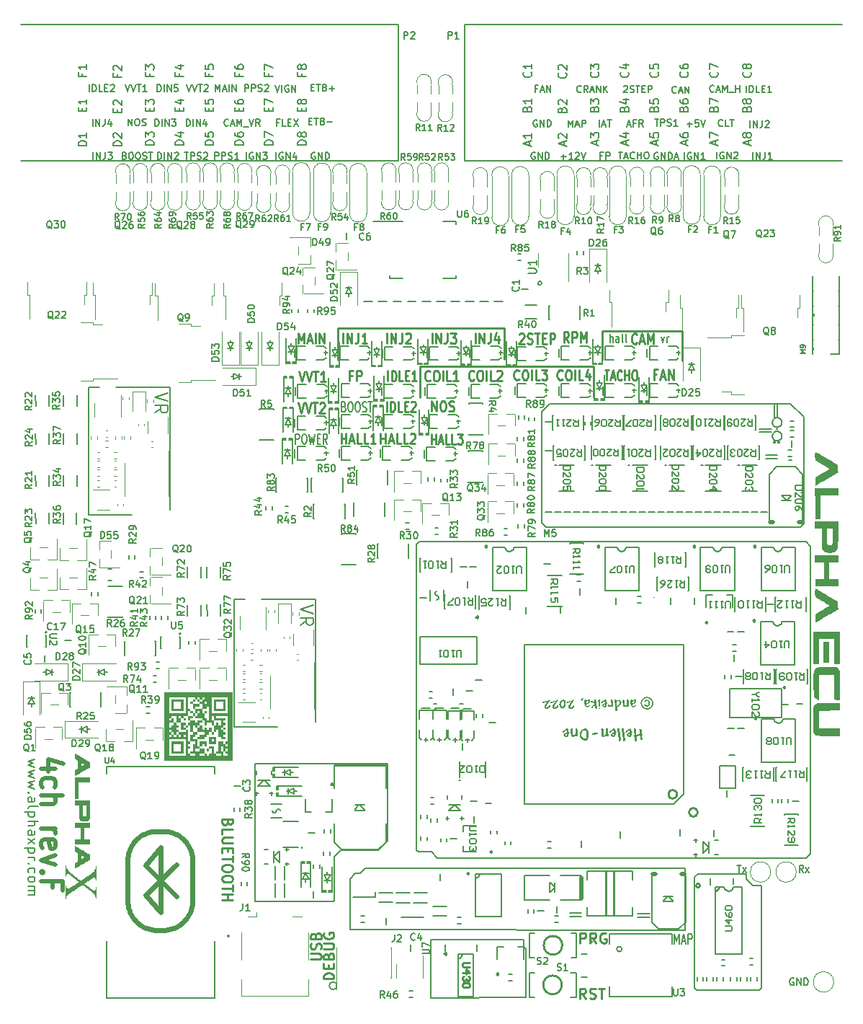
<source format=gto>
G75*
G70*
%OFA0B0*%
%FSLAX25Y25*%
%IPPOS*%
%LPD*%
%AMOC8*
5,1,8,0,0,1.08239X$1,22.5*
%
%ADD109C,0.01968*%
%ADD183C,0.00689*%
%ADD239C,0.00650*%
%ADD58C,0.00787*%
%ADD60C,0.01575*%
%ADD61C,0.01969*%
%ADD63C,0.00800*%
%ADD68C,0.00472*%
%ADD75C,0.00984*%
%ADD76C,0.00669*%
%ADD77C,0.00886*%
%ADD78C,0.00837*%
%ADD79C,0.00500*%
%ADD80C,0.00591*%
%ADD81C,0.00390*%
%ADD82C,0.01000*%
%ADD83C,0.02484*%
X0000000Y0000000D02*
%LPD*%
G01*
D75*
X0146457Y0296260D02*
X0146457Y0311024D01*
X0268898Y0309646D02*
X0305906Y0309646D01*
X0305906Y0309646D02*
X0305906Y0295866D01*
X0184449Y0278740D02*
X0184449Y0293110D01*
X0264764Y0293110D02*
X0264764Y0278937D01*
X0146457Y0311024D02*
X0223425Y0311024D01*
X0184449Y0293110D02*
X0264764Y0293110D01*
X0268898Y0296260D02*
X0268898Y0309646D01*
X0223425Y0311024D02*
X0223425Y0296457D01*
D76*
X0119282Y0405934D02*
X0118232Y0405934D01*
X0118232Y0404284D02*
X0118232Y0407433D01*
X0119732Y0407433D01*
X0122432Y0404284D02*
X0120932Y0404284D01*
X0120932Y0407433D01*
X0123481Y0405934D02*
X0124531Y0405934D01*
X0124981Y0404284D02*
X0123481Y0404284D01*
X0123481Y0407433D01*
X0124981Y0407433D01*
X0126031Y0407433D02*
X0128131Y0404284D01*
X0128131Y0407433D02*
X0126031Y0404284D01*
X0337265Y0403697D02*
X0337265Y0406846D01*
X0338765Y0403697D02*
X0338765Y0406846D01*
X0340565Y0403697D01*
X0340565Y0406846D01*
X0342964Y0406846D02*
X0342964Y0404597D01*
X0342814Y0404147D01*
X0342514Y0403847D01*
X0342064Y0403697D01*
X0341764Y0403697D01*
X0344314Y0406546D02*
X0344464Y0406696D01*
X0344764Y0406846D01*
X0345514Y0406846D01*
X0345814Y0406696D01*
X0345964Y0406546D01*
X0346114Y0406246D01*
X0346114Y0405946D01*
X0345964Y0405497D01*
X0344164Y0403697D01*
X0346114Y0403697D01*
X0303126Y0419780D02*
X0302976Y0419630D01*
X0302526Y0419480D01*
X0302226Y0419480D01*
X0301776Y0419630D01*
X0301476Y0419930D01*
X0301326Y0420230D01*
X0301176Y0420830D01*
X0301176Y0421280D01*
X0301326Y0421880D01*
X0301476Y0422180D01*
X0301776Y0422480D01*
X0302226Y0422630D01*
X0302526Y0422630D01*
X0302976Y0422480D01*
X0303126Y0422330D01*
X0304326Y0420380D02*
X0305826Y0420380D01*
X0304026Y0419480D02*
X0305076Y0422630D01*
X0306125Y0419480D01*
X0307175Y0419480D02*
X0307175Y0422630D01*
X0308975Y0419480D01*
X0308975Y0422630D01*
X0237725Y0391929D02*
X0237425Y0392079D01*
X0236975Y0392079D01*
X0236525Y0391929D01*
X0236225Y0391629D01*
X0236075Y0391329D01*
X0235925Y0390729D01*
X0235925Y0390279D01*
X0236075Y0389679D01*
X0236225Y0389379D01*
X0236525Y0389079D01*
X0236975Y0388930D01*
X0237275Y0388930D01*
X0237725Y0389079D01*
X0237875Y0389229D01*
X0237875Y0390279D01*
X0237275Y0390279D01*
X0239225Y0388930D02*
X0239225Y0392079D01*
X0241025Y0388930D01*
X0241025Y0392079D01*
X0242524Y0388930D02*
X0242524Y0392079D01*
X0243274Y0392079D01*
X0243724Y0391929D01*
X0244024Y0391629D01*
X0244174Y0391329D01*
X0244324Y0390729D01*
X0244324Y0390279D01*
X0244174Y0389679D01*
X0244024Y0389379D01*
X0243724Y0389079D01*
X0243274Y0388930D01*
X0242524Y0388930D01*
D58*
X0296110Y0306946D02*
X0296860Y0304321D01*
X0297610Y0306946D01*
X0298810Y0304321D02*
X0298810Y0306946D01*
X0298810Y0306196D02*
X0298960Y0306571D01*
X0299109Y0306759D01*
X0299409Y0306946D01*
X0299709Y0306946D01*
D76*
X0076378Y0404284D02*
X0076378Y0407433D01*
X0077128Y0407433D01*
X0077578Y0407283D01*
X0077878Y0406984D01*
X0078028Y0406684D01*
X0078178Y0406084D01*
X0078178Y0405634D01*
X0078028Y0405034D01*
X0077878Y0404734D01*
X0077578Y0404434D01*
X0077128Y0404284D01*
X0076378Y0404284D01*
X0079528Y0404284D02*
X0079528Y0407433D01*
X0081027Y0404284D02*
X0081027Y0407433D01*
X0082827Y0404284D01*
X0082827Y0407433D01*
X0085677Y0406384D02*
X0085677Y0404284D01*
X0084927Y0407583D02*
X0084177Y0405334D01*
X0086127Y0405334D01*
X0103459Y0420229D02*
X0103459Y0423378D01*
X0104659Y0423378D01*
X0104959Y0423228D01*
X0105109Y0423078D01*
X0105259Y0422778D01*
X0105259Y0422328D01*
X0105109Y0422028D01*
X0104959Y0421879D01*
X0104659Y0421729D01*
X0103459Y0421729D01*
X0106609Y0420229D02*
X0106609Y0423378D01*
X0107808Y0423378D01*
X0108108Y0423228D01*
X0108258Y0423078D01*
X0108408Y0422778D01*
X0108408Y0422328D01*
X0108258Y0422028D01*
X0108108Y0421879D01*
X0107808Y0421729D01*
X0106609Y0421729D01*
X0109608Y0420379D02*
X0110058Y0420229D01*
X0110808Y0420229D01*
X0111108Y0420379D01*
X0111258Y0420529D01*
X0111408Y0420829D01*
X0111408Y0421129D01*
X0111258Y0421429D01*
X0111108Y0421579D01*
X0110808Y0421729D01*
X0110208Y0421879D01*
X0109908Y0422028D01*
X0109758Y0422178D01*
X0109608Y0422478D01*
X0109608Y0422778D01*
X0109758Y0423078D01*
X0109908Y0423228D01*
X0110208Y0423378D01*
X0110958Y0423378D01*
X0111408Y0423228D01*
X0112608Y0423078D02*
X0112758Y0423228D01*
X0113058Y0423378D01*
X0113808Y0423378D01*
X0114108Y0423228D01*
X0114258Y0423078D01*
X0114408Y0422778D01*
X0114408Y0422478D01*
X0114258Y0422028D01*
X0112458Y0420229D01*
X0114408Y0420229D01*
D75*
X0128468Y0290973D02*
X0129781Y0286249D01*
X0131093Y0290973D01*
X0131843Y0290973D02*
X0133155Y0286249D01*
X0134468Y0290973D01*
X0135217Y0290973D02*
X0137467Y0290973D01*
X0136342Y0286249D02*
X0136342Y0290973D01*
X0140842Y0286249D02*
X0138592Y0286249D01*
X0139717Y0286249D02*
X0139717Y0290973D01*
X0139342Y0290298D01*
X0138967Y0289848D01*
X0138592Y0289623D01*
X0230491Y0307964D02*
X0230679Y0308189D01*
X0231054Y0308414D01*
X0231991Y0308414D01*
X0232366Y0308189D01*
X0232553Y0307964D01*
X0232741Y0307514D01*
X0232741Y0307064D01*
X0232553Y0306389D01*
X0230304Y0303690D01*
X0232741Y0303690D01*
X0234241Y0303915D02*
X0234803Y0303690D01*
X0235741Y0303690D01*
X0236115Y0303915D01*
X0236303Y0304139D01*
X0236490Y0304589D01*
X0236490Y0305039D01*
X0236303Y0305489D01*
X0236115Y0305714D01*
X0235741Y0305939D01*
X0234991Y0306164D01*
X0234616Y0306389D01*
X0234428Y0306614D01*
X0234241Y0307064D01*
X0234241Y0307514D01*
X0234428Y0307964D01*
X0234616Y0308189D01*
X0234991Y0308414D01*
X0235928Y0308414D01*
X0236490Y0308189D01*
X0237615Y0308414D02*
X0239865Y0308414D01*
X0238740Y0303690D02*
X0238740Y0308414D01*
X0241177Y0306164D02*
X0242490Y0306164D01*
X0243052Y0303690D02*
X0241177Y0303690D01*
X0241177Y0308414D01*
X0243052Y0308414D01*
X0244739Y0303690D02*
X0244739Y0308414D01*
X0246239Y0308414D01*
X0246614Y0308189D01*
X0246802Y0307964D01*
X0246989Y0307514D01*
X0246989Y0306839D01*
X0246802Y0306389D01*
X0246614Y0306164D01*
X0246239Y0305939D01*
X0244739Y0305939D01*
D76*
X0047769Y0390579D02*
X0048219Y0390429D01*
X0048369Y0390279D01*
X0048519Y0389979D01*
X0048519Y0389529D01*
X0048369Y0389229D01*
X0048219Y0389079D01*
X0047919Y0388930D01*
X0046719Y0388930D01*
X0046719Y0392079D01*
X0047769Y0392079D01*
X0048069Y0391929D01*
X0048219Y0391779D01*
X0048369Y0391479D01*
X0048369Y0391179D01*
X0048219Y0390879D01*
X0048069Y0390729D01*
X0047769Y0390579D01*
X0046719Y0390579D01*
X0050469Y0392079D02*
X0051069Y0392079D01*
X0051369Y0391929D01*
X0051669Y0391629D01*
X0051819Y0391029D01*
X0051819Y0389979D01*
X0051669Y0389379D01*
X0051369Y0389079D01*
X0051069Y0388930D01*
X0050469Y0388930D01*
X0050169Y0389079D01*
X0049869Y0389379D01*
X0049719Y0389979D01*
X0049719Y0391029D01*
X0049869Y0391629D01*
X0050169Y0391929D01*
X0050469Y0392079D01*
X0053768Y0392079D02*
X0054368Y0392079D01*
X0054668Y0391929D01*
X0054968Y0391629D01*
X0055118Y0391029D01*
X0055118Y0389979D01*
X0054968Y0389379D01*
X0054668Y0389079D01*
X0054368Y0388930D01*
X0053768Y0388930D01*
X0053468Y0389079D01*
X0053168Y0389379D01*
X0053018Y0389979D01*
X0053018Y0391029D01*
X0053168Y0391629D01*
X0053468Y0391929D01*
X0053768Y0392079D01*
X0056318Y0389079D02*
X0056768Y0388930D01*
X0057518Y0388930D01*
X0057818Y0389079D01*
X0057968Y0389229D01*
X0058118Y0389529D01*
X0058118Y0389829D01*
X0057968Y0390129D01*
X0057818Y0390279D01*
X0057518Y0390429D01*
X0056918Y0390579D01*
X0056618Y0390729D01*
X0056468Y0390879D01*
X0056318Y0391179D01*
X0056318Y0391479D01*
X0056468Y0391779D01*
X0056618Y0391929D01*
X0056918Y0392079D01*
X0057668Y0392079D01*
X0058118Y0391929D01*
X0059018Y0392079D02*
X0060817Y0392079D01*
X0059918Y0388930D02*
X0059918Y0392079D01*
D77*
X0169291Y0272272D02*
X0169291Y0276997D01*
X0170979Y0272272D02*
X0170979Y0276997D01*
X0171822Y0276997D01*
X0172328Y0276772D01*
X0172666Y0276322D01*
X0172835Y0275872D01*
X0173003Y0274972D01*
X0173003Y0274297D01*
X0172835Y0273397D01*
X0172666Y0272947D01*
X0172328Y0272497D01*
X0171822Y0272272D01*
X0170979Y0272272D01*
X0176209Y0272272D02*
X0174522Y0272272D01*
X0174522Y0276997D01*
X0177390Y0274747D02*
X0178571Y0274747D01*
X0179078Y0272272D02*
X0177390Y0272272D01*
X0177390Y0276997D01*
X0179078Y0276997D01*
X0180427Y0276547D02*
X0180596Y0276772D01*
X0180934Y0276997D01*
X0181777Y0276997D01*
X0182115Y0276772D01*
X0182283Y0276547D01*
X0182452Y0276097D01*
X0182452Y0275647D01*
X0182283Y0274972D01*
X0180259Y0272272D01*
X0182452Y0272272D01*
D58*
X0272432Y0304321D02*
X0272432Y0308258D01*
X0273781Y0304321D02*
X0273781Y0306384D01*
X0273631Y0306759D01*
X0273331Y0306946D01*
X0272882Y0306946D01*
X0272582Y0306759D01*
X0272432Y0306571D01*
X0276631Y0304321D02*
X0276631Y0306384D01*
X0276481Y0306759D01*
X0276181Y0306946D01*
X0275581Y0306946D01*
X0275281Y0306759D01*
X0276631Y0304509D02*
X0276331Y0304321D01*
X0275581Y0304321D01*
X0275281Y0304509D01*
X0275131Y0304884D01*
X0275131Y0305259D01*
X0275281Y0305634D01*
X0275581Y0305821D01*
X0276331Y0305821D01*
X0276631Y0306009D01*
X0278581Y0304321D02*
X0278281Y0304509D01*
X0278131Y0304884D01*
X0278131Y0308258D01*
X0280231Y0304321D02*
X0279931Y0304509D01*
X0279781Y0304884D01*
X0279781Y0308258D01*
D75*
X0148071Y0257469D02*
X0148071Y0262193D01*
X0148071Y0259944D02*
X0150321Y0259944D01*
X0150321Y0257469D02*
X0150321Y0262193D01*
X0152008Y0258819D02*
X0153883Y0258819D01*
X0151633Y0257469D02*
X0152945Y0262193D01*
X0154258Y0257469D01*
X0157445Y0257469D02*
X0155570Y0257469D01*
X0155570Y0262193D01*
X0160632Y0257469D02*
X0158757Y0257469D01*
X0158757Y0262193D01*
X0164006Y0257469D02*
X0161757Y0257469D01*
X0162882Y0257469D02*
X0162882Y0262193D01*
X0162507Y0261519D01*
X0162132Y0261069D01*
X0161757Y0260844D01*
X0190036Y0303768D02*
X0190036Y0308493D01*
X0191910Y0303768D02*
X0191910Y0308493D01*
X0194160Y0303768D01*
X0194160Y0308493D01*
X0197160Y0308493D02*
X0197160Y0305118D01*
X0196972Y0304443D01*
X0196597Y0303993D01*
X0196035Y0303768D01*
X0195660Y0303768D01*
X0198660Y0308493D02*
X0201097Y0308493D01*
X0199784Y0306693D01*
X0200347Y0306693D01*
X0200722Y0306468D01*
X0200909Y0306243D01*
X0201097Y0305793D01*
X0201097Y0304668D01*
X0200909Y0304218D01*
X0200722Y0303993D01*
X0200347Y0303768D01*
X0199222Y0303768D01*
X0198847Y0303993D01*
X0198660Y0304218D01*
X0253300Y0304359D02*
X0251987Y0306609D01*
X0251050Y0304359D02*
X0251050Y0309083D01*
X0252550Y0309083D01*
X0252925Y0308858D01*
X0253112Y0308633D01*
X0253300Y0308183D01*
X0253300Y0307508D01*
X0253112Y0307058D01*
X0252925Y0306834D01*
X0252550Y0306609D01*
X0251050Y0306609D01*
X0254987Y0304359D02*
X0254987Y0309083D01*
X0256487Y0309083D01*
X0256862Y0308858D01*
X0257049Y0308633D01*
X0257237Y0308183D01*
X0257237Y0307508D01*
X0257049Y0307058D01*
X0256862Y0306834D01*
X0256487Y0306609D01*
X0254987Y0306609D01*
X0258924Y0304359D02*
X0258924Y0309083D01*
X0260236Y0305709D01*
X0261549Y0309083D01*
X0261549Y0304359D01*
D76*
X0278748Y0422655D02*
X0278898Y0422805D01*
X0279198Y0422955D01*
X0279948Y0422955D01*
X0280248Y0422805D01*
X0280398Y0422655D01*
X0280548Y0422355D01*
X0280548Y0422055D01*
X0280398Y0421605D01*
X0278598Y0419805D01*
X0280548Y0419805D01*
X0281748Y0419955D02*
X0282198Y0419805D01*
X0282948Y0419805D01*
X0283248Y0419955D01*
X0283398Y0420105D01*
X0283548Y0420405D01*
X0283548Y0420705D01*
X0283398Y0421005D01*
X0283248Y0421155D01*
X0282948Y0421305D01*
X0282348Y0421455D01*
X0282048Y0421605D01*
X0281898Y0421755D01*
X0281748Y0422055D01*
X0281748Y0422355D01*
X0281898Y0422655D01*
X0282048Y0422805D01*
X0282348Y0422955D01*
X0283098Y0422955D01*
X0283548Y0422805D01*
X0284447Y0422955D02*
X0286247Y0422955D01*
X0285347Y0419805D02*
X0285347Y0422955D01*
X0287297Y0421455D02*
X0288347Y0421455D01*
X0288797Y0419805D02*
X0287297Y0419805D01*
X0287297Y0422955D01*
X0288797Y0422955D01*
X0290147Y0419805D02*
X0290147Y0422955D01*
X0291347Y0422955D01*
X0291647Y0422805D01*
X0291797Y0422655D01*
X0291947Y0422355D01*
X0291947Y0421905D01*
X0291797Y0421605D01*
X0291647Y0421455D01*
X0291347Y0421305D01*
X0290147Y0421305D01*
D75*
X0148894Y0303965D02*
X0148894Y0308690D01*
X0150769Y0303965D02*
X0150769Y0308690D01*
X0153018Y0303965D01*
X0153018Y0308690D01*
X0156018Y0308690D02*
X0156018Y0305315D01*
X0155831Y0304640D01*
X0155456Y0304190D01*
X0154893Y0303965D01*
X0154518Y0303965D01*
X0159955Y0303965D02*
X0157705Y0303965D01*
X0158830Y0303965D02*
X0158830Y0308690D01*
X0158455Y0308015D01*
X0158080Y0307565D01*
X0157705Y0307340D01*
D76*
X0259040Y0420105D02*
X0258890Y0419955D01*
X0258440Y0419805D01*
X0258140Y0419805D01*
X0257690Y0419955D01*
X0257390Y0420255D01*
X0257240Y0420555D01*
X0257091Y0421155D01*
X0257091Y0421605D01*
X0257240Y0422205D01*
X0257390Y0422505D01*
X0257690Y0422805D01*
X0258140Y0422955D01*
X0258440Y0422955D01*
X0258890Y0422805D01*
X0259040Y0422655D01*
X0262190Y0419805D02*
X0261140Y0421305D01*
X0260390Y0419805D02*
X0260390Y0422955D01*
X0261590Y0422955D01*
X0261890Y0422805D01*
X0262040Y0422655D01*
X0262190Y0422355D01*
X0262190Y0421905D01*
X0262040Y0421605D01*
X0261890Y0421455D01*
X0261590Y0421305D01*
X0260390Y0421305D01*
X0263390Y0420705D02*
X0264890Y0420705D01*
X0263090Y0419805D02*
X0264140Y0422955D01*
X0265189Y0419805D01*
X0266239Y0419805D02*
X0266239Y0422955D01*
X0268039Y0419805D01*
X0268039Y0422955D01*
X0269539Y0419805D02*
X0269539Y0422955D01*
X0271339Y0419805D02*
X0269989Y0421605D01*
X0271339Y0422955D02*
X0269539Y0421155D01*
D75*
X0128075Y0276406D02*
X0129387Y0271682D01*
X0130699Y0276406D01*
X0131449Y0276406D02*
X0132762Y0271682D01*
X0134074Y0276406D01*
X0134824Y0276406D02*
X0137073Y0276406D01*
X0135949Y0271682D02*
X0135949Y0276406D01*
X0138198Y0275956D02*
X0138386Y0276181D01*
X0138761Y0276406D01*
X0139698Y0276406D01*
X0140073Y0276181D01*
X0140261Y0275956D01*
X0140448Y0275506D01*
X0140448Y0275056D01*
X0140261Y0274381D01*
X0138011Y0271682D01*
X0140448Y0271682D01*
D76*
X0253145Y0403878D02*
X0253145Y0407027D01*
X0254194Y0404777D01*
X0255244Y0407027D01*
X0255244Y0403878D01*
X0256594Y0404777D02*
X0258094Y0404777D01*
X0256294Y0403878D02*
X0257344Y0407027D01*
X0258394Y0403878D01*
X0259444Y0403878D02*
X0259444Y0407027D01*
X0260644Y0407027D01*
X0260944Y0406877D01*
X0261094Y0406727D01*
X0261244Y0406427D01*
X0261244Y0405977D01*
X0261094Y0405677D01*
X0260944Y0405527D01*
X0260644Y0405377D01*
X0259444Y0405377D01*
D75*
X0209467Y0287092D02*
X0209280Y0286867D01*
X0208717Y0286642D01*
X0208342Y0286642D01*
X0207780Y0286867D01*
X0207405Y0287317D01*
X0207217Y0287767D01*
X0207030Y0288667D01*
X0207030Y0289342D01*
X0207217Y0290242D01*
X0207405Y0290692D01*
X0207780Y0291142D01*
X0208342Y0291367D01*
X0208717Y0291367D01*
X0209280Y0291142D01*
X0209467Y0290917D01*
X0211904Y0291367D02*
X0212654Y0291367D01*
X0213029Y0291142D01*
X0213404Y0290692D01*
X0213592Y0289792D01*
X0213592Y0288217D01*
X0213404Y0287317D01*
X0213029Y0286867D01*
X0212654Y0286642D01*
X0211904Y0286642D01*
X0211529Y0286867D01*
X0211154Y0287317D01*
X0210967Y0288217D01*
X0210967Y0289792D01*
X0211154Y0290692D01*
X0211529Y0291142D01*
X0211904Y0291367D01*
X0215279Y0286642D02*
X0215279Y0291367D01*
X0219028Y0286642D02*
X0217154Y0286642D01*
X0217154Y0291367D01*
X0220153Y0290917D02*
X0220341Y0291142D01*
X0220716Y0291367D01*
X0221653Y0291367D01*
X0222028Y0291142D01*
X0222216Y0290917D01*
X0222403Y0290467D01*
X0222403Y0290017D01*
X0222216Y0289342D01*
X0219966Y0286642D01*
X0222403Y0286642D01*
D76*
X0331235Y0062595D02*
X0333080Y0062595D01*
X0332158Y0059366D02*
X0332158Y0062595D01*
X0333849Y0059366D02*
X0335540Y0061519D01*
X0333849Y0061519D02*
X0335540Y0059366D01*
X0249726Y0390169D02*
X0252126Y0390169D01*
X0250926Y0388969D02*
X0250926Y0391369D01*
X0255276Y0388969D02*
X0253476Y0388969D01*
X0254376Y0388969D02*
X0254376Y0392118D01*
X0254076Y0391669D01*
X0253776Y0391369D01*
X0253476Y0391219D01*
X0256475Y0391819D02*
X0256625Y0391969D01*
X0256925Y0392118D01*
X0257675Y0392118D01*
X0257975Y0391969D01*
X0258125Y0391819D01*
X0258275Y0391519D01*
X0258275Y0391219D01*
X0258125Y0390769D01*
X0256325Y0388969D01*
X0258275Y0388969D01*
X0259175Y0392118D02*
X0260225Y0388969D01*
X0261275Y0392118D01*
X0306857Y0388889D02*
X0306857Y0392039D01*
X0310007Y0391889D02*
X0309707Y0392039D01*
X0309257Y0392039D01*
X0308807Y0391889D01*
X0308507Y0391589D01*
X0308357Y0391289D01*
X0308207Y0390689D01*
X0308207Y0390239D01*
X0308357Y0389639D01*
X0308507Y0389339D01*
X0308807Y0389039D01*
X0309257Y0388889D01*
X0309557Y0388889D01*
X0310007Y0389039D01*
X0310157Y0389189D01*
X0310157Y0390239D01*
X0309557Y0390239D01*
X0311506Y0388889D02*
X0311506Y0392039D01*
X0313306Y0388889D01*
X0313306Y0392039D01*
X0316456Y0388889D02*
X0314656Y0388889D01*
X0315556Y0388889D02*
X0315556Y0392039D01*
X0315256Y0391589D01*
X0314956Y0391289D01*
X0314656Y0391139D01*
X0280459Y0404850D02*
X0281959Y0404850D01*
X0280159Y0403950D02*
X0281209Y0407100D01*
X0282259Y0403950D01*
X0284358Y0405600D02*
X0283309Y0405600D01*
X0283309Y0403950D02*
X0283309Y0407100D01*
X0284808Y0407100D01*
X0287808Y0403950D02*
X0286758Y0405450D01*
X0286008Y0403950D02*
X0286008Y0407100D01*
X0287208Y0407100D01*
X0287508Y0406950D01*
X0287658Y0406800D01*
X0287808Y0406500D01*
X0287808Y0406050D01*
X0287658Y0405750D01*
X0287508Y0405600D01*
X0287208Y0405450D01*
X0286008Y0405450D01*
X0031430Y0420229D02*
X0031430Y0423378D01*
X0032930Y0420229D02*
X0032930Y0423378D01*
X0033680Y0423378D01*
X0034130Y0423228D01*
X0034430Y0422928D01*
X0034580Y0422628D01*
X0034730Y0422028D01*
X0034730Y0421579D01*
X0034580Y0420979D01*
X0034430Y0420679D01*
X0034130Y0420379D01*
X0033680Y0420229D01*
X0032930Y0420229D01*
X0037580Y0420229D02*
X0036080Y0420229D01*
X0036080Y0423378D01*
X0038630Y0421879D02*
X0039679Y0421879D01*
X0040129Y0420229D02*
X0038630Y0420229D01*
X0038630Y0423378D01*
X0040129Y0423378D01*
X0041329Y0423078D02*
X0041479Y0423228D01*
X0041779Y0423378D01*
X0042529Y0423378D01*
X0042829Y0423228D01*
X0042979Y0423078D01*
X0043129Y0422778D01*
X0043129Y0422478D01*
X0042979Y0422028D01*
X0041179Y0420229D01*
X0043129Y0420229D01*
D61*
X0015889Y0107251D02*
X0009327Y0107251D01*
X0019638Y0109407D02*
X0012608Y0111563D01*
X0012608Y0105957D01*
X0009796Y0098627D02*
X0009327Y0099489D01*
X0009327Y0101214D01*
X0009796Y0102076D01*
X0010264Y0102508D01*
X0011202Y0102939D01*
X0014014Y0102939D01*
X0014951Y0102508D01*
X0015420Y0102076D01*
X0015889Y0101214D01*
X0015889Y0099489D01*
X0015420Y0098627D01*
X0009327Y0094746D02*
X0019169Y0094746D01*
X0009327Y0090865D02*
X0014483Y0090865D01*
X0015420Y0091296D01*
X0015889Y0092159D01*
X0015889Y0093452D01*
X0015420Y0094315D01*
X0014951Y0094746D01*
X0009327Y0079654D02*
X0015889Y0079654D01*
X0014014Y0079654D02*
X0014951Y0079223D01*
X0015420Y0078792D01*
X0015889Y0077929D01*
X0015889Y0077067D01*
X0009796Y0070599D02*
X0009327Y0071461D01*
X0009327Y0073186D01*
X0009796Y0074049D01*
X0010733Y0074480D01*
X0014483Y0074480D01*
X0015420Y0074049D01*
X0015889Y0073186D01*
X0015889Y0071461D01*
X0015420Y0070599D01*
X0014483Y0070168D01*
X0013545Y0070168D01*
X0012608Y0074480D01*
X0015889Y0067149D02*
X0009327Y0064993D01*
X0015889Y0062837D01*
X0010264Y0059388D02*
X0009796Y0058957D01*
X0009327Y0059388D01*
X0009796Y0059819D01*
X0010264Y0059388D01*
X0009327Y0059388D01*
X0014483Y0052058D02*
X0014483Y0055076D01*
X0009327Y0055076D02*
X0019169Y0055076D01*
X0019169Y0050764D01*
D75*
X0153121Y0289013D02*
X0151809Y0289013D01*
X0151809Y0286538D02*
X0151809Y0291262D01*
X0153684Y0291262D01*
X0155184Y0286538D02*
X0155184Y0291262D01*
X0156684Y0291262D01*
X0157058Y0291038D01*
X0157246Y0290813D01*
X0157433Y0290363D01*
X0157433Y0289688D01*
X0157246Y0289238D01*
X0157058Y0289013D01*
X0156684Y0288788D01*
X0155184Y0288788D01*
D76*
X0238842Y0421539D02*
X0237792Y0421539D01*
X0237792Y0419890D02*
X0237792Y0423039D01*
X0239292Y0423039D01*
X0240341Y0420789D02*
X0241841Y0420789D01*
X0240041Y0419890D02*
X0241091Y0423039D01*
X0242141Y0419890D01*
X0243191Y0419890D02*
X0243191Y0423039D01*
X0244991Y0419890D01*
X0244991Y0423039D01*
X0033249Y0388930D02*
X0033249Y0392079D01*
X0034749Y0388930D02*
X0034749Y0392079D01*
X0036549Y0388930D01*
X0036549Y0392079D01*
X0038948Y0392079D02*
X0038948Y0389829D01*
X0038798Y0389379D01*
X0038498Y0389079D01*
X0038048Y0388930D01*
X0037748Y0388930D01*
X0040148Y0392079D02*
X0042098Y0392079D01*
X0041048Y0390879D01*
X0041498Y0390879D01*
X0041798Y0390729D01*
X0041948Y0390579D01*
X0042098Y0390279D01*
X0042098Y0389529D01*
X0041948Y0389229D01*
X0041798Y0389079D01*
X0041498Y0388930D01*
X0040598Y0388930D01*
X0040298Y0389079D01*
X0040148Y0389229D01*
X0238683Y0406998D02*
X0238383Y0407148D01*
X0237933Y0407148D01*
X0237483Y0406998D01*
X0237183Y0406698D01*
X0237033Y0406398D01*
X0236883Y0405798D01*
X0236883Y0405348D01*
X0237033Y0404748D01*
X0237183Y0404448D01*
X0237483Y0404148D01*
X0237933Y0403998D01*
X0238233Y0403998D01*
X0238683Y0404148D01*
X0238833Y0404298D01*
X0238833Y0405348D01*
X0238233Y0405348D01*
X0240182Y0403998D02*
X0240182Y0407148D01*
X0241982Y0403998D01*
X0241982Y0407148D01*
X0243482Y0403998D02*
X0243482Y0407148D01*
X0244232Y0407148D01*
X0244682Y0406998D01*
X0244982Y0406698D01*
X0245132Y0406398D01*
X0245282Y0405798D01*
X0245282Y0405348D01*
X0245132Y0404748D01*
X0244982Y0404448D01*
X0244682Y0404148D01*
X0244232Y0403998D01*
X0243482Y0403998D01*
D75*
X0284841Y0304100D02*
X0284653Y0303875D01*
X0284091Y0303650D01*
X0283716Y0303650D01*
X0283153Y0303875D01*
X0282778Y0304325D01*
X0282591Y0304775D01*
X0282403Y0305675D01*
X0282403Y0306350D01*
X0282591Y0307250D01*
X0282778Y0307700D01*
X0283153Y0308150D01*
X0283716Y0308375D01*
X0284091Y0308375D01*
X0284653Y0308150D01*
X0284841Y0307925D01*
X0286340Y0305000D02*
X0288215Y0305000D01*
X0285966Y0303650D02*
X0287278Y0308375D01*
X0288590Y0303650D01*
X0289903Y0303650D02*
X0289903Y0308375D01*
X0291215Y0305000D01*
X0292527Y0308375D01*
X0292527Y0303650D01*
D76*
X0320566Y0420332D02*
X0320416Y0420182D01*
X0319966Y0420032D01*
X0319666Y0420032D01*
X0319216Y0420182D01*
X0318916Y0420482D01*
X0318766Y0420782D01*
X0318616Y0421382D01*
X0318616Y0421832D01*
X0318766Y0422432D01*
X0318916Y0422732D01*
X0319216Y0423031D01*
X0319666Y0423181D01*
X0319966Y0423181D01*
X0320416Y0423031D01*
X0320566Y0422882D01*
X0321766Y0420932D02*
X0323266Y0420932D01*
X0321466Y0420032D02*
X0322516Y0423181D01*
X0323566Y0420032D01*
X0324616Y0420032D02*
X0324616Y0423181D01*
X0325666Y0420932D01*
X0326715Y0423181D01*
X0326715Y0420032D01*
X0327465Y0419732D02*
X0329865Y0419732D01*
X0330615Y0420032D02*
X0330615Y0423181D01*
X0330615Y0421682D02*
X0332415Y0421682D01*
X0332415Y0420032D02*
X0332415Y0423181D01*
X0063189Y0388930D02*
X0063189Y0392079D01*
X0063939Y0392079D01*
X0064389Y0391929D01*
X0064689Y0391629D01*
X0064839Y0391329D01*
X0064989Y0390729D01*
X0064989Y0390279D01*
X0064839Y0389679D01*
X0064689Y0389379D01*
X0064389Y0389079D01*
X0063939Y0388930D01*
X0063189Y0388930D01*
X0066339Y0388930D02*
X0066339Y0392079D01*
X0067838Y0388930D02*
X0067838Y0392079D01*
X0069638Y0388930D01*
X0069638Y0392079D01*
X0070988Y0391779D02*
X0071138Y0391929D01*
X0071438Y0392079D01*
X0072188Y0392079D01*
X0072488Y0391929D01*
X0072638Y0391779D01*
X0072788Y0391479D01*
X0072788Y0391179D01*
X0072638Y0390729D01*
X0070838Y0388930D01*
X0072788Y0388930D01*
D75*
X0166339Y0257508D02*
X0166339Y0262233D01*
X0166339Y0259983D02*
X0168588Y0259983D01*
X0168588Y0257508D02*
X0168588Y0262233D01*
X0170276Y0258858D02*
X0172150Y0258858D01*
X0169901Y0257508D02*
X0171213Y0262233D01*
X0172525Y0257508D01*
X0175712Y0257508D02*
X0173838Y0257508D01*
X0173838Y0262233D01*
X0178900Y0257508D02*
X0177025Y0257508D01*
X0177025Y0262233D01*
X0180024Y0261783D02*
X0180212Y0262008D01*
X0180587Y0262233D01*
X0181524Y0262233D01*
X0181899Y0262008D01*
X0182087Y0261783D01*
X0182274Y0261333D01*
X0182274Y0260883D01*
X0182087Y0260208D01*
X0179837Y0257508D01*
X0182274Y0257508D01*
D76*
X0048247Y0423378D02*
X0049297Y0420229D01*
X0050347Y0423378D01*
X0050947Y0423378D02*
X0051997Y0420229D01*
X0053046Y0423378D01*
X0053646Y0423378D02*
X0055446Y0423378D01*
X0054546Y0420229D02*
X0054546Y0423378D01*
X0058146Y0420229D02*
X0056346Y0420229D01*
X0057246Y0420229D02*
X0057246Y0423378D01*
X0056946Y0422928D01*
X0056646Y0422628D01*
X0056346Y0422478D01*
X0135986Y0391929D02*
X0135686Y0392079D01*
X0135236Y0392079D01*
X0134786Y0391929D01*
X0134486Y0391629D01*
X0134336Y0391329D01*
X0134186Y0390729D01*
X0134186Y0390279D01*
X0134336Y0389679D01*
X0134486Y0389379D01*
X0134786Y0389079D01*
X0135236Y0388930D01*
X0135536Y0388930D01*
X0135986Y0389079D01*
X0136136Y0389229D01*
X0136136Y0390279D01*
X0135536Y0390279D01*
X0137486Y0388930D02*
X0137486Y0392079D01*
X0139286Y0388930D01*
X0139286Y0392079D01*
X0140786Y0388930D02*
X0140786Y0392079D01*
X0141535Y0392079D01*
X0141985Y0391929D01*
X0142285Y0391629D01*
X0142435Y0391329D01*
X0142585Y0390729D01*
X0142585Y0390279D01*
X0142435Y0389679D01*
X0142285Y0389379D01*
X0141985Y0389079D01*
X0141535Y0388930D01*
X0140786Y0388930D01*
X0076594Y0423378D02*
X0077643Y0420229D01*
X0078693Y0423378D01*
X0079293Y0423378D02*
X0080343Y0420229D01*
X0081393Y0423378D01*
X0081993Y0423378D02*
X0083793Y0423378D01*
X0082893Y0420229D02*
X0082893Y0423378D01*
X0084693Y0423078D02*
X0084843Y0423228D01*
X0085142Y0423378D01*
X0085892Y0423378D01*
X0086192Y0423228D01*
X0086342Y0423078D01*
X0086492Y0422778D01*
X0086492Y0422478D01*
X0086342Y0422028D01*
X0084543Y0420229D01*
X0086492Y0420229D01*
D77*
X0189724Y0257193D02*
X0189724Y0261918D01*
X0189724Y0259668D02*
X0191749Y0259668D01*
X0191749Y0257193D02*
X0191749Y0261918D01*
X0193268Y0258543D02*
X0194955Y0258543D01*
X0192930Y0257193D02*
X0194111Y0261918D01*
X0195292Y0257193D01*
X0198161Y0257193D02*
X0196474Y0257193D01*
X0196474Y0261918D01*
X0201029Y0257193D02*
X0199342Y0257193D01*
X0199342Y0261918D01*
X0201873Y0261918D02*
X0204066Y0261918D01*
X0202885Y0260118D01*
X0203391Y0260118D01*
X0203729Y0259893D01*
X0203898Y0259668D01*
X0204066Y0259218D01*
X0204066Y0258093D01*
X0203898Y0257643D01*
X0203729Y0257418D01*
X0203391Y0257193D01*
X0202379Y0257193D01*
X0202042Y0257418D01*
X0201873Y0257643D01*
D76*
X0357383Y0010276D02*
X0357075Y0010429D01*
X0356614Y0010429D01*
X0356153Y0010276D01*
X0355846Y0009968D01*
X0355692Y0009661D01*
X0355538Y0009046D01*
X0355538Y0008585D01*
X0355692Y0007970D01*
X0355846Y0007662D01*
X0356153Y0007355D01*
X0356614Y0007201D01*
X0356922Y0007201D01*
X0357383Y0007355D01*
X0357537Y0007508D01*
X0357537Y0008585D01*
X0356922Y0008585D01*
X0358920Y0007201D02*
X0358920Y0010429D01*
X0360765Y0007201D01*
X0360765Y0010429D01*
X0362302Y0007201D02*
X0362302Y0010429D01*
X0363071Y0010429D01*
X0363532Y0010276D01*
X0363840Y0009968D01*
X0363993Y0009661D01*
X0364147Y0009046D01*
X0364147Y0008585D01*
X0363993Y0007970D01*
X0363840Y0007662D01*
X0363532Y0007355D01*
X0363071Y0007201D01*
X0362302Y0007201D01*
X0338643Y0389008D02*
X0338643Y0392158D01*
X0340142Y0389008D02*
X0340142Y0392158D01*
X0341942Y0389008D01*
X0341942Y0392158D01*
X0344342Y0392158D02*
X0344342Y0389908D01*
X0344192Y0389458D01*
X0343892Y0389158D01*
X0343442Y0389008D01*
X0343142Y0389008D01*
X0347492Y0389008D02*
X0345692Y0389008D01*
X0346592Y0389008D02*
X0346592Y0392158D01*
X0346292Y0391708D01*
X0345992Y0391408D01*
X0345692Y0391258D01*
X0049494Y0404481D02*
X0049494Y0407630D01*
X0051294Y0404481D01*
X0051294Y0407630D01*
X0053393Y0407630D02*
X0053993Y0407630D01*
X0054293Y0407480D01*
X0054593Y0407180D01*
X0054743Y0406580D01*
X0054743Y0405531D01*
X0054593Y0404931D01*
X0054293Y0404631D01*
X0053993Y0404481D01*
X0053393Y0404481D01*
X0053093Y0404631D01*
X0052793Y0404931D01*
X0052643Y0405531D01*
X0052643Y0406580D01*
X0052793Y0407180D01*
X0053093Y0407480D01*
X0053393Y0407630D01*
X0055943Y0404631D02*
X0056393Y0404481D01*
X0057143Y0404481D01*
X0057443Y0404631D01*
X0057593Y0404781D01*
X0057743Y0405081D01*
X0057743Y0405381D01*
X0057593Y0405681D01*
X0057443Y0405831D01*
X0057143Y0405981D01*
X0056543Y0406130D01*
X0056243Y0406280D01*
X0056093Y0406430D01*
X0055943Y0406730D01*
X0055943Y0407030D01*
X0056093Y0407330D01*
X0056243Y0407480D01*
X0056543Y0407630D01*
X0057293Y0407630D01*
X0057743Y0407480D01*
X0133183Y0406524D02*
X0134233Y0406524D01*
X0134683Y0404874D02*
X0133183Y0404874D01*
X0133183Y0408024D01*
X0134683Y0408024D01*
X0135583Y0408024D02*
X0137383Y0408024D01*
X0136483Y0404874D02*
X0136483Y0408024D01*
X0139483Y0406524D02*
X0139933Y0406374D01*
X0140082Y0406224D01*
X0140232Y0405924D01*
X0140232Y0405474D01*
X0140082Y0405174D01*
X0139933Y0405024D01*
X0139633Y0404874D01*
X0138433Y0404874D01*
X0138433Y0408024D01*
X0139483Y0408024D01*
X0139783Y0407874D01*
X0139933Y0407724D01*
X0140082Y0407424D01*
X0140082Y0407124D01*
X0139933Y0406824D01*
X0139783Y0406674D01*
X0139483Y0406524D01*
X0138433Y0406524D01*
X0141582Y0406074D02*
X0143982Y0406074D01*
X0134168Y0422075D02*
X0135217Y0422075D01*
X0135667Y0420426D02*
X0134168Y0420426D01*
X0134168Y0423575D01*
X0135667Y0423575D01*
X0136567Y0423575D02*
X0138367Y0423575D01*
X0137467Y0420426D02*
X0137467Y0423575D01*
X0140467Y0422075D02*
X0140917Y0421925D01*
X0141067Y0421775D01*
X0141217Y0421475D01*
X0141217Y0421026D01*
X0141067Y0420726D01*
X0140917Y0420576D01*
X0140617Y0420426D01*
X0139417Y0420426D01*
X0139417Y0423575D01*
X0140467Y0423575D01*
X0140767Y0423425D01*
X0140917Y0423275D01*
X0141067Y0422975D01*
X0141067Y0422675D01*
X0140917Y0422375D01*
X0140767Y0422225D01*
X0140467Y0422075D01*
X0139417Y0422075D01*
X0142567Y0421625D02*
X0144966Y0421625D01*
X0143766Y0420426D02*
X0143766Y0422825D01*
X0095866Y0404584D02*
X0095716Y0404434D01*
X0095266Y0404284D01*
X0094966Y0404284D01*
X0094516Y0404434D01*
X0094216Y0404734D01*
X0094066Y0405034D01*
X0093916Y0405634D01*
X0093916Y0406084D01*
X0094066Y0406684D01*
X0094216Y0406984D01*
X0094516Y0407283D01*
X0094966Y0407433D01*
X0095266Y0407433D01*
X0095716Y0407283D01*
X0095866Y0407133D01*
X0097066Y0405184D02*
X0098566Y0405184D01*
X0096766Y0404284D02*
X0097816Y0407433D01*
X0098866Y0404284D01*
X0099916Y0404284D02*
X0099916Y0407433D01*
X0100966Y0405184D01*
X0102015Y0407433D01*
X0102015Y0404284D01*
X0102765Y0403984D02*
X0105165Y0403984D01*
X0105465Y0407433D02*
X0106515Y0404284D01*
X0107565Y0407433D01*
X0110414Y0404284D02*
X0109364Y0405784D01*
X0108615Y0404284D02*
X0108615Y0407433D01*
X0109814Y0407433D01*
X0110114Y0407283D01*
X0110264Y0407133D01*
X0110414Y0406834D01*
X0110414Y0406384D01*
X0110264Y0406084D01*
X0110114Y0405934D01*
X0109814Y0405784D01*
X0108615Y0405784D01*
X0089679Y0388930D02*
X0089679Y0392079D01*
X0090879Y0392079D01*
X0091179Y0391929D01*
X0091329Y0391779D01*
X0091479Y0391479D01*
X0091479Y0391029D01*
X0091329Y0390729D01*
X0091179Y0390579D01*
X0090879Y0390429D01*
X0089679Y0390429D01*
X0092829Y0388930D02*
X0092829Y0392079D01*
X0094029Y0392079D01*
X0094329Y0391929D01*
X0094479Y0391779D01*
X0094629Y0391479D01*
X0094629Y0391029D01*
X0094479Y0390729D01*
X0094329Y0390579D01*
X0094029Y0390429D01*
X0092829Y0390429D01*
X0095829Y0389079D02*
X0096279Y0388930D01*
X0097028Y0388930D01*
X0097328Y0389079D01*
X0097478Y0389229D01*
X0097628Y0389529D01*
X0097628Y0389829D01*
X0097478Y0390129D01*
X0097328Y0390279D01*
X0097028Y0390429D01*
X0096429Y0390579D01*
X0096129Y0390729D01*
X0095979Y0390879D01*
X0095829Y0391179D01*
X0095829Y0391479D01*
X0095979Y0391779D01*
X0096129Y0391929D01*
X0096429Y0392079D01*
X0097178Y0392079D01*
X0097628Y0391929D01*
X0100628Y0388930D02*
X0098828Y0388930D01*
X0099728Y0388930D02*
X0099728Y0392079D01*
X0099428Y0391629D01*
X0099128Y0391329D01*
X0098828Y0391179D01*
D75*
X0210114Y0303965D02*
X0210114Y0308690D01*
X0211989Y0303965D02*
X0211989Y0308690D01*
X0214239Y0303965D01*
X0214239Y0308690D01*
X0217238Y0308690D02*
X0217238Y0305315D01*
X0217051Y0304640D01*
X0216676Y0304190D01*
X0216114Y0303965D01*
X0215739Y0303965D01*
X0220801Y0307115D02*
X0220801Y0303965D01*
X0219863Y0308915D02*
X0218926Y0305540D01*
X0221363Y0305540D01*
X0258566Y0026642D02*
X0258566Y0031367D01*
X0260366Y0031367D01*
X0260816Y0031142D01*
X0261040Y0030917D01*
X0261265Y0030467D01*
X0261265Y0029792D01*
X0261040Y0029342D01*
X0260816Y0029117D01*
X0260366Y0028892D01*
X0258566Y0028892D01*
X0265990Y0026642D02*
X0264415Y0028892D01*
X0263290Y0026642D02*
X0263290Y0031367D01*
X0265090Y0031367D01*
X0265540Y0031142D01*
X0265765Y0030917D01*
X0265990Y0030467D01*
X0265990Y0029792D01*
X0265765Y0029342D01*
X0265540Y0029117D01*
X0265090Y0028892D01*
X0263290Y0028892D01*
X0270489Y0031142D02*
X0270039Y0031367D01*
X0269364Y0031367D01*
X0268690Y0031142D01*
X0268240Y0030692D01*
X0268015Y0030242D01*
X0267790Y0029342D01*
X0267790Y0028667D01*
X0268015Y0027767D01*
X0268240Y0027317D01*
X0268690Y0026867D01*
X0269364Y0026642D01*
X0269814Y0026642D01*
X0270489Y0026867D01*
X0270714Y0027092D01*
X0270714Y0028667D01*
X0269814Y0028667D01*
D76*
X0075549Y0392040D02*
X0077349Y0392040D01*
X0076449Y0388890D02*
X0076449Y0392040D01*
X0078399Y0388890D02*
X0078399Y0392040D01*
X0079599Y0392040D01*
X0079899Y0391890D01*
X0080049Y0391740D01*
X0080199Y0391440D01*
X0080199Y0390990D01*
X0080049Y0390690D01*
X0079899Y0390540D01*
X0079599Y0390390D01*
X0078399Y0390390D01*
X0081399Y0389040D02*
X0081849Y0388890D01*
X0082598Y0388890D01*
X0082898Y0389040D01*
X0083048Y0389190D01*
X0083198Y0389490D01*
X0083198Y0389790D01*
X0083048Y0390090D01*
X0082898Y0390240D01*
X0082598Y0390390D01*
X0081998Y0390540D01*
X0081699Y0390690D01*
X0081549Y0390840D01*
X0081399Y0391140D01*
X0081399Y0391440D01*
X0081549Y0391740D01*
X0081699Y0391890D01*
X0081998Y0392040D01*
X0082748Y0392040D01*
X0083198Y0391890D01*
X0084398Y0391740D02*
X0084548Y0391890D01*
X0084848Y0392040D01*
X0085598Y0392040D01*
X0085898Y0391890D01*
X0086048Y0391740D01*
X0086198Y0391440D01*
X0086198Y0391140D01*
X0086048Y0390690D01*
X0084248Y0388890D01*
X0086198Y0388890D01*
X0308064Y0405150D02*
X0310463Y0405150D01*
X0309264Y0403950D02*
X0309264Y0406350D01*
X0313463Y0407100D02*
X0311963Y0407100D01*
X0311813Y0405600D01*
X0311963Y0405750D01*
X0312263Y0405900D01*
X0313013Y0405900D01*
X0313313Y0405750D01*
X0313463Y0405600D01*
X0313613Y0405300D01*
X0313613Y0404550D01*
X0313463Y0404250D01*
X0313313Y0404100D01*
X0313013Y0403950D01*
X0312263Y0403950D01*
X0311963Y0404100D01*
X0311813Y0404250D01*
X0314513Y0407100D02*
X0315563Y0403950D01*
X0316613Y0407100D01*
X0267536Y0403987D02*
X0267536Y0407137D01*
X0268886Y0404887D02*
X0270386Y0404887D01*
X0268586Y0403987D02*
X0269636Y0407137D01*
X0270686Y0403987D01*
X0271286Y0407137D02*
X0273086Y0407137D01*
X0272186Y0403987D02*
X0272186Y0407137D01*
X0335502Y0419842D02*
X0335502Y0422992D01*
X0337002Y0419842D02*
X0337002Y0422992D01*
X0337752Y0422992D01*
X0338202Y0422842D01*
X0338502Y0422542D01*
X0338652Y0422242D01*
X0338802Y0421642D01*
X0338802Y0421192D01*
X0338652Y0420592D01*
X0338502Y0420292D01*
X0338202Y0419992D01*
X0337752Y0419842D01*
X0337002Y0419842D01*
X0341651Y0419842D02*
X0340151Y0419842D01*
X0340151Y0422992D01*
X0342701Y0421492D02*
X0343751Y0421492D01*
X0344201Y0419842D02*
X0342701Y0419842D01*
X0342701Y0422992D01*
X0344201Y0422992D01*
X0347201Y0419842D02*
X0345401Y0419842D01*
X0346301Y0419842D02*
X0346301Y0422992D01*
X0346001Y0422542D01*
X0345701Y0422242D01*
X0345401Y0422092D01*
X0117913Y0388930D02*
X0117913Y0392079D01*
X0121063Y0391929D02*
X0120763Y0392079D01*
X0120313Y0392079D01*
X0119863Y0391929D01*
X0119563Y0391629D01*
X0119413Y0391329D01*
X0119263Y0390729D01*
X0119263Y0390279D01*
X0119413Y0389679D01*
X0119563Y0389379D01*
X0119863Y0389079D01*
X0120313Y0388930D01*
X0120613Y0388930D01*
X0121063Y0389079D01*
X0121213Y0389229D01*
X0121213Y0390279D01*
X0120613Y0390279D01*
X0122563Y0388930D02*
X0122563Y0392079D01*
X0124363Y0388930D01*
X0124363Y0392079D01*
X0127212Y0391029D02*
X0127212Y0388930D01*
X0126462Y0392229D02*
X0125712Y0389979D01*
X0127662Y0389979D01*
D75*
X0133988Y0019078D02*
X0137812Y0019078D01*
X0138262Y0019303D01*
X0138487Y0019528D01*
X0138712Y0019978D01*
X0138712Y0020877D01*
X0138487Y0021327D01*
X0138262Y0021552D01*
X0137812Y0021777D01*
X0133988Y0021777D01*
X0138487Y0023802D02*
X0138712Y0024477D01*
X0138712Y0025602D01*
X0138487Y0026052D01*
X0138262Y0026277D01*
X0137812Y0026502D01*
X0137362Y0026502D01*
X0136912Y0026277D01*
X0136687Y0026052D01*
X0136462Y0025602D01*
X0136237Y0024702D01*
X0136012Y0024252D01*
X0135787Y0024027D01*
X0135337Y0023802D01*
X0134888Y0023802D01*
X0134438Y0024027D01*
X0134213Y0024252D01*
X0133988Y0024702D01*
X0133988Y0025827D01*
X0134213Y0026502D01*
X0136237Y0030101D02*
X0136462Y0030776D01*
X0136687Y0031001D01*
X0137137Y0031226D01*
X0137812Y0031226D01*
X0138262Y0031001D01*
X0138487Y0030776D01*
X0138712Y0030326D01*
X0138712Y0028526D01*
X0133988Y0028526D01*
X0133988Y0030101D01*
X0134213Y0030551D01*
X0134438Y0030776D01*
X0134888Y0031001D01*
X0135337Y0031001D01*
X0135787Y0030776D01*
X0136012Y0030551D01*
X0136237Y0030101D01*
X0136237Y0028526D01*
X0294010Y0289511D02*
X0292697Y0289511D01*
X0292697Y0287036D02*
X0292697Y0291760D01*
X0294572Y0291760D01*
X0295885Y0288386D02*
X0297759Y0288386D01*
X0295510Y0287036D02*
X0296822Y0291760D01*
X0298134Y0287036D01*
X0299447Y0287036D02*
X0299447Y0291760D01*
X0301696Y0287036D01*
X0301696Y0291760D01*
X0144657Y0010096D02*
X0139933Y0010096D01*
X0139933Y0011220D01*
X0140157Y0011895D01*
X0140607Y0012345D01*
X0141057Y0012570D01*
X0141957Y0012795D01*
X0142632Y0012795D01*
X0143532Y0012570D01*
X0143982Y0012345D01*
X0144432Y0011895D01*
X0144657Y0011220D01*
X0144657Y0010096D01*
X0142182Y0014820D02*
X0142182Y0016395D01*
X0144657Y0017070D02*
X0144657Y0014820D01*
X0139933Y0014820D01*
X0139933Y0017070D01*
X0142182Y0020669D02*
X0142407Y0021344D01*
X0142632Y0021569D01*
X0143082Y0021794D01*
X0143757Y0021794D01*
X0144207Y0021569D01*
X0144432Y0021344D01*
X0144657Y0020894D01*
X0144657Y0019094D01*
X0139933Y0019094D01*
X0139933Y0020669D01*
X0140157Y0021119D01*
X0140382Y0021344D01*
X0140832Y0021569D01*
X0141282Y0021569D01*
X0141732Y0021344D01*
X0141957Y0021119D01*
X0142182Y0020669D01*
X0142182Y0019094D01*
X0139933Y0023819D02*
X0143757Y0023819D01*
X0144207Y0024044D01*
X0144432Y0024269D01*
X0144657Y0024719D01*
X0144657Y0025619D01*
X0144432Y0026069D01*
X0144207Y0026294D01*
X0143757Y0026519D01*
X0139933Y0026519D01*
X0140157Y0031243D02*
X0139933Y0030793D01*
X0139933Y0030118D01*
X0140157Y0029443D01*
X0140607Y0028993D01*
X0141057Y0028768D01*
X0141957Y0028543D01*
X0142632Y0028543D01*
X0143532Y0028768D01*
X0143982Y0028993D01*
X0144432Y0029443D01*
X0144657Y0030118D01*
X0144657Y0030568D01*
X0144432Y0031243D01*
X0144207Y0031468D01*
X0142632Y0031468D01*
X0142632Y0030568D01*
D76*
X0324561Y0404419D02*
X0324411Y0404269D01*
X0323961Y0404119D01*
X0323661Y0404119D01*
X0323211Y0404269D01*
X0322911Y0404569D01*
X0322761Y0404869D01*
X0322611Y0405469D01*
X0322611Y0405919D01*
X0322761Y0406519D01*
X0322911Y0406819D01*
X0323211Y0407119D01*
X0323661Y0407269D01*
X0323961Y0407269D01*
X0324411Y0407119D01*
X0324561Y0406969D01*
X0327411Y0404119D02*
X0325911Y0404119D01*
X0325911Y0407269D01*
X0328011Y0407269D02*
X0329810Y0407269D01*
X0328910Y0404119D02*
X0328910Y0407269D01*
D75*
X0230381Y0287289D02*
X0230193Y0287064D01*
X0229631Y0286839D01*
X0229256Y0286839D01*
X0228693Y0287064D01*
X0228318Y0287514D01*
X0228131Y0287964D01*
X0227943Y0288864D01*
X0227943Y0289539D01*
X0228131Y0290439D01*
X0228318Y0290889D01*
X0228693Y0291339D01*
X0229256Y0291564D01*
X0229631Y0291564D01*
X0230193Y0291339D01*
X0230381Y0291114D01*
X0232818Y0291564D02*
X0233568Y0291564D01*
X0233943Y0291339D01*
X0234318Y0290889D01*
X0234505Y0289989D01*
X0234505Y0288414D01*
X0234318Y0287514D01*
X0233943Y0287064D01*
X0233568Y0286839D01*
X0232818Y0286839D01*
X0232443Y0287064D01*
X0232068Y0287514D01*
X0231880Y0288414D01*
X0231880Y0289989D01*
X0232068Y0290889D01*
X0232443Y0291339D01*
X0232818Y0291564D01*
X0236192Y0286839D02*
X0236192Y0291564D01*
X0239942Y0286839D02*
X0238067Y0286839D01*
X0238067Y0291564D01*
X0240879Y0291564D02*
X0243316Y0291564D01*
X0242004Y0289764D01*
X0242567Y0289764D01*
X0242942Y0289539D01*
X0243129Y0289314D01*
X0243316Y0288864D01*
X0243316Y0287739D01*
X0243129Y0287289D01*
X0242942Y0287064D01*
X0242567Y0286839D01*
X0241442Y0286839D01*
X0241067Y0287064D01*
X0240879Y0287289D01*
X0128253Y0303965D02*
X0128253Y0308690D01*
X0129565Y0305315D01*
X0130877Y0308690D01*
X0130877Y0303965D01*
X0132565Y0305315D02*
X0134439Y0305315D01*
X0132190Y0303965D02*
X0133502Y0308690D01*
X0134814Y0303965D01*
X0136127Y0303965D02*
X0136127Y0308690D01*
X0138001Y0303965D02*
X0138001Y0308690D01*
X0140251Y0303965D01*
X0140251Y0308690D01*
D76*
X0117417Y0423181D02*
X0118466Y0420032D01*
X0119516Y0423181D01*
X0120566Y0420032D02*
X0120566Y0423181D01*
X0123716Y0423031D02*
X0123416Y0423181D01*
X0122966Y0423181D01*
X0122516Y0423031D01*
X0122216Y0422732D01*
X0122066Y0422432D01*
X0121916Y0421832D01*
X0121916Y0421382D01*
X0122066Y0420782D01*
X0122216Y0420482D01*
X0122516Y0420182D01*
X0122966Y0420032D01*
X0123266Y0420032D01*
X0123716Y0420182D01*
X0123866Y0420332D01*
X0123866Y0421382D01*
X0123266Y0421382D01*
X0125216Y0420032D02*
X0125216Y0423181D01*
X0127015Y0420032D01*
X0127015Y0423181D01*
X0321951Y0389144D02*
X0321951Y0392293D01*
X0325100Y0392143D02*
X0324800Y0392293D01*
X0324350Y0392293D01*
X0323900Y0392143D01*
X0323600Y0391843D01*
X0323450Y0391543D01*
X0323300Y0390944D01*
X0323300Y0390494D01*
X0323450Y0389894D01*
X0323600Y0389594D01*
X0323900Y0389294D01*
X0324350Y0389144D01*
X0324650Y0389144D01*
X0325100Y0389294D01*
X0325250Y0389444D01*
X0325250Y0390494D01*
X0324650Y0390494D01*
X0326600Y0389144D02*
X0326600Y0392293D01*
X0328400Y0389144D01*
X0328400Y0392293D01*
X0329750Y0391993D02*
X0329900Y0392143D01*
X0330200Y0392293D01*
X0330950Y0392293D01*
X0331249Y0392143D01*
X0331399Y0391993D01*
X0331549Y0391693D01*
X0331549Y0391393D01*
X0331399Y0390944D01*
X0329600Y0389144D01*
X0331549Y0389144D01*
X0276440Y0392209D02*
X0278240Y0392209D01*
X0277340Y0389059D02*
X0277340Y0392209D01*
X0279140Y0389959D02*
X0280640Y0389959D01*
X0278840Y0389059D02*
X0279890Y0392209D01*
X0280940Y0389059D01*
X0283789Y0389359D02*
X0283639Y0389209D01*
X0283189Y0389059D01*
X0282889Y0389059D01*
X0282439Y0389209D01*
X0282139Y0389509D01*
X0281990Y0389809D01*
X0281840Y0390409D01*
X0281840Y0390859D01*
X0281990Y0391459D01*
X0282139Y0391759D01*
X0282439Y0392059D01*
X0282889Y0392209D01*
X0283189Y0392209D01*
X0283639Y0392059D01*
X0283789Y0391909D01*
X0285139Y0389059D02*
X0285139Y0392209D01*
X0285139Y0390709D02*
X0286939Y0390709D01*
X0286939Y0389059D02*
X0286939Y0392209D01*
X0289039Y0392209D02*
X0289639Y0392209D01*
X0289939Y0392059D01*
X0290238Y0391759D01*
X0290388Y0391159D01*
X0290388Y0390109D01*
X0290238Y0389509D01*
X0289939Y0389209D01*
X0289639Y0389059D01*
X0289039Y0389059D01*
X0288739Y0389209D01*
X0288439Y0389509D01*
X0288289Y0390109D01*
X0288289Y0391159D01*
X0288439Y0391759D01*
X0288739Y0392059D01*
X0289039Y0392209D01*
D75*
X0261232Y0000973D02*
X0259657Y0003223D01*
X0258532Y0000973D02*
X0258532Y0005697D01*
X0260332Y0005697D01*
X0260782Y0005472D01*
X0261007Y0005247D01*
X0261232Y0004798D01*
X0261232Y0004123D01*
X0261007Y0003673D01*
X0260782Y0003448D01*
X0260332Y0003223D01*
X0258532Y0003223D01*
X0263031Y0001198D02*
X0263706Y0000973D01*
X0264831Y0000973D01*
X0265281Y0001198D01*
X0265506Y0001423D01*
X0265731Y0001873D01*
X0265731Y0002323D01*
X0265506Y0002773D01*
X0265281Y0002998D01*
X0264831Y0003223D01*
X0263931Y0003448D01*
X0263481Y0003673D01*
X0263256Y0003898D01*
X0263031Y0004348D01*
X0263031Y0004798D01*
X0263256Y0005247D01*
X0263481Y0005472D01*
X0263931Y0005697D01*
X0265056Y0005697D01*
X0265731Y0005472D01*
X0267081Y0005697D02*
X0269781Y0005697D01*
X0268431Y0000973D02*
X0268431Y0005697D01*
D76*
X0294608Y0391890D02*
X0294308Y0392040D01*
X0293858Y0392040D01*
X0293408Y0391890D01*
X0293108Y0391590D01*
X0292958Y0391290D01*
X0292808Y0390690D01*
X0292808Y0390240D01*
X0292958Y0389640D01*
X0293108Y0389340D01*
X0293408Y0389040D01*
X0293858Y0388890D01*
X0294158Y0388890D01*
X0294608Y0389040D01*
X0294758Y0389190D01*
X0294758Y0390240D01*
X0294158Y0390240D01*
X0296107Y0388890D02*
X0296107Y0392040D01*
X0297907Y0388890D01*
X0297907Y0392040D01*
X0299407Y0388890D02*
X0299407Y0392040D01*
X0300157Y0392040D01*
X0300607Y0391890D01*
X0300907Y0391590D01*
X0301057Y0391290D01*
X0301207Y0390690D01*
X0301207Y0390240D01*
X0301057Y0389640D01*
X0300907Y0389340D01*
X0300607Y0389040D01*
X0300157Y0388890D01*
X0299407Y0388890D01*
X0302407Y0389790D02*
X0303907Y0389790D01*
X0302107Y0388890D02*
X0303157Y0392040D01*
X0304206Y0388890D01*
D58*
X0006327Y0111530D02*
X0003178Y0110630D01*
X0005427Y0109730D01*
X0003178Y0108830D01*
X0006327Y0107930D01*
X0006327Y0106580D02*
X0003178Y0105681D01*
X0005427Y0104781D01*
X0003178Y0103881D01*
X0006327Y0102981D01*
X0006327Y0101631D02*
X0003178Y0100731D01*
X0005427Y0099831D01*
X0003178Y0098931D01*
X0006327Y0098031D01*
X0003628Y0096232D02*
X0003403Y0096007D01*
X0003178Y0096232D01*
X0003403Y0096457D01*
X0003628Y0096232D01*
X0003178Y0096232D01*
X0003178Y0091957D02*
X0005652Y0091957D01*
X0006102Y0092182D01*
X0006327Y0092632D01*
X0006327Y0093532D01*
X0006102Y0093982D01*
X0003403Y0091957D02*
X0003178Y0092407D01*
X0003178Y0093532D01*
X0003403Y0093982D01*
X0003853Y0094207D01*
X0004303Y0094207D01*
X0004753Y0093982D01*
X0004978Y0093532D01*
X0004978Y0092407D01*
X0005202Y0091957D01*
X0003178Y0089033D02*
X0003403Y0089483D01*
X0003853Y0089708D01*
X0007902Y0089708D01*
X0006327Y0087233D02*
X0001603Y0087233D01*
X0006102Y0087233D02*
X0006327Y0086783D01*
X0006327Y0085883D01*
X0006102Y0085433D01*
X0005877Y0085208D01*
X0005427Y0084983D01*
X0004078Y0084983D01*
X0003628Y0085208D01*
X0003403Y0085433D01*
X0003178Y0085883D01*
X0003178Y0086783D01*
X0003403Y0087233D01*
X0003178Y0082958D02*
X0007902Y0082958D01*
X0003178Y0080934D02*
X0005652Y0080934D01*
X0006102Y0081159D01*
X0006327Y0081609D01*
X0006327Y0082283D01*
X0006102Y0082733D01*
X0005877Y0082958D01*
X0003178Y0076659D02*
X0005652Y0076659D01*
X0006102Y0076884D01*
X0006327Y0077334D01*
X0006327Y0078234D01*
X0006102Y0078684D01*
X0003403Y0076659D02*
X0003178Y0077109D01*
X0003178Y0078234D01*
X0003403Y0078684D01*
X0003853Y0078909D01*
X0004303Y0078909D01*
X0004753Y0078684D01*
X0004978Y0078234D01*
X0004978Y0077109D01*
X0005202Y0076659D01*
X0003178Y0074859D02*
X0006327Y0072385D01*
X0006327Y0074859D02*
X0003178Y0072385D01*
X0006327Y0070585D02*
X0001603Y0070585D01*
X0006102Y0070585D02*
X0006327Y0070135D01*
X0006327Y0069235D01*
X0006102Y0068785D01*
X0005877Y0068560D01*
X0005427Y0068335D01*
X0004078Y0068335D01*
X0003628Y0068560D01*
X0003403Y0068785D01*
X0003178Y0069235D01*
X0003178Y0070135D01*
X0003403Y0070585D01*
X0003178Y0066310D02*
X0006327Y0066310D01*
X0005427Y0066310D02*
X0005877Y0066085D01*
X0006102Y0065861D01*
X0006327Y0065411D01*
X0006327Y0064961D01*
X0003628Y0063386D02*
X0003403Y0063161D01*
X0003178Y0063386D01*
X0003403Y0063611D01*
X0003628Y0063386D01*
X0003178Y0063386D01*
X0003403Y0059111D02*
X0003178Y0059561D01*
X0003178Y0060461D01*
X0003403Y0060911D01*
X0003628Y0061136D01*
X0004078Y0061361D01*
X0005427Y0061361D01*
X0005877Y0061136D01*
X0006102Y0060911D01*
X0006327Y0060461D01*
X0006327Y0059561D01*
X0006102Y0059111D01*
X0003178Y0056412D02*
X0003403Y0056862D01*
X0003628Y0057087D01*
X0004078Y0057312D01*
X0005427Y0057312D01*
X0005877Y0057087D01*
X0006102Y0056862D01*
X0006327Y0056412D01*
X0006327Y0055737D01*
X0006102Y0055287D01*
X0005877Y0055062D01*
X0005427Y0054837D01*
X0004078Y0054837D01*
X0003628Y0055062D01*
X0003403Y0055287D01*
X0003178Y0055737D01*
X0003178Y0056412D01*
X0003178Y0052812D02*
X0006327Y0052812D01*
X0005877Y0052812D02*
X0006102Y0052587D01*
X0006327Y0052137D01*
X0006327Y0051462D01*
X0006102Y0051012D01*
X0005652Y0050787D01*
X0003178Y0050787D01*
X0005652Y0050787D02*
X0006102Y0050562D01*
X0006327Y0050112D01*
X0006327Y0049438D01*
X0006102Y0048988D01*
X0005652Y0048763D01*
X0003178Y0048763D01*
D75*
X0250459Y0287289D02*
X0250272Y0287064D01*
X0249709Y0286839D01*
X0249334Y0286839D01*
X0248772Y0287064D01*
X0248397Y0287514D01*
X0248210Y0287964D01*
X0248022Y0288864D01*
X0248022Y0289539D01*
X0248210Y0290439D01*
X0248397Y0290889D01*
X0248772Y0291339D01*
X0249334Y0291564D01*
X0249709Y0291564D01*
X0250272Y0291339D01*
X0250459Y0291114D01*
X0252897Y0291564D02*
X0253646Y0291564D01*
X0254021Y0291339D01*
X0254396Y0290889D01*
X0254584Y0289989D01*
X0254584Y0288414D01*
X0254396Y0287514D01*
X0254021Y0287064D01*
X0253646Y0286839D01*
X0252897Y0286839D01*
X0252522Y0287064D01*
X0252147Y0287514D01*
X0251959Y0288414D01*
X0251959Y0289989D01*
X0252147Y0290889D01*
X0252522Y0291339D01*
X0252897Y0291564D01*
X0256271Y0286839D02*
X0256271Y0291564D01*
X0260021Y0286839D02*
X0258146Y0286839D01*
X0258146Y0291564D01*
X0263020Y0289989D02*
X0263020Y0286839D01*
X0262083Y0291789D02*
X0261145Y0288414D01*
X0263583Y0288414D01*
D78*
X0270029Y0291445D02*
X0271941Y0291445D01*
X0270985Y0286721D02*
X0270985Y0291445D01*
X0272897Y0288071D02*
X0274491Y0288071D01*
X0272579Y0286721D02*
X0273694Y0291445D01*
X0274810Y0286721D01*
X0277837Y0287171D02*
X0277678Y0286946D01*
X0277200Y0286721D01*
X0276881Y0286721D01*
X0276403Y0286946D01*
X0276085Y0287396D01*
X0275925Y0287846D01*
X0275766Y0288746D01*
X0275766Y0289421D01*
X0275925Y0290321D01*
X0276085Y0290771D01*
X0276403Y0291220D01*
X0276881Y0291445D01*
X0277200Y0291445D01*
X0277678Y0291220D01*
X0277837Y0290996D01*
X0279272Y0286721D02*
X0279272Y0291445D01*
X0279272Y0289196D02*
X0281184Y0289196D01*
X0281184Y0286721D02*
X0281184Y0291445D01*
X0283415Y0291445D02*
X0284052Y0291445D01*
X0284371Y0291220D01*
X0284690Y0290771D01*
X0284849Y0289871D01*
X0284849Y0288296D01*
X0284690Y0287396D01*
X0284371Y0286946D01*
X0284052Y0286721D01*
X0283415Y0286721D01*
X0283096Y0286946D01*
X0282777Y0287396D01*
X0282618Y0288296D01*
X0282618Y0289871D01*
X0282777Y0290771D01*
X0283096Y0291220D01*
X0283415Y0291445D01*
D76*
X0104134Y0388930D02*
X0104134Y0392079D01*
X0107283Y0391929D02*
X0106984Y0392079D01*
X0106534Y0392079D01*
X0106084Y0391929D01*
X0105784Y0391629D01*
X0105634Y0391329D01*
X0105484Y0390729D01*
X0105484Y0390279D01*
X0105634Y0389679D01*
X0105784Y0389379D01*
X0106084Y0389079D01*
X0106534Y0388930D01*
X0106834Y0388930D01*
X0107283Y0389079D01*
X0107433Y0389229D01*
X0107433Y0390279D01*
X0106834Y0390279D01*
X0108783Y0388930D02*
X0108783Y0392079D01*
X0110583Y0388930D01*
X0110583Y0392079D01*
X0111783Y0392079D02*
X0113733Y0392079D01*
X0112683Y0390879D01*
X0113133Y0390879D01*
X0113433Y0390729D01*
X0113583Y0390579D01*
X0113733Y0390279D01*
X0113733Y0389529D01*
X0113583Y0389229D01*
X0113433Y0389079D01*
X0113133Y0388930D01*
X0112233Y0388930D01*
X0111933Y0389079D01*
X0111783Y0389229D01*
X0062008Y0404284D02*
X0062008Y0407433D01*
X0062758Y0407433D01*
X0063208Y0407283D01*
X0063508Y0406984D01*
X0063658Y0406684D01*
X0063808Y0406084D01*
X0063808Y0405634D01*
X0063658Y0405034D01*
X0063508Y0404734D01*
X0063208Y0404434D01*
X0062758Y0404284D01*
X0062008Y0404284D01*
X0065157Y0404284D02*
X0065157Y0407433D01*
X0066657Y0404284D02*
X0066657Y0407433D01*
X0068457Y0404284D01*
X0068457Y0407433D01*
X0069657Y0407433D02*
X0071607Y0407433D01*
X0070557Y0406234D01*
X0071007Y0406234D01*
X0071307Y0406084D01*
X0071457Y0405934D01*
X0071607Y0405634D01*
X0071607Y0404884D01*
X0071457Y0404584D01*
X0071307Y0404434D01*
X0071007Y0404284D01*
X0070107Y0404284D01*
X0069807Y0404434D01*
X0069657Y0404584D01*
D58*
X0126978Y0257312D02*
X0126978Y0262036D01*
X0128178Y0262036D01*
X0128478Y0261811D01*
X0128628Y0261586D01*
X0128778Y0261136D01*
X0128778Y0260461D01*
X0128628Y0260011D01*
X0128478Y0259786D01*
X0128178Y0259561D01*
X0126978Y0259561D01*
X0130727Y0262036D02*
X0131327Y0262036D01*
X0131627Y0261811D01*
X0131927Y0261361D01*
X0132077Y0260461D01*
X0132077Y0258886D01*
X0131927Y0257987D01*
X0131627Y0257537D01*
X0131327Y0257312D01*
X0130727Y0257312D01*
X0130427Y0257537D01*
X0130127Y0257987D01*
X0129978Y0258886D01*
X0129978Y0260461D01*
X0130127Y0261361D01*
X0130427Y0261811D01*
X0130727Y0262036D01*
X0133127Y0262036D02*
X0133877Y0257312D01*
X0134477Y0260686D01*
X0135077Y0257312D01*
X0135827Y0262036D01*
X0137027Y0259786D02*
X0138076Y0259786D01*
X0138526Y0257312D02*
X0137027Y0257312D01*
X0137027Y0262036D01*
X0138526Y0262036D01*
X0141676Y0257312D02*
X0140626Y0259561D01*
X0139876Y0257312D02*
X0139876Y0262036D01*
X0141076Y0262036D01*
X0141376Y0261811D01*
X0141526Y0261586D01*
X0141676Y0261136D01*
X0141676Y0260461D01*
X0141526Y0260011D01*
X0141376Y0259786D01*
X0141076Y0259561D01*
X0139876Y0259561D01*
D75*
X0189938Y0272469D02*
X0189938Y0277193D01*
X0192188Y0272469D01*
X0192188Y0277193D01*
X0194813Y0277193D02*
X0195562Y0277193D01*
X0195937Y0276969D01*
X0196312Y0276519D01*
X0196500Y0275619D01*
X0196500Y0274044D01*
X0196312Y0273144D01*
X0195937Y0272694D01*
X0195562Y0272469D01*
X0194813Y0272469D01*
X0194438Y0272694D01*
X0194063Y0273144D01*
X0193875Y0274044D01*
X0193875Y0275619D01*
X0194063Y0276519D01*
X0194438Y0276969D01*
X0194813Y0277193D01*
X0198000Y0272694D02*
X0198562Y0272469D01*
X0199499Y0272469D01*
X0199874Y0272694D01*
X0200062Y0272919D01*
X0200249Y0273369D01*
X0200249Y0273819D01*
X0200062Y0274269D01*
X0199874Y0274494D01*
X0199499Y0274719D01*
X0198750Y0274944D01*
X0198375Y0275169D01*
X0198187Y0275394D01*
X0198000Y0275844D01*
X0198000Y0276294D01*
X0198187Y0276744D01*
X0198375Y0276969D01*
X0198750Y0277193D01*
X0199687Y0277193D01*
X0200249Y0276969D01*
D76*
X0293148Y0407433D02*
X0294948Y0407433D01*
X0294048Y0404284D02*
X0294048Y0407433D01*
X0295997Y0404284D02*
X0295997Y0407433D01*
X0297197Y0407433D01*
X0297497Y0407283D01*
X0297647Y0407133D01*
X0297797Y0406834D01*
X0297797Y0406384D01*
X0297647Y0406084D01*
X0297497Y0405934D01*
X0297197Y0405784D01*
X0295997Y0405784D01*
X0298997Y0404434D02*
X0299447Y0404284D01*
X0300197Y0404284D01*
X0300497Y0404434D01*
X0300647Y0404584D01*
X0300797Y0404884D01*
X0300797Y0405184D01*
X0300647Y0405484D01*
X0300497Y0405634D01*
X0300197Y0405784D01*
X0299597Y0405934D01*
X0299297Y0406084D01*
X0299147Y0406234D01*
X0298997Y0406534D01*
X0298997Y0406834D01*
X0299147Y0407133D01*
X0299297Y0407283D01*
X0299597Y0407433D01*
X0300347Y0407433D01*
X0300797Y0407283D01*
X0303796Y0404284D02*
X0301997Y0404284D01*
X0302897Y0404284D02*
X0302897Y0407433D01*
X0302597Y0406984D01*
X0302297Y0406684D01*
X0301997Y0406534D01*
D75*
X0189239Y0286895D02*
X0189051Y0286670D01*
X0188489Y0286445D01*
X0188114Y0286445D01*
X0187552Y0286670D01*
X0187177Y0287120D01*
X0186989Y0287570D01*
X0186802Y0288470D01*
X0186802Y0289145D01*
X0186989Y0290045D01*
X0187177Y0290495D01*
X0187552Y0290945D01*
X0188114Y0291170D01*
X0188489Y0291170D01*
X0189051Y0290945D01*
X0189239Y0290720D01*
X0191676Y0291170D02*
X0192426Y0291170D01*
X0192801Y0290945D01*
X0193176Y0290495D01*
X0193363Y0289595D01*
X0193363Y0288020D01*
X0193176Y0287120D01*
X0192801Y0286670D01*
X0192426Y0286445D01*
X0191676Y0286445D01*
X0191301Y0286670D01*
X0190926Y0287120D01*
X0190739Y0288020D01*
X0190739Y0289595D01*
X0190926Y0290495D01*
X0191301Y0290945D01*
X0191676Y0291170D01*
X0195051Y0286445D02*
X0195051Y0291170D01*
X0198800Y0286445D02*
X0196925Y0286445D01*
X0196925Y0291170D01*
X0202175Y0286445D02*
X0199925Y0286445D01*
X0201050Y0286445D02*
X0201050Y0291170D01*
X0200675Y0290495D01*
X0200300Y0290045D01*
X0199925Y0289820D01*
D76*
X0089886Y0420229D02*
X0089886Y0423378D01*
X0090936Y0421129D01*
X0091985Y0423378D01*
X0091985Y0420229D01*
X0093335Y0421129D02*
X0094835Y0421129D01*
X0093035Y0420229D02*
X0094085Y0423378D01*
X0095135Y0420229D01*
X0096185Y0420229D02*
X0096185Y0423378D01*
X0097685Y0420229D02*
X0097685Y0423378D01*
X0099484Y0420229D01*
X0099484Y0423378D01*
X0361897Y0059366D02*
X0360821Y0060904D01*
X0360052Y0059366D02*
X0360052Y0062595D01*
X0361282Y0062595D01*
X0361590Y0062441D01*
X0361744Y0062287D01*
X0361897Y0061980D01*
X0361897Y0061519D01*
X0361744Y0061211D01*
X0361590Y0061057D01*
X0361282Y0060904D01*
X0360052Y0060904D01*
X0362973Y0059366D02*
X0364664Y0061519D01*
X0362973Y0061519D02*
X0364664Y0059366D01*
X0268915Y0390540D02*
X0267865Y0390540D01*
X0267865Y0388890D02*
X0267865Y0392040D01*
X0269364Y0392040D01*
X0270564Y0388890D02*
X0270564Y0392040D01*
X0271764Y0392040D01*
X0272064Y0391890D01*
X0272214Y0391740D01*
X0272364Y0391440D01*
X0272364Y0390990D01*
X0272214Y0390690D01*
X0272064Y0390540D01*
X0271764Y0390390D01*
X0270564Y0390390D01*
D77*
X0169685Y0286445D02*
X0169685Y0291170D01*
X0171372Y0286445D02*
X0171372Y0291170D01*
X0172216Y0291170D01*
X0172722Y0290945D01*
X0173060Y0290495D01*
X0173228Y0290045D01*
X0173397Y0289145D01*
X0173397Y0288470D01*
X0173228Y0287570D01*
X0173060Y0287120D01*
X0172722Y0286670D01*
X0172216Y0286445D01*
X0171372Y0286445D01*
X0176603Y0286445D02*
X0174916Y0286445D01*
X0174916Y0291170D01*
X0177784Y0288920D02*
X0178965Y0288920D01*
X0179471Y0286445D02*
X0177784Y0286445D01*
X0177784Y0291170D01*
X0179471Y0291170D01*
X0182846Y0286445D02*
X0180821Y0286445D01*
X0181834Y0286445D02*
X0181834Y0291170D01*
X0181496Y0290495D01*
X0181159Y0290045D01*
X0180821Y0289820D01*
D76*
X0033052Y0404284D02*
X0033052Y0407433D01*
X0034552Y0404284D02*
X0034552Y0407433D01*
X0036352Y0404284D01*
X0036352Y0407433D01*
X0038751Y0407433D02*
X0038751Y0405184D01*
X0038601Y0404734D01*
X0038301Y0404434D01*
X0037852Y0404284D01*
X0037552Y0404284D01*
X0041601Y0406384D02*
X0041601Y0404284D01*
X0040851Y0407583D02*
X0040101Y0405334D01*
X0042051Y0405334D01*
D58*
X0302285Y0026170D02*
X0302285Y0030894D01*
X0303335Y0027520D01*
X0304385Y0030894D01*
X0304385Y0026170D01*
X0305735Y0027520D02*
X0307235Y0027520D01*
X0305435Y0026170D02*
X0306485Y0030894D01*
X0307535Y0026170D01*
X0308585Y0026170D02*
X0308585Y0030894D01*
X0309784Y0030894D01*
X0310084Y0030669D01*
X0310234Y0030444D01*
X0310384Y0029994D01*
X0310384Y0029319D01*
X0310234Y0028870D01*
X0310084Y0028645D01*
X0309784Y0028420D01*
X0308585Y0028420D01*
X0149344Y0274550D02*
X0149794Y0274325D01*
X0149944Y0274100D01*
X0150094Y0273650D01*
X0150094Y0272975D01*
X0149944Y0272525D01*
X0149794Y0272300D01*
X0149494Y0272075D01*
X0148294Y0272075D01*
X0148294Y0276800D01*
X0149344Y0276800D01*
X0149644Y0276575D01*
X0149794Y0276350D01*
X0149944Y0275900D01*
X0149944Y0275450D01*
X0149794Y0275000D01*
X0149644Y0274775D01*
X0149344Y0274550D01*
X0148294Y0274550D01*
X0152043Y0276800D02*
X0152643Y0276800D01*
X0152943Y0276575D01*
X0153243Y0276125D01*
X0153393Y0275225D01*
X0153393Y0273650D01*
X0153243Y0272750D01*
X0152943Y0272300D01*
X0152643Y0272075D01*
X0152043Y0272075D01*
X0151744Y0272300D01*
X0151444Y0272750D01*
X0151294Y0273650D01*
X0151294Y0275225D01*
X0151444Y0276125D01*
X0151744Y0276575D01*
X0152043Y0276800D01*
X0155343Y0276800D02*
X0155943Y0276800D01*
X0156243Y0276575D01*
X0156543Y0276125D01*
X0156693Y0275225D01*
X0156693Y0273650D01*
X0156543Y0272750D01*
X0156243Y0272300D01*
X0155943Y0272075D01*
X0155343Y0272075D01*
X0155043Y0272300D01*
X0154743Y0272750D01*
X0154593Y0273650D01*
X0154593Y0275225D01*
X0154743Y0276125D01*
X0155043Y0276575D01*
X0155343Y0276800D01*
X0157893Y0272300D02*
X0158343Y0272075D01*
X0159093Y0272075D01*
X0159393Y0272300D01*
X0159543Y0272525D01*
X0159693Y0272975D01*
X0159693Y0273425D01*
X0159543Y0273875D01*
X0159393Y0274100D01*
X0159093Y0274325D01*
X0158493Y0274550D01*
X0158193Y0274775D01*
X0158043Y0275000D01*
X0157893Y0275450D01*
X0157893Y0275900D01*
X0158043Y0276350D01*
X0158193Y0276575D01*
X0158493Y0276800D01*
X0159243Y0276800D01*
X0159693Y0276575D01*
X0160592Y0276800D02*
X0162392Y0276800D01*
X0161492Y0272075D02*
X0161492Y0276800D01*
D76*
X0062992Y0420229D02*
X0062992Y0423378D01*
X0063742Y0423378D01*
X0064192Y0423228D01*
X0064492Y0422928D01*
X0064642Y0422628D01*
X0064792Y0422028D01*
X0064792Y0421579D01*
X0064642Y0420979D01*
X0064492Y0420679D01*
X0064192Y0420379D01*
X0063742Y0420229D01*
X0062992Y0420229D01*
X0066142Y0420229D02*
X0066142Y0423378D01*
X0067642Y0420229D02*
X0067642Y0423378D01*
X0069441Y0420229D01*
X0069441Y0423378D01*
X0072441Y0423378D02*
X0070941Y0423378D01*
X0070791Y0421879D01*
X0070941Y0422028D01*
X0071241Y0422178D01*
X0071991Y0422178D01*
X0072291Y0422028D01*
X0072441Y0421879D01*
X0072591Y0421579D01*
X0072591Y0420829D01*
X0072441Y0420529D01*
X0072291Y0420379D01*
X0071991Y0420229D01*
X0071241Y0420229D01*
X0070941Y0420379D01*
X0070791Y0420529D01*
D75*
X0169169Y0303768D02*
X0169169Y0308493D01*
X0171044Y0303768D02*
X0171044Y0308493D01*
X0173294Y0303768D01*
X0173294Y0308493D01*
X0176294Y0308493D02*
X0176294Y0305118D01*
X0176106Y0304443D01*
X0175731Y0303993D01*
X0175169Y0303768D01*
X0174794Y0303768D01*
X0177981Y0308043D02*
X0178168Y0308268D01*
X0178543Y0308493D01*
X0179481Y0308493D01*
X0179856Y0308268D01*
X0180043Y0308043D01*
X0180231Y0307593D01*
X0180231Y0307143D01*
X0180043Y0306468D01*
X0177793Y0303768D01*
X0180231Y0303768D01*
X0095495Y0082407D02*
X0095270Y0081732D01*
X0095045Y0081507D01*
X0094595Y0081282D01*
X0093920Y0081282D01*
X0093470Y0081507D01*
X0093245Y0081732D01*
X0093020Y0082182D01*
X0093020Y0083982D01*
X0097745Y0083982D01*
X0097745Y0082407D01*
X0097520Y0081957D01*
X0097295Y0081732D01*
X0096845Y0081507D01*
X0096395Y0081507D01*
X0095945Y0081732D01*
X0095720Y0081957D01*
X0095495Y0082407D01*
X0095495Y0083982D01*
X0093020Y0077008D02*
X0093020Y0079258D01*
X0097745Y0079258D01*
X0097745Y0075433D02*
X0093920Y0075433D01*
X0093470Y0075208D01*
X0093245Y0074983D01*
X0093020Y0074533D01*
X0093020Y0073633D01*
X0093245Y0073183D01*
X0093470Y0072958D01*
X0093920Y0072733D01*
X0097745Y0072733D01*
X0095495Y0070484D02*
X0095495Y0068909D01*
X0093020Y0068234D02*
X0093020Y0070484D01*
X0097745Y0070484D01*
X0097745Y0068234D01*
X0097745Y0066884D02*
X0097745Y0064184D01*
X0093020Y0065534D02*
X0097745Y0065534D01*
X0097745Y0061710D02*
X0097745Y0060810D01*
X0097520Y0060360D01*
X0097070Y0059910D01*
X0096170Y0059685D01*
X0094595Y0059685D01*
X0093695Y0059910D01*
X0093245Y0060360D01*
X0093020Y0060810D01*
X0093020Y0061710D01*
X0093245Y0062160D01*
X0093695Y0062610D01*
X0094595Y0062835D01*
X0096170Y0062835D01*
X0097070Y0062610D01*
X0097520Y0062160D01*
X0097745Y0061710D01*
X0097745Y0056760D02*
X0097745Y0055861D01*
X0097520Y0055411D01*
X0097070Y0054961D01*
X0096170Y0054736D01*
X0094595Y0054736D01*
X0093695Y0054961D01*
X0093245Y0055411D01*
X0093020Y0055861D01*
X0093020Y0056760D01*
X0093245Y0057210D01*
X0093695Y0057660D01*
X0094595Y0057885D01*
X0096170Y0057885D01*
X0097070Y0057660D01*
X0097520Y0057210D01*
X0097745Y0056760D01*
X0097745Y0053386D02*
X0097745Y0050686D01*
X0093020Y0052036D02*
X0097745Y0052036D01*
X0093020Y0049111D02*
X0097745Y0049111D01*
X0095495Y0049111D02*
X0095495Y0046412D01*
X0093020Y0046412D02*
X0097745Y0046412D01*
D76*
X0091421Y0295686D02*
X0088193Y0295686D01*
X0088193Y0296455D01*
X0088346Y0296916D01*
X0088654Y0297223D01*
X0088961Y0297377D01*
X0089576Y0297531D01*
X0090037Y0297531D01*
X0090652Y0297377D01*
X0090960Y0297223D01*
X0091267Y0296916D01*
X0091421Y0296455D01*
X0091421Y0295686D01*
X0088193Y0300452D02*
X0088193Y0298915D01*
X0089730Y0298761D01*
X0089576Y0298915D01*
X0089423Y0299222D01*
X0089423Y0299991D01*
X0089576Y0300298D01*
X0089730Y0300452D01*
X0090037Y0300606D01*
X0090806Y0300606D01*
X0091114Y0300452D01*
X0091267Y0300298D01*
X0091421Y0299991D01*
X0091421Y0299222D01*
X0091267Y0298915D01*
X0091114Y0298761D01*
X0088193Y0301682D02*
X0088193Y0303680D01*
X0089423Y0302604D01*
X0089423Y0303065D01*
X0089576Y0303373D01*
X0089730Y0303526D01*
X0090037Y0303680D01*
X0090806Y0303680D01*
X0091114Y0303526D01*
X0091267Y0303373D01*
X0091421Y0303065D01*
X0091421Y0302143D01*
X0091267Y0301835D01*
X0091114Y0301682D01*
D79*
X0301665Y0360081D02*
X0300665Y0361510D01*
X0299951Y0360081D02*
X0299951Y0363081D01*
X0301094Y0363081D01*
X0301380Y0362938D01*
X0301522Y0362795D01*
X0301665Y0362510D01*
X0301665Y0362081D01*
X0301522Y0361795D01*
X0301380Y0361653D01*
X0301094Y0361510D01*
X0299951Y0361510D01*
X0303380Y0361795D02*
X0303094Y0361938D01*
X0302951Y0362081D01*
X0302808Y0362367D01*
X0302808Y0362510D01*
X0302951Y0362795D01*
X0303094Y0362938D01*
X0303380Y0363081D01*
X0303951Y0363081D01*
X0304237Y0362938D01*
X0304380Y0362795D01*
X0304522Y0362510D01*
X0304522Y0362367D01*
X0304380Y0362081D01*
X0304237Y0361938D01*
X0303951Y0361795D01*
X0303380Y0361795D01*
X0303094Y0361653D01*
X0302951Y0361510D01*
X0302808Y0361224D01*
X0302808Y0360653D01*
X0302951Y0360367D01*
X0303094Y0360224D01*
X0303380Y0360081D01*
X0303951Y0360081D01*
X0304237Y0360224D01*
X0304380Y0360367D01*
X0304522Y0360653D01*
X0304522Y0361224D01*
X0304380Y0361510D01*
X0304237Y0361653D01*
X0303951Y0361795D01*
D76*
X0053153Y0213403D02*
X0051616Y0212327D01*
X0053153Y0211558D02*
X0049925Y0211558D01*
X0049925Y0212788D01*
X0050079Y0213095D01*
X0050232Y0213249D01*
X0050540Y0213403D01*
X0051001Y0213403D01*
X0051309Y0213249D01*
X0051462Y0213095D01*
X0051616Y0212788D01*
X0051616Y0211558D01*
X0050232Y0214633D02*
X0050079Y0214786D01*
X0049925Y0215094D01*
X0049925Y0215862D01*
X0050079Y0216170D01*
X0050232Y0216324D01*
X0050540Y0216477D01*
X0050847Y0216477D01*
X0051309Y0216324D01*
X0053153Y0214479D01*
X0053153Y0216477D01*
X0053153Y0218015D02*
X0053153Y0218630D01*
X0053000Y0218937D01*
X0052846Y0219091D01*
X0052385Y0219398D01*
X0051770Y0219552D01*
X0050540Y0219552D01*
X0050232Y0219398D01*
X0050079Y0219245D01*
X0049925Y0218937D01*
X0049925Y0218322D01*
X0050079Y0218015D01*
X0050232Y0217861D01*
X0050540Y0217707D01*
X0051309Y0217707D01*
X0051616Y0217861D01*
X0051770Y0218015D01*
X0051924Y0218322D01*
X0051924Y0218937D01*
X0051770Y0219245D01*
X0051616Y0219398D01*
X0051309Y0219552D01*
X0102319Y0066046D02*
X0103856Y0067122D01*
X0102319Y0067891D02*
X0105547Y0067891D01*
X0105547Y0066661D01*
X0105394Y0066353D01*
X0105240Y0066200D01*
X0104933Y0066046D01*
X0104471Y0066046D01*
X0104164Y0066200D01*
X0104010Y0066353D01*
X0103856Y0066661D01*
X0103856Y0067891D01*
X0102319Y0064509D02*
X0102319Y0063894D01*
X0102473Y0063586D01*
X0102627Y0063433D01*
X0103088Y0063125D01*
X0103703Y0062971D01*
X0104933Y0062971D01*
X0105240Y0063125D01*
X0105394Y0063279D01*
X0105547Y0063586D01*
X0105547Y0064201D01*
X0105394Y0064509D01*
X0105240Y0064662D01*
X0104933Y0064816D01*
X0104164Y0064816D01*
X0103856Y0064662D01*
X0103703Y0064509D01*
X0103549Y0064201D01*
X0103549Y0063586D01*
X0103703Y0063279D01*
X0103856Y0063125D01*
X0104164Y0062971D01*
X0105547Y0060973D02*
X0105547Y0060665D01*
X0105394Y0060358D01*
X0105240Y0060204D01*
X0104933Y0060051D01*
X0104318Y0059897D01*
X0103549Y0059897D01*
X0102934Y0060051D01*
X0102627Y0060204D01*
X0102473Y0060358D01*
X0102319Y0060665D01*
X0102319Y0060973D01*
X0102473Y0061280D01*
X0102627Y0061434D01*
X0102934Y0061588D01*
X0103549Y0061742D01*
X0104318Y0061742D01*
X0104933Y0061588D01*
X0105240Y0061434D01*
X0105394Y0061280D01*
X0105547Y0060973D01*
X0134102Y0225623D02*
X0132602Y0224573D01*
X0134102Y0223823D02*
X0130952Y0223823D01*
X0130952Y0225023D01*
X0131102Y0225323D01*
X0131252Y0225473D01*
X0131552Y0225623D01*
X0132002Y0225623D01*
X0132302Y0225473D01*
X0132452Y0225323D01*
X0132602Y0225023D01*
X0132602Y0223823D01*
X0131252Y0226822D02*
X0131102Y0226972D01*
X0130952Y0227272D01*
X0130952Y0228022D01*
X0131102Y0228322D01*
X0131252Y0228472D01*
X0131552Y0228622D01*
X0131852Y0228622D01*
X0132302Y0228472D01*
X0134102Y0226672D01*
X0134102Y0228622D01*
X0216489Y0275283D02*
X0217988Y0276333D01*
X0216489Y0277083D02*
X0219638Y0277083D01*
X0219638Y0275883D01*
X0219488Y0275583D01*
X0219338Y0275433D01*
X0219038Y0275283D01*
X0218588Y0275283D01*
X0218288Y0275433D01*
X0218138Y0275583D01*
X0217988Y0275883D01*
X0217988Y0277083D01*
X0218588Y0272583D02*
X0216489Y0272583D01*
X0219788Y0273333D02*
X0217538Y0274083D01*
X0217538Y0272133D01*
X0105562Y0098796D02*
X0105716Y0098643D01*
X0105870Y0098182D01*
X0105870Y0097874D01*
X0105716Y0097413D01*
X0105409Y0097105D01*
X0105101Y0096952D01*
X0104486Y0096798D01*
X0104025Y0096798D01*
X0103410Y0096952D01*
X0103103Y0097105D01*
X0102795Y0097413D01*
X0102642Y0097874D01*
X0102642Y0098182D01*
X0102795Y0098643D01*
X0102949Y0098796D01*
X0102642Y0099873D02*
X0102642Y0101871D01*
X0103871Y0100795D01*
X0103871Y0101256D01*
X0104025Y0101564D01*
X0104179Y0101717D01*
X0104486Y0101871D01*
X0105255Y0101871D01*
X0105562Y0101717D01*
X0105716Y0101564D01*
X0105870Y0101256D01*
X0105870Y0100334D01*
X0105716Y0100026D01*
X0105562Y0099873D01*
X0237642Y0237694D02*
X0236104Y0236618D01*
X0237642Y0235849D02*
X0234413Y0235849D01*
X0234413Y0237079D01*
X0234567Y0237387D01*
X0234721Y0237540D01*
X0235028Y0237694D01*
X0235489Y0237694D01*
X0235797Y0237540D01*
X0235951Y0237387D01*
X0236104Y0237079D01*
X0236104Y0235849D01*
X0235797Y0239539D02*
X0235643Y0239231D01*
X0235489Y0239078D01*
X0235182Y0238924D01*
X0235028Y0238924D01*
X0234721Y0239078D01*
X0234567Y0239231D01*
X0234413Y0239539D01*
X0234413Y0240154D01*
X0234567Y0240461D01*
X0234721Y0240615D01*
X0235028Y0240769D01*
X0235182Y0240769D01*
X0235489Y0240615D01*
X0235643Y0240461D01*
X0235797Y0240154D01*
X0235797Y0239539D01*
X0235951Y0239231D01*
X0236104Y0239078D01*
X0236412Y0238924D01*
X0237027Y0238924D01*
X0237334Y0239078D01*
X0237488Y0239231D01*
X0237642Y0239539D01*
X0237642Y0240154D01*
X0237488Y0240461D01*
X0237334Y0240615D01*
X0237027Y0240769D01*
X0236412Y0240769D01*
X0236104Y0240615D01*
X0235951Y0240461D01*
X0235797Y0240154D01*
X0234413Y0241845D02*
X0234413Y0243997D01*
X0237642Y0242614D01*
X0051277Y0152910D02*
X0050201Y0154447D01*
X0049432Y0152910D02*
X0049432Y0156138D01*
X0050662Y0156138D01*
X0050969Y0155984D01*
X0051123Y0155831D01*
X0051277Y0155523D01*
X0051277Y0155062D01*
X0051123Y0154754D01*
X0050969Y0154601D01*
X0050662Y0154447D01*
X0049432Y0154447D01*
X0052814Y0152910D02*
X0053429Y0152910D01*
X0053736Y0153063D01*
X0053890Y0153217D01*
X0054198Y0153678D01*
X0054351Y0154293D01*
X0054351Y0155523D01*
X0054198Y0155831D01*
X0054044Y0155984D01*
X0053736Y0156138D01*
X0053122Y0156138D01*
X0052814Y0155984D01*
X0052660Y0155831D01*
X0052507Y0155523D01*
X0052507Y0154754D01*
X0052660Y0154447D01*
X0052814Y0154293D01*
X0053122Y0154139D01*
X0053736Y0154139D01*
X0054044Y0154293D01*
X0054198Y0154447D01*
X0054351Y0154754D01*
X0055428Y0156138D02*
X0057426Y0156138D01*
X0056350Y0154908D01*
X0056811Y0154908D01*
X0057119Y0154754D01*
X0057272Y0154601D01*
X0057426Y0154293D01*
X0057426Y0153525D01*
X0057272Y0153217D01*
X0057119Y0153063D01*
X0056811Y0152910D01*
X0055889Y0152910D01*
X0055581Y0153063D01*
X0055428Y0153217D01*
X0139072Y0317280D02*
X0137996Y0318817D01*
X0137227Y0317280D02*
X0137227Y0320508D01*
X0138457Y0320508D01*
X0138765Y0320354D01*
X0138918Y0320201D01*
X0139072Y0319893D01*
X0139072Y0319432D01*
X0138918Y0319124D01*
X0138765Y0318971D01*
X0138457Y0318817D01*
X0137227Y0318817D01*
X0140609Y0317280D02*
X0141224Y0317280D01*
X0141532Y0317433D01*
X0141686Y0317587D01*
X0141993Y0318048D01*
X0142147Y0318663D01*
X0142147Y0319893D01*
X0141993Y0320201D01*
X0141839Y0320354D01*
X0141532Y0320508D01*
X0140917Y0320508D01*
X0140609Y0320354D01*
X0140456Y0320201D01*
X0140302Y0319893D01*
X0140302Y0319124D01*
X0140456Y0318817D01*
X0140609Y0318663D01*
X0140917Y0318510D01*
X0141532Y0318510D01*
X0141839Y0318663D01*
X0141993Y0318817D01*
X0142147Y0319124D01*
X0145068Y0320508D02*
X0143530Y0320508D01*
X0143377Y0318971D01*
X0143530Y0319124D01*
X0143838Y0319278D01*
X0144606Y0319278D01*
X0144914Y0319124D01*
X0145068Y0318971D01*
X0145221Y0318663D01*
X0145221Y0317895D01*
X0145068Y0317587D01*
X0144914Y0317433D01*
X0144606Y0317280D01*
X0143838Y0317280D01*
X0143530Y0317433D01*
X0143377Y0317587D01*
D79*
X0177599Y0388603D02*
X0176599Y0390032D01*
X0175885Y0388603D02*
X0175885Y0391603D01*
X0177028Y0391603D01*
X0177313Y0391461D01*
X0177456Y0391318D01*
X0177599Y0391032D01*
X0177599Y0390603D01*
X0177456Y0390318D01*
X0177313Y0390175D01*
X0177028Y0390032D01*
X0175885Y0390032D01*
X0180313Y0391603D02*
X0178885Y0391603D01*
X0178742Y0390175D01*
X0178885Y0390318D01*
X0179170Y0390461D01*
X0179885Y0390461D01*
X0180170Y0390318D01*
X0180313Y0390175D01*
X0180456Y0389889D01*
X0180456Y0389175D01*
X0180313Y0388889D01*
X0180170Y0388746D01*
X0179885Y0388603D01*
X0179170Y0388603D01*
X0178885Y0388746D01*
X0178742Y0388889D01*
X0181885Y0388603D02*
X0182456Y0388603D01*
X0182742Y0388746D01*
X0182885Y0388889D01*
X0183170Y0389318D01*
X0183313Y0389889D01*
X0183313Y0391032D01*
X0183170Y0391318D01*
X0183028Y0391461D01*
X0182742Y0391603D01*
X0182170Y0391603D01*
X0181885Y0391461D01*
X0181742Y0391318D01*
X0181599Y0391032D01*
X0181599Y0390318D01*
X0181742Y0390032D01*
X0181885Y0389889D01*
X0182170Y0389746D01*
X0182742Y0389746D01*
X0183028Y0389889D01*
X0183170Y0390032D01*
X0183313Y0390318D01*
X0293988Y0359470D02*
X0292988Y0360898D01*
X0292274Y0359470D02*
X0292274Y0362470D01*
X0293417Y0362470D01*
X0293702Y0362327D01*
X0293845Y0362184D01*
X0293988Y0361898D01*
X0293988Y0361470D01*
X0293845Y0361184D01*
X0293702Y0361041D01*
X0293417Y0360898D01*
X0292274Y0360898D01*
X0295417Y0359470D02*
X0295988Y0359470D01*
X0296274Y0359612D01*
X0296417Y0359755D01*
X0296702Y0360184D01*
X0296845Y0360755D01*
X0296845Y0361898D01*
X0296702Y0362184D01*
X0296560Y0362327D01*
X0296274Y0362470D01*
X0295702Y0362470D01*
X0295417Y0362327D01*
X0295274Y0362184D01*
X0295131Y0361898D01*
X0295131Y0361184D01*
X0295274Y0360898D01*
X0295417Y0360755D01*
X0295702Y0360612D01*
X0296274Y0360612D01*
X0296560Y0360755D01*
X0296702Y0360898D01*
X0296845Y0361184D01*
X0096711Y0358819D02*
X0095283Y0357819D01*
X0096711Y0357105D02*
X0093711Y0357105D01*
X0093711Y0358248D01*
X0093854Y0358534D01*
X0093997Y0358677D01*
X0094283Y0358819D01*
X0094711Y0358819D01*
X0094997Y0358677D01*
X0095140Y0358534D01*
X0095283Y0358248D01*
X0095283Y0357105D01*
X0093711Y0361391D02*
X0093711Y0360819D01*
X0093854Y0360534D01*
X0093997Y0360391D01*
X0094426Y0360105D01*
X0094997Y0359962D01*
X0096140Y0359962D01*
X0096426Y0360105D01*
X0096569Y0360248D01*
X0096711Y0360534D01*
X0096711Y0361105D01*
X0096569Y0361391D01*
X0096426Y0361534D01*
X0096140Y0361677D01*
X0095426Y0361677D01*
X0095140Y0361534D01*
X0094997Y0361391D01*
X0094854Y0361105D01*
X0094854Y0360534D01*
X0094997Y0360248D01*
X0095140Y0360105D01*
X0095426Y0359962D01*
X0094997Y0363391D02*
X0094854Y0363105D01*
X0094711Y0362962D01*
X0094426Y0362819D01*
X0094283Y0362819D01*
X0093997Y0362962D01*
X0093854Y0363105D01*
X0093711Y0363391D01*
X0093711Y0363962D01*
X0093854Y0364248D01*
X0093997Y0364391D01*
X0094283Y0364534D01*
X0094426Y0364534D01*
X0094711Y0364391D01*
X0094854Y0364248D01*
X0094997Y0363962D01*
X0094997Y0363391D01*
X0095140Y0363105D01*
X0095283Y0362962D01*
X0095569Y0362819D01*
X0096140Y0362819D01*
X0096426Y0362962D01*
X0096569Y0363105D01*
X0096711Y0363391D01*
X0096711Y0363962D01*
X0096569Y0364248D01*
X0096426Y0364391D01*
X0096140Y0364534D01*
X0095569Y0364534D01*
X0095283Y0364391D01*
X0095140Y0364248D01*
X0094997Y0363962D01*
D76*
X0005004Y0238673D02*
X0003466Y0237597D01*
X0005004Y0236828D02*
X0001775Y0236828D01*
X0001775Y0238058D01*
X0001929Y0238365D01*
X0002083Y0238519D01*
X0002390Y0238673D01*
X0002852Y0238673D01*
X0003159Y0238519D01*
X0003313Y0238365D01*
X0003466Y0238058D01*
X0003466Y0236828D01*
X0002083Y0239903D02*
X0001929Y0240056D01*
X0001775Y0240364D01*
X0001775Y0241132D01*
X0001929Y0241440D01*
X0002083Y0241594D01*
X0002390Y0241747D01*
X0002698Y0241747D01*
X0003159Y0241594D01*
X0005004Y0239749D01*
X0005004Y0241747D01*
X0005004Y0244822D02*
X0005004Y0242977D01*
X0005004Y0243900D02*
X0001775Y0243900D01*
X0002237Y0243592D01*
X0002544Y0243285D01*
X0002698Y0242977D01*
X0134859Y0349091D02*
X0134859Y0352319D01*
X0135628Y0352319D01*
X0136089Y0352165D01*
X0136397Y0351858D01*
X0136550Y0351550D01*
X0136704Y0350936D01*
X0136704Y0350474D01*
X0136550Y0349859D01*
X0136397Y0349552D01*
X0136089Y0349244D01*
X0135628Y0349091D01*
X0134859Y0349091D01*
X0139471Y0351243D02*
X0139471Y0349091D01*
X0138703Y0352473D02*
X0137934Y0350167D01*
X0139933Y0350167D01*
X0141316Y0349091D02*
X0141931Y0349091D01*
X0142238Y0349244D01*
X0142392Y0349398D01*
X0142700Y0349859D01*
X0142853Y0350474D01*
X0142853Y0351704D01*
X0142700Y0352012D01*
X0142546Y0352165D01*
X0142238Y0352319D01*
X0141624Y0352319D01*
X0141316Y0352165D01*
X0141162Y0352012D01*
X0141009Y0351704D01*
X0141009Y0350936D01*
X0141162Y0350628D01*
X0141316Y0350474D01*
X0141624Y0350321D01*
X0142238Y0350321D01*
X0142546Y0350474D01*
X0142700Y0350628D01*
X0142853Y0350936D01*
D79*
X0250969Y0355726D02*
X0249969Y0355726D01*
X0249969Y0354155D02*
X0249969Y0357155D01*
X0251397Y0357155D01*
X0253826Y0356155D02*
X0253826Y0354155D01*
X0253111Y0357298D02*
X0252397Y0355155D01*
X0254254Y0355155D01*
D76*
X0197368Y0230909D02*
X0197060Y0231063D01*
X0196753Y0231370D01*
X0196292Y0231832D01*
X0195984Y0231985D01*
X0195677Y0231985D01*
X0195831Y0231217D02*
X0195523Y0231370D01*
X0195216Y0231678D01*
X0195062Y0232293D01*
X0195062Y0233369D01*
X0195216Y0233984D01*
X0195523Y0234291D01*
X0195831Y0234445D01*
X0196445Y0234445D01*
X0196753Y0234291D01*
X0197060Y0233984D01*
X0197214Y0233369D01*
X0197214Y0232293D01*
X0197060Y0231678D01*
X0196753Y0231370D01*
X0196445Y0231217D01*
X0195831Y0231217D01*
X0200289Y0231217D02*
X0198444Y0231217D01*
X0199366Y0231217D02*
X0199366Y0234445D01*
X0199059Y0233984D01*
X0198751Y0233676D01*
X0198444Y0233523D01*
X0201365Y0234445D02*
X0203363Y0234445D01*
X0202287Y0233215D01*
X0202748Y0233215D01*
X0203056Y0233061D01*
X0203210Y0232908D01*
X0203363Y0232600D01*
X0203363Y0231832D01*
X0203210Y0231524D01*
X0203056Y0231370D01*
X0202748Y0231217D01*
X0201826Y0231217D01*
X0201519Y0231370D01*
X0201365Y0231524D01*
D79*
X0379113Y0352796D02*
X0377684Y0351796D01*
X0379113Y0351082D02*
X0376113Y0351082D01*
X0376113Y0352224D01*
X0376256Y0352510D01*
X0376399Y0352653D01*
X0376684Y0352796D01*
X0377113Y0352796D01*
X0377399Y0352653D01*
X0377542Y0352510D01*
X0377684Y0352224D01*
X0377684Y0351082D01*
X0379113Y0354224D02*
X0379113Y0354796D01*
X0378970Y0355082D01*
X0378827Y0355224D01*
X0378399Y0355510D01*
X0377827Y0355653D01*
X0376684Y0355653D01*
X0376399Y0355510D01*
X0376256Y0355367D01*
X0376113Y0355082D01*
X0376113Y0354510D01*
X0376256Y0354224D01*
X0376399Y0354082D01*
X0376684Y0353939D01*
X0377399Y0353939D01*
X0377684Y0354082D01*
X0377827Y0354224D01*
X0377970Y0354510D01*
X0377970Y0355082D01*
X0377827Y0355367D01*
X0377684Y0355510D01*
X0377399Y0355653D01*
X0379113Y0358510D02*
X0379113Y0356796D01*
X0379113Y0357653D02*
X0376113Y0357653D01*
X0376542Y0357367D01*
X0376827Y0357082D01*
X0376970Y0356796D01*
D76*
X0242062Y0214610D02*
X0242062Y0217839D01*
X0243138Y0215533D01*
X0244214Y0217839D01*
X0244214Y0214610D01*
X0247289Y0217839D02*
X0245751Y0217839D01*
X0245598Y0216301D01*
X0245751Y0216455D01*
X0246059Y0216609D01*
X0246828Y0216609D01*
X0247135Y0216455D01*
X0247289Y0216301D01*
X0247443Y0215994D01*
X0247443Y0215225D01*
X0247289Y0214918D01*
X0247135Y0214764D01*
X0246828Y0214610D01*
X0246059Y0214610D01*
X0245751Y0214764D01*
X0245598Y0214918D01*
X0230051Y0330017D02*
X0230204Y0329863D01*
X0230358Y0329402D01*
X0230358Y0329095D01*
X0230204Y0328633D01*
X0229897Y0328326D01*
X0229589Y0328172D01*
X0228975Y0328018D01*
X0228513Y0328018D01*
X0227898Y0328172D01*
X0227591Y0328326D01*
X0227283Y0328633D01*
X0227130Y0329095D01*
X0227130Y0329402D01*
X0227283Y0329863D01*
X0227437Y0330017D01*
X0230358Y0333092D02*
X0230358Y0331247D01*
X0230358Y0332169D02*
X0227130Y0332169D01*
X0227591Y0331862D01*
X0227898Y0331554D01*
X0228052Y0331247D01*
X0101699Y0357090D02*
X0101391Y0357244D01*
X0101084Y0357552D01*
X0100622Y0358013D01*
X0100315Y0358166D01*
X0100007Y0358166D01*
X0100161Y0357398D02*
X0099854Y0357552D01*
X0099546Y0357859D01*
X0099393Y0358474D01*
X0099393Y0359550D01*
X0099546Y0360165D01*
X0099854Y0360472D01*
X0100161Y0360626D01*
X0100776Y0360626D01*
X0101084Y0360472D01*
X0101391Y0360165D01*
X0101545Y0359550D01*
X0101545Y0358474D01*
X0101391Y0357859D01*
X0101084Y0357552D01*
X0100776Y0357398D01*
X0100161Y0357398D01*
X0102775Y0360319D02*
X0102928Y0360472D01*
X0103236Y0360626D01*
X0104004Y0360626D01*
X0104312Y0360472D01*
X0104466Y0360319D01*
X0104619Y0360011D01*
X0104619Y0359704D01*
X0104466Y0359243D01*
X0102621Y0357398D01*
X0104619Y0357398D01*
X0106157Y0357398D02*
X0106772Y0357398D01*
X0107079Y0357552D01*
X0107233Y0357705D01*
X0107540Y0358166D01*
X0107694Y0358781D01*
X0107694Y0360011D01*
X0107540Y0360319D01*
X0107387Y0360472D01*
X0107079Y0360626D01*
X0106464Y0360626D01*
X0106157Y0360472D01*
X0106003Y0360319D01*
X0105849Y0360011D01*
X0105849Y0359243D01*
X0106003Y0358935D01*
X0106157Y0358781D01*
X0106464Y0358628D01*
X0107079Y0358628D01*
X0107387Y0358781D01*
X0107540Y0358935D01*
X0107694Y0359243D01*
X0248082Y0014079D02*
X0248532Y0013930D01*
X0249282Y0013930D01*
X0249582Y0014079D01*
X0249732Y0014229D01*
X0249882Y0014529D01*
X0249882Y0014829D01*
X0249732Y0015129D01*
X0249582Y0015279D01*
X0249282Y0015429D01*
X0248682Y0015579D01*
X0248382Y0015729D01*
X0248232Y0015879D01*
X0248082Y0016179D01*
X0248082Y0016479D01*
X0248232Y0016779D01*
X0248382Y0016929D01*
X0248682Y0017079D01*
X0249432Y0017079D01*
X0249882Y0016929D01*
X0252882Y0013930D02*
X0251082Y0013930D01*
X0251982Y0013930D02*
X0251982Y0017079D01*
X0251682Y0016629D01*
X0251382Y0016329D01*
X0251082Y0016179D01*
X0182222Y0028217D02*
X0182068Y0028063D01*
X0181607Y0027910D01*
X0181299Y0027910D01*
X0180838Y0028063D01*
X0180531Y0028371D01*
X0180377Y0028678D01*
X0180223Y0029293D01*
X0180223Y0029754D01*
X0180377Y0030369D01*
X0180531Y0030677D01*
X0180838Y0030984D01*
X0181299Y0031138D01*
X0181607Y0031138D01*
X0182068Y0030984D01*
X0182222Y0030831D01*
X0184989Y0030062D02*
X0184989Y0027910D01*
X0184220Y0031292D02*
X0183452Y0028986D01*
X0185450Y0028986D01*
X0003630Y0115161D02*
X0003322Y0115315D01*
X0003015Y0115622D01*
X0002553Y0116084D01*
X0002246Y0116237D01*
X0001939Y0116237D01*
X0002092Y0115469D02*
X0001785Y0115622D01*
X0001477Y0115930D01*
X0001324Y0116545D01*
X0001324Y0117621D01*
X0001477Y0118236D01*
X0001785Y0118543D01*
X0002092Y0118697D01*
X0002707Y0118697D01*
X0003015Y0118543D01*
X0003322Y0118236D01*
X0003476Y0117621D01*
X0003476Y0116545D01*
X0003322Y0115930D01*
X0003015Y0115622D01*
X0002707Y0115469D01*
X0002092Y0115469D01*
X0006550Y0115469D02*
X0004706Y0115469D01*
X0005628Y0115469D02*
X0005628Y0118697D01*
X0005321Y0118236D01*
X0005013Y0117928D01*
X0004706Y0117775D01*
X0005098Y0258381D02*
X0003561Y0257305D01*
X0005098Y0256537D02*
X0001870Y0256537D01*
X0001870Y0257766D01*
X0002024Y0258074D01*
X0002177Y0258228D01*
X0002485Y0258381D01*
X0002946Y0258381D01*
X0003253Y0258228D01*
X0003407Y0258074D01*
X0003561Y0257766D01*
X0003561Y0256537D01*
X0002177Y0259611D02*
X0002024Y0259765D01*
X0001870Y0260072D01*
X0001870Y0260841D01*
X0002024Y0261149D01*
X0002177Y0261302D01*
X0002485Y0261456D01*
X0002792Y0261456D01*
X0003253Y0261302D01*
X0005098Y0259457D01*
X0005098Y0261456D01*
X0002946Y0264223D02*
X0005098Y0264223D01*
X0001716Y0263454D02*
X0004022Y0262686D01*
X0004022Y0264684D01*
X0139205Y0244638D02*
X0138155Y0246138D01*
X0137405Y0244638D02*
X0137405Y0247788D01*
X0138605Y0247788D01*
X0138905Y0247638D01*
X0139055Y0247488D01*
X0139205Y0247188D01*
X0139205Y0246738D01*
X0139055Y0246438D01*
X0138905Y0246288D01*
X0138605Y0246138D01*
X0137405Y0246138D01*
X0142055Y0247788D02*
X0140555Y0247788D01*
X0140405Y0246288D01*
X0140555Y0246438D01*
X0140855Y0246588D01*
X0141605Y0246588D01*
X0141905Y0246438D01*
X0142055Y0246288D01*
X0142205Y0245988D01*
X0142205Y0245238D01*
X0142055Y0244938D01*
X0141905Y0244788D01*
X0141605Y0244638D01*
X0140855Y0244638D01*
X0140555Y0244788D01*
X0140405Y0244938D01*
X0144155Y0247788D02*
X0144455Y0247788D01*
X0144754Y0247638D01*
X0144904Y0247488D01*
X0145054Y0247188D01*
X0145204Y0246588D01*
X0145204Y0245838D01*
X0145054Y0245238D01*
X0144904Y0244938D01*
X0144754Y0244788D01*
X0144455Y0244638D01*
X0144155Y0244638D01*
X0143855Y0244788D01*
X0143705Y0244938D01*
X0143555Y0245238D01*
X0143405Y0245838D01*
X0143405Y0246588D01*
X0143555Y0247188D01*
X0143705Y0247488D01*
X0143855Y0247638D01*
X0144155Y0247788D01*
X0069588Y0175193D02*
X0069588Y0172580D01*
X0069741Y0172272D01*
X0069895Y0172118D01*
X0070202Y0171965D01*
X0070817Y0171965D01*
X0071125Y0172118D01*
X0071279Y0172272D01*
X0071432Y0172580D01*
X0071432Y0175193D01*
X0074507Y0175193D02*
X0072970Y0175193D01*
X0072816Y0173656D01*
X0072970Y0173810D01*
X0073277Y0173963D01*
X0074046Y0173963D01*
X0074353Y0173810D01*
X0074507Y0173656D01*
X0074661Y0173348D01*
X0074661Y0172580D01*
X0074507Y0172272D01*
X0074353Y0172118D01*
X0074046Y0171965D01*
X0073277Y0171965D01*
X0072970Y0172118D01*
X0072816Y0172272D01*
X0016159Y0157595D02*
X0016159Y0160823D01*
X0016927Y0160823D01*
X0017388Y0160669D01*
X0017696Y0160362D01*
X0017850Y0160054D01*
X0018003Y0159439D01*
X0018003Y0158978D01*
X0017850Y0158363D01*
X0017696Y0158056D01*
X0017388Y0157748D01*
X0016927Y0157595D01*
X0016159Y0157595D01*
X0019233Y0160516D02*
X0019387Y0160669D01*
X0019694Y0160823D01*
X0020463Y0160823D01*
X0020771Y0160669D01*
X0020924Y0160516D01*
X0021078Y0160208D01*
X0021078Y0159901D01*
X0020924Y0159439D01*
X0019079Y0157595D01*
X0021078Y0157595D01*
X0022923Y0159439D02*
X0022615Y0159593D01*
X0022462Y0159747D01*
X0022308Y0160054D01*
X0022308Y0160208D01*
X0022462Y0160516D01*
X0022615Y0160669D01*
X0022923Y0160823D01*
X0023538Y0160823D01*
X0023845Y0160669D01*
X0023999Y0160516D01*
X0024153Y0160208D01*
X0024153Y0160054D01*
X0023999Y0159747D01*
X0023845Y0159593D01*
X0023538Y0159439D01*
X0022923Y0159439D01*
X0022615Y0159286D01*
X0022462Y0159132D01*
X0022308Y0158825D01*
X0022308Y0158210D01*
X0022462Y0157902D01*
X0022615Y0157748D01*
X0022923Y0157595D01*
X0023538Y0157595D01*
X0023845Y0157748D01*
X0023999Y0157902D01*
X0024153Y0158210D01*
X0024153Y0158825D01*
X0023999Y0159132D01*
X0023845Y0159286D01*
X0023538Y0159439D01*
X0177145Y0444603D02*
X0177145Y0447831D01*
X0178375Y0447831D01*
X0178682Y0447677D01*
X0178836Y0447523D01*
X0178990Y0447216D01*
X0178990Y0446755D01*
X0178836Y0446447D01*
X0178682Y0446294D01*
X0178375Y0446140D01*
X0177145Y0446140D01*
X0180219Y0447523D02*
X0180373Y0447677D01*
X0180681Y0447831D01*
X0181449Y0447831D01*
X0181757Y0447677D01*
X0181910Y0447523D01*
X0182064Y0447216D01*
X0182064Y0446909D01*
X0181910Y0446447D01*
X0180066Y0444603D01*
X0182064Y0444603D01*
D80*
X0100703Y0428609D02*
X0100703Y0427297D01*
X0102765Y0427297D02*
X0098828Y0427297D01*
X0098828Y0429171D01*
X0098828Y0432358D02*
X0098828Y0431609D01*
X0099016Y0431234D01*
X0099203Y0431046D01*
X0099766Y0430671D01*
X0100516Y0430484D01*
X0102015Y0430484D01*
X0102390Y0430671D01*
X0102578Y0430859D01*
X0102765Y0431234D01*
X0102765Y0431984D01*
X0102578Y0432358D01*
X0102390Y0432546D01*
X0102015Y0432733D01*
X0101078Y0432733D01*
X0100703Y0432546D01*
X0100516Y0432358D01*
X0100328Y0431984D01*
X0100328Y0431234D01*
X0100516Y0430859D01*
X0100703Y0430671D01*
X0101078Y0430484D01*
X0061427Y0395519D02*
X0057490Y0395519D01*
X0057490Y0396457D01*
X0057677Y0397019D01*
X0058052Y0397394D01*
X0058427Y0397582D01*
X0059177Y0397769D01*
X0059739Y0397769D01*
X0060489Y0397582D01*
X0060864Y0397394D01*
X0061239Y0397019D01*
X0061427Y0396457D01*
X0061427Y0395519D01*
X0057490Y0399081D02*
X0057490Y0401519D01*
X0058990Y0400206D01*
X0058990Y0400769D01*
X0059177Y0401144D01*
X0059364Y0401331D01*
X0059739Y0401519D01*
X0060677Y0401519D01*
X0061052Y0401331D01*
X0061239Y0401144D01*
X0061427Y0400769D01*
X0061427Y0399644D01*
X0061239Y0399269D01*
X0061052Y0399081D01*
X0028262Y0411061D02*
X0028262Y0412373D01*
X0030324Y0412936D02*
X0030324Y0411061D01*
X0026387Y0411061D01*
X0026387Y0412936D01*
X0030324Y0416685D02*
X0030324Y0414436D01*
X0030324Y0415561D02*
X0026387Y0415561D01*
X0026950Y0415186D01*
X0027325Y0414811D01*
X0027512Y0414436D01*
X0086924Y0428609D02*
X0086924Y0427297D01*
X0088986Y0427297D02*
X0085049Y0427297D01*
X0085049Y0429171D01*
X0085049Y0432546D02*
X0085049Y0430671D01*
X0086924Y0430484D01*
X0086736Y0430671D01*
X0086549Y0431046D01*
X0086549Y0431984D01*
X0086736Y0432358D01*
X0086924Y0432546D01*
X0087298Y0432733D01*
X0088236Y0432733D01*
X0088611Y0432546D01*
X0088798Y0432358D01*
X0088986Y0431984D01*
X0088986Y0431046D01*
X0088798Y0430671D01*
X0088611Y0430484D01*
X0102765Y0395519D02*
X0098828Y0395519D01*
X0098828Y0396457D01*
X0099016Y0397019D01*
X0099391Y0397394D01*
X0099766Y0397582D01*
X0100516Y0397769D01*
X0101078Y0397769D01*
X0101828Y0397582D01*
X0102203Y0397394D01*
X0102578Y0397019D01*
X0102765Y0396457D01*
X0102765Y0395519D01*
X0098828Y0401144D02*
X0098828Y0400394D01*
X0099016Y0400019D01*
X0099203Y0399831D01*
X0099766Y0399456D01*
X0100516Y0399269D01*
X0102015Y0399269D01*
X0102390Y0399456D01*
X0102578Y0399644D01*
X0102765Y0400019D01*
X0102765Y0400769D01*
X0102578Y0401144D01*
X0102390Y0401331D01*
X0102015Y0401519D01*
X0101078Y0401519D01*
X0100703Y0401331D01*
X0100516Y0401144D01*
X0100328Y0400769D01*
X0100328Y0400019D01*
X0100516Y0399644D01*
X0100703Y0399456D01*
X0101078Y0399269D01*
X0086924Y0411061D02*
X0086924Y0412373D01*
X0088986Y0412936D02*
X0088986Y0411061D01*
X0085049Y0411061D01*
X0085049Y0412936D01*
X0085049Y0416498D02*
X0085049Y0414623D01*
X0086924Y0414436D01*
X0086736Y0414623D01*
X0086549Y0414998D01*
X0086549Y0415936D01*
X0086736Y0416310D01*
X0086924Y0416498D01*
X0087298Y0416685D01*
X0088236Y0416685D01*
X0088611Y0416498D01*
X0088798Y0416310D01*
X0088986Y0415936D01*
X0088986Y0414998D01*
X0088798Y0414623D01*
X0088611Y0414436D01*
X0059364Y0428609D02*
X0059364Y0427297D01*
X0061427Y0427297D02*
X0057490Y0427297D01*
X0057490Y0429171D01*
X0057490Y0430296D02*
X0057490Y0432733D01*
X0058990Y0431421D01*
X0058990Y0431984D01*
X0059177Y0432358D01*
X0059364Y0432546D01*
X0059739Y0432733D01*
X0060677Y0432733D01*
X0061052Y0432546D01*
X0061239Y0432358D01*
X0061427Y0431984D01*
X0061427Y0430859D01*
X0061239Y0430484D01*
X0061052Y0430296D01*
X0046466Y0395126D02*
X0042529Y0395126D01*
X0042529Y0396063D01*
X0042717Y0396625D01*
X0043091Y0397000D01*
X0043466Y0397188D01*
X0044216Y0397375D01*
X0044779Y0397375D01*
X0045529Y0397188D01*
X0045904Y0397000D01*
X0046279Y0396625D01*
X0046466Y0396063D01*
X0046466Y0395126D01*
X0042904Y0398875D02*
X0042717Y0399063D01*
X0042529Y0399438D01*
X0042529Y0400375D01*
X0042717Y0400750D01*
X0042904Y0400937D01*
X0043279Y0401125D01*
X0043654Y0401125D01*
X0044216Y0400937D01*
X0046466Y0398688D01*
X0046466Y0401125D01*
X0131899Y0395519D02*
X0127962Y0395519D01*
X0127962Y0396457D01*
X0128150Y0397019D01*
X0128525Y0397394D01*
X0128900Y0397582D01*
X0129649Y0397769D01*
X0130212Y0397769D01*
X0130962Y0397582D01*
X0131337Y0397394D01*
X0131712Y0397019D01*
X0131899Y0396457D01*
X0131899Y0395519D01*
X0129649Y0400019D02*
X0129462Y0399644D01*
X0129274Y0399456D01*
X0128900Y0399269D01*
X0128712Y0399269D01*
X0128337Y0399456D01*
X0128150Y0399644D01*
X0127962Y0400019D01*
X0127962Y0400769D01*
X0128150Y0401144D01*
X0128337Y0401331D01*
X0128712Y0401519D01*
X0128900Y0401519D01*
X0129274Y0401331D01*
X0129462Y0401144D01*
X0129649Y0400769D01*
X0129649Y0400019D01*
X0129837Y0399644D01*
X0130024Y0399456D01*
X0130399Y0399269D01*
X0131149Y0399269D01*
X0131524Y0399456D01*
X0131712Y0399644D01*
X0131899Y0400019D01*
X0131899Y0400769D01*
X0131712Y0401144D01*
X0131524Y0401331D01*
X0131149Y0401519D01*
X0130399Y0401519D01*
X0130024Y0401331D01*
X0129837Y0401144D01*
X0129649Y0400769D01*
X0114483Y0428609D02*
X0114483Y0427297D01*
X0116545Y0427297D02*
X0112608Y0427297D01*
X0112608Y0429171D01*
X0112608Y0430296D02*
X0112608Y0432921D01*
X0116545Y0431234D01*
X0073144Y0411061D02*
X0073144Y0412373D01*
X0075206Y0412936D02*
X0075206Y0411061D01*
X0071269Y0411061D01*
X0071269Y0412936D01*
X0072582Y0416310D02*
X0075206Y0416310D01*
X0071082Y0415373D02*
X0073894Y0414436D01*
X0073894Y0416873D01*
X0088986Y0395519D02*
X0085049Y0395519D01*
X0085049Y0396457D01*
X0085236Y0397019D01*
X0085611Y0397394D01*
X0085986Y0397582D01*
X0086736Y0397769D01*
X0087298Y0397769D01*
X0088048Y0397582D01*
X0088423Y0397394D01*
X0088798Y0397019D01*
X0088986Y0396457D01*
X0088986Y0395519D01*
X0085049Y0401331D02*
X0085049Y0399456D01*
X0086924Y0399269D01*
X0086736Y0399456D01*
X0086549Y0399831D01*
X0086549Y0400769D01*
X0086736Y0401144D01*
X0086924Y0401331D01*
X0087298Y0401519D01*
X0088236Y0401519D01*
X0088611Y0401331D01*
X0088798Y0401144D01*
X0088986Y0400769D01*
X0088986Y0399831D01*
X0088798Y0399456D01*
X0088611Y0399269D01*
X0028262Y0428609D02*
X0028262Y0427297D01*
X0030324Y0427297D02*
X0026387Y0427297D01*
X0026387Y0429171D01*
X0030324Y0432733D02*
X0030324Y0430484D01*
X0030324Y0431609D02*
X0026387Y0431609D01*
X0026950Y0431234D01*
X0027325Y0430859D01*
X0027512Y0430484D01*
X0100703Y0411061D02*
X0100703Y0412373D01*
X0102765Y0412936D02*
X0102765Y0411061D01*
X0098828Y0411061D01*
X0098828Y0412936D01*
X0098828Y0416310D02*
X0098828Y0415561D01*
X0099016Y0415186D01*
X0099203Y0414998D01*
X0099766Y0414623D01*
X0100516Y0414436D01*
X0102015Y0414436D01*
X0102390Y0414623D01*
X0102578Y0414811D01*
X0102765Y0415186D01*
X0102765Y0415936D01*
X0102578Y0416310D01*
X0102390Y0416498D01*
X0102015Y0416685D01*
X0101078Y0416685D01*
X0100703Y0416498D01*
X0100516Y0416310D01*
X0100328Y0415936D01*
X0100328Y0415186D01*
X0100516Y0414811D01*
X0100703Y0414623D01*
X0101078Y0414436D01*
X0073144Y0428609D02*
X0073144Y0427297D01*
X0075206Y0427297D02*
X0071269Y0427297D01*
X0071269Y0429171D01*
X0072582Y0432358D02*
X0075206Y0432358D01*
X0071082Y0431421D02*
X0073894Y0430484D01*
X0073894Y0432921D01*
X0116545Y0395519D02*
X0112608Y0395519D01*
X0112608Y0396457D01*
X0112795Y0397019D01*
X0113170Y0397394D01*
X0113545Y0397582D01*
X0114295Y0397769D01*
X0114858Y0397769D01*
X0115607Y0397582D01*
X0115982Y0397394D01*
X0116357Y0397019D01*
X0116545Y0396457D01*
X0116545Y0395519D01*
X0112608Y0399081D02*
X0112608Y0401706D01*
X0116545Y0400019D01*
X0075206Y0395519D02*
X0071269Y0395519D01*
X0071269Y0396457D01*
X0071457Y0397019D01*
X0071832Y0397394D01*
X0072207Y0397582D01*
X0072957Y0397769D01*
X0073519Y0397769D01*
X0074269Y0397582D01*
X0074644Y0397394D01*
X0075019Y0397019D01*
X0075206Y0396457D01*
X0075206Y0395519D01*
X0072582Y0401144D02*
X0075206Y0401144D01*
X0071082Y0400206D02*
X0073894Y0399269D01*
X0073894Y0401706D01*
X0044404Y0410667D02*
X0044404Y0411980D01*
X0046466Y0412542D02*
X0046466Y0410667D01*
X0042529Y0410667D01*
X0042529Y0412542D01*
X0042904Y0414042D02*
X0042717Y0414229D01*
X0042529Y0414604D01*
X0042529Y0415542D01*
X0042717Y0415917D01*
X0042904Y0416104D01*
X0043279Y0416292D01*
X0043654Y0416292D01*
X0044216Y0416104D01*
X0046466Y0413855D01*
X0046466Y0416292D01*
X0129837Y0428609D02*
X0129837Y0427297D01*
X0131899Y0427297D02*
X0127962Y0427297D01*
X0127962Y0429171D01*
X0129649Y0431234D02*
X0129462Y0430859D01*
X0129274Y0430671D01*
X0128900Y0430484D01*
X0128712Y0430484D01*
X0128337Y0430671D01*
X0128150Y0430859D01*
X0127962Y0431234D01*
X0127962Y0431984D01*
X0128150Y0432358D01*
X0128337Y0432546D01*
X0128712Y0432733D01*
X0128900Y0432733D01*
X0129274Y0432546D01*
X0129462Y0432358D01*
X0129649Y0431984D01*
X0129649Y0431234D01*
X0129837Y0430859D01*
X0130024Y0430671D01*
X0130399Y0430484D01*
X0131149Y0430484D01*
X0131524Y0430671D01*
X0131712Y0430859D01*
X0131899Y0431234D01*
X0131899Y0431984D01*
X0131712Y0432358D01*
X0131524Y0432546D01*
X0131149Y0432733D01*
X0130399Y0432733D01*
X0130024Y0432546D01*
X0129837Y0432358D01*
X0129649Y0431984D01*
X0030324Y0395126D02*
X0026387Y0395126D01*
X0026387Y0396063D01*
X0026575Y0396625D01*
X0026950Y0397000D01*
X0027325Y0397188D01*
X0028075Y0397375D01*
X0028637Y0397375D01*
X0029387Y0397188D01*
X0029762Y0397000D01*
X0030137Y0396625D01*
X0030324Y0396063D01*
X0030324Y0395126D01*
X0030324Y0401125D02*
X0030324Y0398875D01*
X0030324Y0400000D02*
X0026387Y0400000D01*
X0026950Y0399625D01*
X0027325Y0399250D01*
X0027512Y0398875D01*
X0044404Y0428215D02*
X0044404Y0426903D01*
X0046466Y0426903D02*
X0042529Y0426903D01*
X0042529Y0428778D01*
X0042904Y0430090D02*
X0042717Y0430277D01*
X0042529Y0430652D01*
X0042529Y0431590D01*
X0042717Y0431965D01*
X0042904Y0432152D01*
X0043279Y0432340D01*
X0043654Y0432340D01*
X0044216Y0432152D01*
X0046466Y0429903D01*
X0046466Y0432340D01*
X0129837Y0411061D02*
X0129837Y0412373D01*
X0131899Y0412936D02*
X0131899Y0411061D01*
X0127962Y0411061D01*
X0127962Y0412936D01*
X0129649Y0415186D02*
X0129462Y0414811D01*
X0129274Y0414623D01*
X0128900Y0414436D01*
X0128712Y0414436D01*
X0128337Y0414623D01*
X0128150Y0414811D01*
X0127962Y0415186D01*
X0127962Y0415936D01*
X0128150Y0416310D01*
X0128337Y0416498D01*
X0128712Y0416685D01*
X0128900Y0416685D01*
X0129274Y0416498D01*
X0129462Y0416310D01*
X0129649Y0415936D01*
X0129649Y0415186D01*
X0129837Y0414811D01*
X0130024Y0414623D01*
X0130399Y0414436D01*
X0131149Y0414436D01*
X0131524Y0414623D01*
X0131712Y0414811D01*
X0131899Y0415186D01*
X0131899Y0415936D01*
X0131712Y0416310D01*
X0131524Y0416498D01*
X0131149Y0416685D01*
X0130399Y0416685D01*
X0130024Y0416498D01*
X0129837Y0416310D01*
X0129649Y0415936D01*
X0059364Y0411061D02*
X0059364Y0412373D01*
X0061427Y0412936D02*
X0061427Y0411061D01*
X0057490Y0411061D01*
X0057490Y0412936D01*
X0057490Y0414248D02*
X0057490Y0416685D01*
X0058990Y0415373D01*
X0058990Y0415936D01*
X0059177Y0416310D01*
X0059364Y0416498D01*
X0059739Y0416685D01*
X0060677Y0416685D01*
X0061052Y0416498D01*
X0061239Y0416310D01*
X0061427Y0415936D01*
X0061427Y0414811D01*
X0061239Y0414436D01*
X0061052Y0414248D01*
X0114483Y0411061D02*
X0114483Y0412373D01*
X0116545Y0412936D02*
X0116545Y0411061D01*
X0112608Y0411061D01*
X0112608Y0412936D01*
X0112608Y0414248D02*
X0112608Y0416873D01*
X0116545Y0415186D01*
D76*
X0106728Y0086474D02*
X0105191Y0085398D01*
X0106728Y0084629D02*
X0103500Y0084629D01*
X0103500Y0085859D01*
X0103654Y0086166D01*
X0103807Y0086320D01*
X0104115Y0086474D01*
X0104576Y0086474D01*
X0104883Y0086320D01*
X0105037Y0086166D01*
X0105191Y0085859D01*
X0105191Y0084629D01*
X0103500Y0087550D02*
X0103500Y0089548D01*
X0104730Y0088472D01*
X0104730Y0088933D01*
X0104883Y0089241D01*
X0105037Y0089395D01*
X0105345Y0089548D01*
X0106113Y0089548D01*
X0106421Y0089395D01*
X0106574Y0089241D01*
X0106728Y0088933D01*
X0106728Y0088011D01*
X0106574Y0087704D01*
X0106421Y0087550D01*
X0104883Y0091393D02*
X0104730Y0091086D01*
X0104576Y0090932D01*
X0104268Y0090778D01*
X0104115Y0090778D01*
X0103807Y0090932D01*
X0103654Y0091086D01*
X0103500Y0091393D01*
X0103500Y0092008D01*
X0103654Y0092315D01*
X0103807Y0092469D01*
X0104115Y0092623D01*
X0104268Y0092623D01*
X0104576Y0092469D01*
X0104730Y0092315D01*
X0104883Y0092008D01*
X0104883Y0091393D01*
X0105037Y0091086D01*
X0105191Y0090932D01*
X0105498Y0090778D01*
X0106113Y0090778D01*
X0106421Y0090932D01*
X0106574Y0091086D01*
X0106728Y0091393D01*
X0106728Y0092008D01*
X0106574Y0092315D01*
X0106421Y0092469D01*
X0106113Y0092623D01*
X0105498Y0092623D01*
X0105191Y0092469D01*
X0105037Y0092315D01*
X0104883Y0092008D01*
D79*
X0184489Y0402186D02*
X0183489Y0403615D01*
X0182774Y0402186D02*
X0182774Y0405186D01*
X0183917Y0405186D01*
X0184203Y0405043D01*
X0184346Y0404900D01*
X0184489Y0404615D01*
X0184489Y0404186D01*
X0184346Y0403900D01*
X0184203Y0403758D01*
X0183917Y0403615D01*
X0182774Y0403615D01*
X0187346Y0402186D02*
X0185632Y0402186D01*
X0186489Y0402186D02*
X0186489Y0405186D01*
X0186203Y0404758D01*
X0185917Y0404472D01*
X0185632Y0404329D01*
X0190203Y0402186D02*
X0188489Y0402186D01*
X0189346Y0402186D02*
X0189346Y0405186D01*
X0189060Y0404758D01*
X0188774Y0404472D01*
X0188489Y0404329D01*
X0168150Y0361241D02*
X0167150Y0362670D01*
X0166436Y0361241D02*
X0166436Y0364241D01*
X0167579Y0364241D01*
X0167864Y0364098D01*
X0168007Y0363956D01*
X0168150Y0363670D01*
X0168150Y0363241D01*
X0168007Y0362956D01*
X0167864Y0362813D01*
X0167579Y0362670D01*
X0166436Y0362670D01*
X0170722Y0364241D02*
X0170150Y0364241D01*
X0169864Y0364098D01*
X0169722Y0363956D01*
X0169436Y0363527D01*
X0169293Y0362956D01*
X0169293Y0361813D01*
X0169436Y0361527D01*
X0169579Y0361384D01*
X0169864Y0361241D01*
X0170436Y0361241D01*
X0170722Y0361384D01*
X0170864Y0361527D01*
X0171007Y0361813D01*
X0171007Y0362527D01*
X0170864Y0362813D01*
X0170722Y0362956D01*
X0170436Y0363098D01*
X0169864Y0363098D01*
X0169579Y0362956D01*
X0169436Y0362813D01*
X0169293Y0362527D01*
X0172864Y0364241D02*
X0173150Y0364241D01*
X0173436Y0364098D01*
X0173579Y0363956D01*
X0173722Y0363670D01*
X0173864Y0363098D01*
X0173864Y0362384D01*
X0173722Y0361813D01*
X0173579Y0361527D01*
X0173436Y0361384D01*
X0173150Y0361241D01*
X0172864Y0361241D01*
X0172579Y0361384D01*
X0172436Y0361527D01*
X0172293Y0361813D01*
X0172150Y0362384D01*
X0172150Y0363098D01*
X0172293Y0363670D01*
X0172436Y0363956D01*
X0172579Y0364098D01*
X0172864Y0364241D01*
D76*
X0102467Y0044780D02*
X0102467Y0042474D01*
X0102313Y0042013D01*
X0102006Y0041705D01*
X0101545Y0041551D01*
X0101237Y0041551D01*
X0105696Y0041551D02*
X0103851Y0041551D01*
X0104773Y0041551D02*
X0104773Y0044780D01*
X0104466Y0044319D01*
X0104158Y0044011D01*
X0103851Y0043857D01*
X0018083Y0222570D02*
X0016545Y0221494D01*
X0018083Y0220726D02*
X0014854Y0220726D01*
X0014854Y0221955D01*
X0015008Y0222263D01*
X0015162Y0222417D01*
X0015469Y0222570D01*
X0015931Y0222570D01*
X0016238Y0222417D01*
X0016392Y0222263D01*
X0016545Y0221955D01*
X0016545Y0220726D01*
X0014854Y0223646D02*
X0014854Y0225645D01*
X0016084Y0224569D01*
X0016084Y0225030D01*
X0016238Y0225337D01*
X0016392Y0225491D01*
X0016699Y0225645D01*
X0017468Y0225645D01*
X0017775Y0225491D01*
X0017929Y0225337D01*
X0018083Y0225030D01*
X0018083Y0224108D01*
X0017929Y0223800D01*
X0017775Y0223646D01*
X0014854Y0228412D02*
X0014854Y0227797D01*
X0015008Y0227490D01*
X0015162Y0227336D01*
X0015623Y0227028D01*
X0016238Y0226875D01*
X0017468Y0226875D01*
X0017775Y0227028D01*
X0017929Y0227182D01*
X0018083Y0227490D01*
X0018083Y0228105D01*
X0017929Y0228412D01*
X0017775Y0228566D01*
X0017468Y0228720D01*
X0016699Y0228720D01*
X0016392Y0228566D01*
X0016238Y0228412D01*
X0016084Y0228105D01*
X0016084Y0227490D01*
X0016238Y0227182D01*
X0016392Y0227028D01*
X0016699Y0226875D01*
X0237838Y0248127D02*
X0236301Y0247051D01*
X0237838Y0246282D02*
X0234610Y0246282D01*
X0234610Y0247512D01*
X0234764Y0247820D01*
X0234918Y0247973D01*
X0235225Y0248127D01*
X0235686Y0248127D01*
X0235994Y0247973D01*
X0236147Y0247820D01*
X0236301Y0247512D01*
X0236301Y0246282D01*
X0235994Y0249972D02*
X0235840Y0249665D01*
X0235686Y0249511D01*
X0235379Y0249357D01*
X0235225Y0249357D01*
X0234918Y0249511D01*
X0234764Y0249665D01*
X0234610Y0249972D01*
X0234610Y0250587D01*
X0234764Y0250894D01*
X0234918Y0251048D01*
X0235225Y0251202D01*
X0235379Y0251202D01*
X0235686Y0251048D01*
X0235840Y0250894D01*
X0235994Y0250587D01*
X0235994Y0249972D01*
X0236147Y0249665D01*
X0236301Y0249511D01*
X0236609Y0249357D01*
X0237223Y0249357D01*
X0237531Y0249511D01*
X0237685Y0249665D01*
X0237838Y0249972D01*
X0237838Y0250587D01*
X0237685Y0250894D01*
X0237531Y0251048D01*
X0237223Y0251202D01*
X0236609Y0251202D01*
X0236301Y0251048D01*
X0236147Y0250894D01*
X0235994Y0250587D01*
X0235994Y0253047D02*
X0235840Y0252739D01*
X0235686Y0252585D01*
X0235379Y0252432D01*
X0235225Y0252432D01*
X0234918Y0252585D01*
X0234764Y0252739D01*
X0234610Y0253047D01*
X0234610Y0253662D01*
X0234764Y0253969D01*
X0234918Y0254123D01*
X0235225Y0254276D01*
X0235379Y0254276D01*
X0235686Y0254123D01*
X0235840Y0253969D01*
X0235994Y0253662D01*
X0235994Y0253047D01*
X0236147Y0252739D01*
X0236301Y0252585D01*
X0236609Y0252432D01*
X0237223Y0252432D01*
X0237531Y0252585D01*
X0237685Y0252739D01*
X0237838Y0253047D01*
X0237838Y0253662D01*
X0237685Y0253969D01*
X0237531Y0254123D01*
X0237223Y0254276D01*
X0236609Y0254276D01*
X0236301Y0254123D01*
X0236147Y0253969D01*
X0235994Y0253662D01*
X0345952Y0307681D02*
X0345645Y0307835D01*
X0345337Y0308142D01*
X0344876Y0308603D01*
X0344569Y0308757D01*
X0344261Y0308757D01*
X0344415Y0307988D02*
X0344108Y0308142D01*
X0343800Y0308450D01*
X0343646Y0309064D01*
X0343646Y0310141D01*
X0343800Y0310756D01*
X0344108Y0311063D01*
X0344415Y0311217D01*
X0345030Y0311217D01*
X0345337Y0311063D01*
X0345645Y0310756D01*
X0345799Y0310141D01*
X0345799Y0309064D01*
X0345645Y0308450D01*
X0345337Y0308142D01*
X0345030Y0307988D01*
X0344415Y0307988D01*
X0347643Y0309833D02*
X0347336Y0309987D01*
X0347182Y0310141D01*
X0347028Y0310448D01*
X0347028Y0310602D01*
X0347182Y0310909D01*
X0347336Y0311063D01*
X0347643Y0311217D01*
X0348258Y0311217D01*
X0348566Y0311063D01*
X0348720Y0310909D01*
X0348873Y0310602D01*
X0348873Y0310448D01*
X0348720Y0310141D01*
X0348566Y0309987D01*
X0348258Y0309833D01*
X0347643Y0309833D01*
X0347336Y0309679D01*
X0347182Y0309526D01*
X0347028Y0309218D01*
X0347028Y0308603D01*
X0347182Y0308296D01*
X0347336Y0308142D01*
X0347643Y0307988D01*
X0348258Y0307988D01*
X0348566Y0308142D01*
X0348720Y0308296D01*
X0348873Y0308603D01*
X0348873Y0309218D01*
X0348720Y0309526D01*
X0348566Y0309679D01*
X0348258Y0309833D01*
X0004524Y0200283D02*
X0004370Y0199976D01*
X0004063Y0199668D01*
X0003601Y0199207D01*
X0003448Y0198900D01*
X0003448Y0198592D01*
X0004216Y0198746D02*
X0004063Y0198438D01*
X0003755Y0198131D01*
X0003140Y0197977D01*
X0002064Y0197977D01*
X0001449Y0198131D01*
X0001142Y0198438D01*
X0000988Y0198746D01*
X0000988Y0199361D01*
X0001142Y0199668D01*
X0001449Y0199976D01*
X0002064Y0200129D01*
X0003140Y0200129D01*
X0003755Y0199976D01*
X0004063Y0199668D01*
X0004216Y0199361D01*
X0004216Y0198746D01*
X0002064Y0202897D02*
X0004216Y0202897D01*
X0000834Y0202128D02*
X0003140Y0201359D01*
X0003140Y0203358D01*
X0019771Y0143114D02*
X0019464Y0143268D01*
X0019156Y0143575D01*
X0018695Y0144036D01*
X0018388Y0144190D01*
X0018080Y0144190D01*
X0018234Y0143421D02*
X0017927Y0143575D01*
X0017619Y0143883D01*
X0017465Y0144498D01*
X0017465Y0145574D01*
X0017619Y0146189D01*
X0017927Y0146496D01*
X0018234Y0146650D01*
X0018849Y0146650D01*
X0019156Y0146496D01*
X0019464Y0146189D01*
X0019618Y0145574D01*
X0019618Y0144498D01*
X0019464Y0143883D01*
X0019156Y0143575D01*
X0018849Y0143421D01*
X0018234Y0143421D01*
X0020694Y0146650D02*
X0022692Y0146650D01*
X0021616Y0145420D01*
X0022077Y0145420D01*
X0022385Y0145266D01*
X0022538Y0145112D01*
X0022692Y0144805D01*
X0022692Y0144036D01*
X0022538Y0143729D01*
X0022385Y0143575D01*
X0022077Y0143421D01*
X0021155Y0143421D01*
X0020847Y0143575D01*
X0020694Y0143729D01*
X0201871Y0365351D02*
X0201871Y0362737D01*
X0202025Y0362430D01*
X0202178Y0362276D01*
X0202486Y0362122D01*
X0203101Y0362122D01*
X0203408Y0362276D01*
X0203562Y0362430D01*
X0203716Y0362737D01*
X0203716Y0365351D01*
X0206637Y0365351D02*
X0206022Y0365351D01*
X0205714Y0365197D01*
X0205561Y0365043D01*
X0205253Y0364582D01*
X0205099Y0363967D01*
X0205099Y0362737D01*
X0205253Y0362430D01*
X0205407Y0362276D01*
X0205714Y0362122D01*
X0206329Y0362122D01*
X0206637Y0362276D01*
X0206790Y0362430D01*
X0206944Y0362737D01*
X0206944Y0363506D01*
X0206790Y0363813D01*
X0206637Y0363967D01*
X0206329Y0364121D01*
X0205714Y0364121D01*
X0205407Y0363967D01*
X0205253Y0363813D01*
X0205099Y0363506D01*
X0177261Y0213540D02*
X0176185Y0215077D01*
X0175416Y0213540D02*
X0175416Y0216768D01*
X0176646Y0216768D01*
X0176954Y0216614D01*
X0177107Y0216460D01*
X0177261Y0216153D01*
X0177261Y0215692D01*
X0177107Y0215384D01*
X0176954Y0215231D01*
X0176646Y0215077D01*
X0175416Y0215077D01*
X0178337Y0216768D02*
X0180336Y0216768D01*
X0179260Y0215538D01*
X0179721Y0215538D01*
X0180028Y0215384D01*
X0180182Y0215231D01*
X0180336Y0214923D01*
X0180336Y0214154D01*
X0180182Y0213847D01*
X0180028Y0213693D01*
X0179721Y0213540D01*
X0178798Y0213540D01*
X0178491Y0213693D01*
X0178337Y0213847D01*
X0182334Y0216768D02*
X0182642Y0216768D01*
X0182949Y0216614D01*
X0183103Y0216460D01*
X0183257Y0216153D01*
X0183410Y0215538D01*
X0183410Y0214769D01*
X0183257Y0214154D01*
X0183103Y0213847D01*
X0182949Y0213693D01*
X0182642Y0213540D01*
X0182334Y0213540D01*
X0182027Y0213693D01*
X0181873Y0213847D01*
X0181719Y0214154D01*
X0181566Y0214769D01*
X0181566Y0215538D01*
X0181719Y0216153D01*
X0181873Y0216460D01*
X0182027Y0216614D01*
X0182334Y0216768D01*
X0053783Y0175096D02*
X0052246Y0174020D01*
X0053783Y0173251D02*
X0050555Y0173251D01*
X0050555Y0174481D01*
X0050709Y0174788D01*
X0050862Y0174942D01*
X0051170Y0175096D01*
X0051631Y0175096D01*
X0051939Y0174942D01*
X0052092Y0174788D01*
X0052246Y0174481D01*
X0052246Y0173251D01*
X0051631Y0177863D02*
X0053783Y0177863D01*
X0050401Y0177094D02*
X0052707Y0176326D01*
X0052707Y0178324D01*
X0053783Y0181245D02*
X0053783Y0179400D01*
X0053783Y0180323D02*
X0050555Y0180323D01*
X0051016Y0180015D01*
X0051324Y0179708D01*
X0051477Y0179400D01*
X0016406Y0169483D02*
X0013792Y0169483D01*
X0013485Y0169330D01*
X0013331Y0169176D01*
X0013177Y0168868D01*
X0013177Y0168254D01*
X0013331Y0167946D01*
X0013485Y0167792D01*
X0013792Y0167639D01*
X0016406Y0167639D01*
X0016098Y0166255D02*
X0016252Y0166101D01*
X0016406Y0165794D01*
X0016406Y0165025D01*
X0016252Y0164718D01*
X0016098Y0164564D01*
X0015791Y0164410D01*
X0015483Y0164410D01*
X0015022Y0164564D01*
X0013177Y0166409D01*
X0013177Y0164410D01*
X0124256Y0319584D02*
X0122718Y0318508D01*
X0124256Y0317739D02*
X0121027Y0317739D01*
X0121027Y0318969D01*
X0121181Y0319276D01*
X0121335Y0319430D01*
X0121642Y0319584D01*
X0122103Y0319584D01*
X0122411Y0319430D01*
X0122565Y0319276D01*
X0122718Y0318969D01*
X0122718Y0317739D01*
X0124256Y0321121D02*
X0124256Y0321736D01*
X0124102Y0322044D01*
X0123948Y0322197D01*
X0123487Y0322505D01*
X0122872Y0322659D01*
X0121642Y0322659D01*
X0121335Y0322505D01*
X0121181Y0322351D01*
X0121027Y0322044D01*
X0121027Y0321429D01*
X0121181Y0321121D01*
X0121335Y0320967D01*
X0121642Y0320814D01*
X0122411Y0320814D01*
X0122718Y0320967D01*
X0122872Y0321121D01*
X0123026Y0321429D01*
X0123026Y0322044D01*
X0122872Y0322351D01*
X0122718Y0322505D01*
X0122411Y0322659D01*
X0122103Y0325426D02*
X0124256Y0325426D01*
X0120874Y0324657D02*
X0123180Y0323888D01*
X0123180Y0325887D01*
X0027683Y0169886D02*
X0027375Y0170039D01*
X0027068Y0170347D01*
X0026607Y0170808D01*
X0026299Y0170962D01*
X0025992Y0170962D01*
X0026145Y0170193D02*
X0025838Y0170347D01*
X0025531Y0170654D01*
X0025377Y0171269D01*
X0025377Y0172345D01*
X0025531Y0172960D01*
X0025838Y0173268D01*
X0026145Y0173421D01*
X0026760Y0173421D01*
X0027068Y0173268D01*
X0027375Y0172960D01*
X0027529Y0172345D01*
X0027529Y0171269D01*
X0027375Y0170654D01*
X0027068Y0170347D01*
X0026760Y0170193D01*
X0026145Y0170193D01*
X0030604Y0170193D02*
X0028759Y0170193D01*
X0029681Y0170193D02*
X0029681Y0173421D01*
X0029374Y0172960D01*
X0029066Y0172653D01*
X0028759Y0172499D01*
X0033525Y0173421D02*
X0031987Y0173421D01*
X0031834Y0171884D01*
X0031987Y0172038D01*
X0032295Y0172192D01*
X0033063Y0172192D01*
X0033371Y0172038D01*
X0033525Y0171884D01*
X0033678Y0171577D01*
X0033678Y0170808D01*
X0033525Y0170501D01*
X0033371Y0170347D01*
X0033063Y0170193D01*
X0032295Y0170193D01*
X0031987Y0170347D01*
X0031834Y0170501D01*
D79*
X0269625Y0356733D02*
X0268196Y0355733D01*
X0269625Y0355019D02*
X0266625Y0355019D01*
X0266625Y0356161D01*
X0266768Y0356447D01*
X0266911Y0356590D01*
X0267196Y0356733D01*
X0267625Y0356733D01*
X0267911Y0356590D01*
X0268053Y0356447D01*
X0268196Y0356161D01*
X0268196Y0355019D01*
X0269625Y0359590D02*
X0269625Y0357876D01*
X0269625Y0358733D02*
X0266625Y0358733D01*
X0267053Y0358447D01*
X0267339Y0358161D01*
X0267482Y0357876D01*
X0266625Y0360590D02*
X0266625Y0362590D01*
X0269625Y0361304D01*
D76*
X0237838Y0216237D02*
X0236301Y0215161D01*
X0237838Y0214393D02*
X0234610Y0214393D01*
X0234610Y0215623D01*
X0234764Y0215930D01*
X0234918Y0216084D01*
X0235225Y0216237D01*
X0235686Y0216237D01*
X0235994Y0216084D01*
X0236147Y0215930D01*
X0236301Y0215623D01*
X0236301Y0214393D01*
X0234610Y0217314D02*
X0234610Y0219466D01*
X0237838Y0218082D01*
X0237838Y0220849D02*
X0237838Y0221464D01*
X0237685Y0221772D01*
X0237531Y0221925D01*
X0237070Y0222233D01*
X0236455Y0222387D01*
X0235225Y0222387D01*
X0234918Y0222233D01*
X0234764Y0222079D01*
X0234610Y0221772D01*
X0234610Y0221157D01*
X0234764Y0220849D01*
X0234918Y0220696D01*
X0235225Y0220542D01*
X0235994Y0220542D01*
X0236301Y0220696D01*
X0236455Y0220849D01*
X0236609Y0221157D01*
X0236609Y0221772D01*
X0236455Y0222079D01*
X0236301Y0222233D01*
X0235994Y0222387D01*
X0201894Y0239033D02*
X0200356Y0237957D01*
X0201894Y0237188D02*
X0198665Y0237188D01*
X0198665Y0238418D01*
X0198819Y0238725D01*
X0198973Y0238879D01*
X0199280Y0239033D01*
X0199741Y0239033D01*
X0200049Y0238879D01*
X0200202Y0238725D01*
X0200356Y0238418D01*
X0200356Y0237188D01*
X0198665Y0240109D02*
X0198665Y0242107D01*
X0199895Y0241031D01*
X0199895Y0241492D01*
X0200049Y0241800D01*
X0200202Y0241954D01*
X0200510Y0242107D01*
X0201279Y0242107D01*
X0201586Y0241954D01*
X0201740Y0241800D01*
X0201894Y0241492D01*
X0201894Y0240570D01*
X0201740Y0240263D01*
X0201586Y0240109D01*
X0198665Y0243183D02*
X0198665Y0245182D01*
X0199895Y0244106D01*
X0199895Y0244567D01*
X0200049Y0244874D01*
X0200202Y0245028D01*
X0200510Y0245182D01*
X0201279Y0245182D01*
X0201586Y0245028D01*
X0201740Y0244874D01*
X0201894Y0244567D01*
X0201894Y0243645D01*
X0201740Y0243337D01*
X0201586Y0243183D01*
X0237642Y0257970D02*
X0236104Y0256894D01*
X0237642Y0256125D02*
X0234413Y0256125D01*
X0234413Y0257355D01*
X0234567Y0257662D01*
X0234721Y0257816D01*
X0235028Y0257970D01*
X0235489Y0257970D01*
X0235797Y0257816D01*
X0235951Y0257662D01*
X0236104Y0257355D01*
X0236104Y0256125D01*
X0235797Y0259814D02*
X0235643Y0259507D01*
X0235489Y0259353D01*
X0235182Y0259200D01*
X0235028Y0259200D01*
X0234721Y0259353D01*
X0234567Y0259507D01*
X0234413Y0259814D01*
X0234413Y0260429D01*
X0234567Y0260737D01*
X0234721Y0260891D01*
X0235028Y0261044D01*
X0235182Y0261044D01*
X0235489Y0260891D01*
X0235643Y0260737D01*
X0235797Y0260429D01*
X0235797Y0259814D01*
X0235951Y0259507D01*
X0236104Y0259353D01*
X0236412Y0259200D01*
X0237027Y0259200D01*
X0237334Y0259353D01*
X0237488Y0259507D01*
X0237642Y0259814D01*
X0237642Y0260429D01*
X0237488Y0260737D01*
X0237334Y0260891D01*
X0237027Y0261044D01*
X0236412Y0261044D01*
X0236104Y0260891D01*
X0235951Y0260737D01*
X0235797Y0260429D01*
X0237642Y0264119D02*
X0237642Y0262274D01*
X0237642Y0263197D02*
X0234413Y0263197D01*
X0234874Y0262889D01*
X0235182Y0262582D01*
X0235336Y0262274D01*
X0214563Y0224533D02*
X0214409Y0224226D01*
X0214102Y0223918D01*
X0213641Y0223457D01*
X0213487Y0223150D01*
X0213487Y0222842D01*
X0214256Y0222996D02*
X0214102Y0222688D01*
X0213795Y0222381D01*
X0213180Y0222227D01*
X0212103Y0222227D01*
X0211489Y0222381D01*
X0211181Y0222688D01*
X0211027Y0222996D01*
X0211027Y0223611D01*
X0211181Y0223918D01*
X0211489Y0224226D01*
X0212103Y0224379D01*
X0213180Y0224379D01*
X0213795Y0224226D01*
X0214102Y0223918D01*
X0214256Y0223611D01*
X0214256Y0222996D01*
X0211027Y0225456D02*
X0211027Y0227454D01*
X0212257Y0226378D01*
X0212257Y0226839D01*
X0212411Y0227147D01*
X0212565Y0227300D01*
X0212872Y0227454D01*
X0213641Y0227454D01*
X0213948Y0227300D01*
X0214102Y0227147D01*
X0214256Y0226839D01*
X0214256Y0225917D01*
X0214102Y0225609D01*
X0213948Y0225456D01*
X0211027Y0228530D02*
X0211027Y0230529D01*
X0212257Y0229453D01*
X0212257Y0229914D01*
X0212411Y0230221D01*
X0212565Y0230375D01*
X0212872Y0230529D01*
X0213641Y0230529D01*
X0213948Y0230375D01*
X0214102Y0230221D01*
X0214256Y0229914D01*
X0214256Y0228991D01*
X0214102Y0228684D01*
X0213948Y0228530D01*
X0057596Y0111421D02*
X0057289Y0111575D01*
X0056981Y0111882D01*
X0056520Y0112343D01*
X0056213Y0112497D01*
X0055905Y0112497D01*
X0056059Y0111729D02*
X0055751Y0111882D01*
X0055444Y0112190D01*
X0055290Y0112805D01*
X0055290Y0113881D01*
X0055444Y0114496D01*
X0055751Y0114803D01*
X0056059Y0114957D01*
X0056674Y0114957D01*
X0056981Y0114803D01*
X0057289Y0114496D01*
X0057442Y0113881D01*
X0057442Y0112805D01*
X0057289Y0112190D01*
X0056981Y0111882D01*
X0056674Y0111729D01*
X0056059Y0111729D01*
X0060517Y0111729D02*
X0058672Y0111729D01*
X0059595Y0111729D02*
X0059595Y0114957D01*
X0059287Y0114496D01*
X0058980Y0114188D01*
X0058672Y0114034D01*
X0062054Y0111729D02*
X0062669Y0111729D01*
X0062977Y0111882D01*
X0063130Y0112036D01*
X0063438Y0112497D01*
X0063592Y0113112D01*
X0063592Y0114342D01*
X0063438Y0114649D01*
X0063284Y0114803D01*
X0062977Y0114957D01*
X0062362Y0114957D01*
X0062054Y0114803D01*
X0061901Y0114649D01*
X0061747Y0114342D01*
X0061747Y0113573D01*
X0061901Y0113266D01*
X0062054Y0113112D01*
X0062362Y0112958D01*
X0062977Y0112958D01*
X0063284Y0113112D01*
X0063438Y0113266D01*
X0063592Y0113573D01*
X0238830Y0017032D02*
X0239280Y0016882D01*
X0240030Y0016882D01*
X0240330Y0017032D01*
X0240480Y0017182D01*
X0240630Y0017482D01*
X0240630Y0017782D01*
X0240480Y0018082D01*
X0240330Y0018232D01*
X0240030Y0018382D01*
X0239430Y0018532D01*
X0239130Y0018682D01*
X0238980Y0018832D01*
X0238830Y0019132D01*
X0238830Y0019432D01*
X0238980Y0019732D01*
X0239130Y0019882D01*
X0239430Y0020032D01*
X0240180Y0020032D01*
X0240630Y0019882D01*
X0241830Y0019732D02*
X0241980Y0019882D01*
X0242280Y0020032D01*
X0243030Y0020032D01*
X0243330Y0019882D01*
X0243480Y0019732D01*
X0243630Y0019432D01*
X0243630Y0019132D01*
X0243480Y0018682D01*
X0241680Y0016882D01*
X0243630Y0016882D01*
X0097437Y0170202D02*
X0097283Y0169895D01*
X0096976Y0169588D01*
X0096515Y0169126D01*
X0096361Y0168819D01*
X0096361Y0168511D01*
X0097130Y0168665D02*
X0096976Y0168358D01*
X0096669Y0168050D01*
X0096054Y0167897D01*
X0094978Y0167897D01*
X0094363Y0168050D01*
X0094055Y0168358D01*
X0093901Y0168665D01*
X0093901Y0169280D01*
X0094055Y0169588D01*
X0094363Y0169895D01*
X0094978Y0170049D01*
X0096054Y0170049D01*
X0096669Y0169895D01*
X0096976Y0169588D01*
X0097130Y0169280D01*
X0097130Y0168665D01*
X0093901Y0171125D02*
X0093901Y0173123D01*
X0095131Y0172047D01*
X0095131Y0172508D01*
X0095285Y0172816D01*
X0095439Y0172970D01*
X0095746Y0173123D01*
X0096515Y0173123D01*
X0096822Y0172970D01*
X0096976Y0172816D01*
X0097130Y0172508D01*
X0097130Y0171586D01*
X0096976Y0171279D01*
X0096822Y0171125D01*
X0094209Y0174353D02*
X0094055Y0174507D01*
X0093901Y0174814D01*
X0093901Y0175583D01*
X0094055Y0175891D01*
X0094209Y0176044D01*
X0094516Y0176198D01*
X0094824Y0176198D01*
X0095285Y0176044D01*
X0097130Y0174199D01*
X0097130Y0176198D01*
D79*
X0088759Y0359056D02*
X0087330Y0358056D01*
X0088759Y0357341D02*
X0085759Y0357341D01*
X0085759Y0358484D01*
X0085902Y0358770D01*
X0086044Y0358913D01*
X0086330Y0359056D01*
X0086759Y0359056D01*
X0087044Y0358913D01*
X0087187Y0358770D01*
X0087330Y0358484D01*
X0087330Y0357341D01*
X0085759Y0361627D02*
X0085759Y0361056D01*
X0085902Y0360770D01*
X0086044Y0360627D01*
X0086473Y0360341D01*
X0087044Y0360199D01*
X0088187Y0360199D01*
X0088473Y0360341D01*
X0088616Y0360484D01*
X0088759Y0360770D01*
X0088759Y0361341D01*
X0088616Y0361627D01*
X0088473Y0361770D01*
X0088187Y0361913D01*
X0087473Y0361913D01*
X0087187Y0361770D01*
X0087044Y0361627D01*
X0086902Y0361341D01*
X0086902Y0360770D01*
X0087044Y0360484D01*
X0087187Y0360341D01*
X0087473Y0360199D01*
X0085759Y0362913D02*
X0085759Y0364770D01*
X0086902Y0363770D01*
X0086902Y0364199D01*
X0087044Y0364484D01*
X0087187Y0364627D01*
X0087473Y0364770D01*
X0088187Y0364770D01*
X0088473Y0364627D01*
X0088616Y0364484D01*
X0088759Y0364199D01*
X0088759Y0363341D01*
X0088616Y0363056D01*
X0088473Y0362913D01*
D76*
X0036628Y0115067D02*
X0036320Y0115220D01*
X0036013Y0115528D01*
X0035552Y0115989D01*
X0035244Y0116143D01*
X0034937Y0116143D01*
X0035090Y0115374D02*
X0034783Y0115528D01*
X0034475Y0115835D01*
X0034322Y0116450D01*
X0034322Y0117526D01*
X0034475Y0118141D01*
X0034783Y0118449D01*
X0035090Y0118603D01*
X0035705Y0118603D01*
X0036013Y0118449D01*
X0036320Y0118141D01*
X0036474Y0117526D01*
X0036474Y0116450D01*
X0036320Y0115835D01*
X0036013Y0115528D01*
X0035705Y0115374D01*
X0035090Y0115374D01*
X0039549Y0115374D02*
X0037704Y0115374D01*
X0038626Y0115374D02*
X0038626Y0118603D01*
X0038319Y0118141D01*
X0038011Y0117834D01*
X0037704Y0117680D01*
X0041393Y0117219D02*
X0041086Y0117373D01*
X0040932Y0117526D01*
X0040778Y0117834D01*
X0040778Y0117988D01*
X0040932Y0118295D01*
X0041086Y0118449D01*
X0041393Y0118603D01*
X0042008Y0118603D01*
X0042316Y0118449D01*
X0042469Y0118295D01*
X0042623Y0117988D01*
X0042623Y0117834D01*
X0042469Y0117526D01*
X0042316Y0117373D01*
X0042008Y0117219D01*
X0041393Y0117219D01*
X0041086Y0117065D01*
X0040932Y0116912D01*
X0040778Y0116604D01*
X0040778Y0115989D01*
X0040932Y0115682D01*
X0041086Y0115528D01*
X0041393Y0115374D01*
X0042008Y0115374D01*
X0042316Y0115528D01*
X0042469Y0115682D01*
X0042623Y0115989D01*
X0042623Y0116604D01*
X0042469Y0116912D01*
X0042316Y0117065D01*
X0042008Y0117219D01*
X0049308Y0147201D02*
X0048232Y0148738D01*
X0047464Y0147201D02*
X0047464Y0150429D01*
X0048693Y0150429D01*
X0049001Y0150276D01*
X0049155Y0150122D01*
X0049308Y0149814D01*
X0049308Y0149353D01*
X0049155Y0149046D01*
X0049001Y0148892D01*
X0048693Y0148738D01*
X0047464Y0148738D01*
X0050384Y0150429D02*
X0052537Y0150429D01*
X0051153Y0147201D01*
X0055150Y0149353D02*
X0055150Y0147201D01*
X0054381Y0150583D02*
X0053613Y0148277D01*
X0055611Y0148277D01*
X0018193Y0240051D02*
X0016655Y0238975D01*
X0018193Y0238206D02*
X0014964Y0238206D01*
X0014964Y0239436D01*
X0015118Y0239743D01*
X0015272Y0239897D01*
X0015579Y0240051D01*
X0016040Y0240051D01*
X0016348Y0239897D01*
X0016502Y0239743D01*
X0016655Y0239436D01*
X0016655Y0238206D01*
X0014964Y0241127D02*
X0014964Y0243125D01*
X0016194Y0242049D01*
X0016194Y0242510D01*
X0016348Y0242818D01*
X0016502Y0242972D01*
X0016809Y0243125D01*
X0017578Y0243125D01*
X0017885Y0242972D01*
X0018039Y0242818D01*
X0018193Y0242510D01*
X0018193Y0241588D01*
X0018039Y0241281D01*
X0017885Y0241127D01*
X0016040Y0245892D02*
X0018193Y0245892D01*
X0014811Y0245124D02*
X0017117Y0244355D01*
X0017117Y0246354D01*
X0263009Y0348736D02*
X0263009Y0351965D01*
X0263778Y0351965D01*
X0264239Y0351811D01*
X0264546Y0351504D01*
X0264700Y0351196D01*
X0264854Y0350581D01*
X0264854Y0350120D01*
X0264700Y0349505D01*
X0264546Y0349198D01*
X0264239Y0348890D01*
X0263778Y0348736D01*
X0263009Y0348736D01*
X0266084Y0351657D02*
X0266237Y0351811D01*
X0266545Y0351965D01*
X0267313Y0351965D01*
X0267621Y0351811D01*
X0267775Y0351657D01*
X0267928Y0351350D01*
X0267928Y0351042D01*
X0267775Y0350581D01*
X0265930Y0348736D01*
X0267928Y0348736D01*
X0270696Y0351965D02*
X0270081Y0351965D01*
X0269773Y0351811D01*
X0269619Y0351657D01*
X0269312Y0351196D01*
X0269158Y0350581D01*
X0269158Y0349351D01*
X0269312Y0349044D01*
X0269466Y0348890D01*
X0269773Y0348736D01*
X0270388Y0348736D01*
X0270696Y0348890D01*
X0270849Y0349044D01*
X0271003Y0349351D01*
X0271003Y0350120D01*
X0270849Y0350427D01*
X0270696Y0350581D01*
X0270388Y0350735D01*
X0269773Y0350735D01*
X0269466Y0350581D01*
X0269312Y0350427D01*
X0269158Y0350120D01*
D79*
X0282914Y0359273D02*
X0281914Y0360701D01*
X0281200Y0359273D02*
X0281200Y0362273D01*
X0282343Y0362273D01*
X0282628Y0362130D01*
X0282771Y0361987D01*
X0282914Y0361701D01*
X0282914Y0361273D01*
X0282771Y0360987D01*
X0282628Y0360844D01*
X0282343Y0360701D01*
X0281200Y0360701D01*
X0285771Y0359273D02*
X0284057Y0359273D01*
X0284914Y0359273D02*
X0284914Y0362273D01*
X0284628Y0361844D01*
X0284343Y0361558D01*
X0284057Y0361416D01*
X0288343Y0362273D02*
X0287771Y0362273D01*
X0287485Y0362130D01*
X0287343Y0361987D01*
X0287057Y0361558D01*
X0286914Y0360987D01*
X0286914Y0359844D01*
X0287057Y0359558D01*
X0287200Y0359416D01*
X0287485Y0359273D01*
X0288057Y0359273D01*
X0288343Y0359416D01*
X0288485Y0359558D01*
X0288628Y0359844D01*
X0288628Y0360558D01*
X0288485Y0360844D01*
X0288343Y0360987D01*
X0288057Y0361130D01*
X0287485Y0361130D01*
X0287200Y0360987D01*
X0287057Y0360844D01*
X0286914Y0360558D01*
X0045119Y0360848D02*
X0044119Y0362276D01*
X0043404Y0360848D02*
X0043404Y0363848D01*
X0044547Y0363848D01*
X0044833Y0363705D01*
X0044976Y0363562D01*
X0045119Y0363276D01*
X0045119Y0362848D01*
X0044976Y0362562D01*
X0044833Y0362419D01*
X0044547Y0362276D01*
X0043404Y0362276D01*
X0046119Y0363848D02*
X0048119Y0363848D01*
X0046833Y0360848D01*
X0049833Y0363848D02*
X0050119Y0363848D01*
X0050404Y0363705D01*
X0050547Y0363562D01*
X0050690Y0363276D01*
X0050833Y0362705D01*
X0050833Y0361990D01*
X0050690Y0361419D01*
X0050547Y0361133D01*
X0050404Y0360990D01*
X0050119Y0360848D01*
X0049833Y0360848D01*
X0049547Y0360990D01*
X0049404Y0361133D01*
X0049262Y0361419D01*
X0049119Y0361990D01*
X0049119Y0362705D01*
X0049262Y0363276D01*
X0049404Y0363562D01*
X0049547Y0363705D01*
X0049833Y0363848D01*
D76*
X0014297Y0356894D02*
X0013990Y0357047D01*
X0013682Y0357355D01*
X0013221Y0357816D01*
X0012913Y0357970D01*
X0012606Y0357970D01*
X0012760Y0357201D02*
X0012452Y0357355D01*
X0012145Y0357662D01*
X0011991Y0358277D01*
X0011991Y0359353D01*
X0012145Y0359968D01*
X0012452Y0360276D01*
X0012760Y0360429D01*
X0013375Y0360429D01*
X0013682Y0360276D01*
X0013990Y0359968D01*
X0014143Y0359353D01*
X0014143Y0358277D01*
X0013990Y0357662D01*
X0013682Y0357355D01*
X0013375Y0357201D01*
X0012760Y0357201D01*
X0015219Y0360429D02*
X0017218Y0360429D01*
X0016142Y0359199D01*
X0016603Y0359199D01*
X0016910Y0359046D01*
X0017064Y0358892D01*
X0017218Y0358585D01*
X0017218Y0357816D01*
X0017064Y0357508D01*
X0016910Y0357355D01*
X0016603Y0357201D01*
X0015681Y0357201D01*
X0015373Y0357355D01*
X0015219Y0357508D01*
X0019216Y0360429D02*
X0019524Y0360429D01*
X0019831Y0360276D01*
X0019985Y0360122D01*
X0020139Y0359814D01*
X0020292Y0359199D01*
X0020292Y0358431D01*
X0020139Y0357816D01*
X0019985Y0357508D01*
X0019831Y0357355D01*
X0019524Y0357201D01*
X0019216Y0357201D01*
X0018909Y0357355D01*
X0018755Y0357508D01*
X0018601Y0357816D01*
X0018448Y0358431D01*
X0018448Y0359199D01*
X0018601Y0359814D01*
X0018755Y0360122D01*
X0018909Y0360276D01*
X0019216Y0360429D01*
X0017843Y0275365D02*
X0016306Y0274289D01*
X0017843Y0273520D02*
X0014614Y0273520D01*
X0014614Y0274750D01*
X0014768Y0275058D01*
X0014922Y0275211D01*
X0015229Y0275365D01*
X0015691Y0275365D01*
X0015998Y0275211D01*
X0016152Y0275058D01*
X0016306Y0274750D01*
X0016306Y0273520D01*
X0014614Y0276441D02*
X0014614Y0278440D01*
X0015844Y0277364D01*
X0015844Y0277825D01*
X0015998Y0278132D01*
X0016152Y0278286D01*
X0016459Y0278440D01*
X0017228Y0278440D01*
X0017535Y0278286D01*
X0017689Y0278132D01*
X0017843Y0277825D01*
X0017843Y0276902D01*
X0017689Y0276595D01*
X0017535Y0276441D01*
X0014614Y0281361D02*
X0014614Y0279823D01*
X0016152Y0279670D01*
X0015998Y0279823D01*
X0015844Y0280131D01*
X0015844Y0280899D01*
X0015998Y0281207D01*
X0016152Y0281361D01*
X0016459Y0281514D01*
X0017228Y0281514D01*
X0017535Y0281361D01*
X0017689Y0281207D01*
X0017843Y0280899D01*
X0017843Y0280131D01*
X0017689Y0279823D01*
X0017535Y0279670D01*
X0144996Y0335832D02*
X0144843Y0335525D01*
X0144535Y0335217D01*
X0144074Y0334756D01*
X0143920Y0334449D01*
X0143920Y0334141D01*
X0144689Y0334295D02*
X0144535Y0333988D01*
X0144228Y0333680D01*
X0143613Y0333526D01*
X0142537Y0333526D01*
X0141922Y0333680D01*
X0141614Y0333988D01*
X0141460Y0334295D01*
X0141460Y0334910D01*
X0141614Y0335217D01*
X0141922Y0335525D01*
X0142537Y0335679D01*
X0143613Y0335679D01*
X0144228Y0335525D01*
X0144535Y0335217D01*
X0144689Y0334910D01*
X0144689Y0334295D01*
X0141768Y0336909D02*
X0141614Y0337062D01*
X0141460Y0337370D01*
X0141460Y0338138D01*
X0141614Y0338446D01*
X0141768Y0338600D01*
X0142075Y0338753D01*
X0142383Y0338753D01*
X0142844Y0338600D01*
X0144689Y0336755D01*
X0144689Y0338753D01*
X0141460Y0339829D02*
X0141460Y0341982D01*
X0144689Y0340598D01*
X0023639Y0117437D02*
X0023639Y0120666D01*
X0024408Y0120666D01*
X0024869Y0120512D01*
X0025176Y0120204D01*
X0025330Y0119897D01*
X0025484Y0119282D01*
X0025484Y0118821D01*
X0025330Y0118206D01*
X0025176Y0117898D01*
X0024869Y0117591D01*
X0024408Y0117437D01*
X0023639Y0117437D01*
X0026714Y0120358D02*
X0026867Y0120512D01*
X0027175Y0120666D01*
X0027943Y0120666D01*
X0028251Y0120512D01*
X0028405Y0120358D01*
X0028558Y0120051D01*
X0028558Y0119743D01*
X0028405Y0119282D01*
X0026560Y0117437D01*
X0028558Y0117437D01*
X0030096Y0117437D02*
X0030711Y0117437D01*
X0031018Y0117591D01*
X0031172Y0117745D01*
X0031479Y0118206D01*
X0031633Y0118821D01*
X0031633Y0120051D01*
X0031479Y0120358D01*
X0031325Y0120512D01*
X0031018Y0120666D01*
X0030403Y0120666D01*
X0030096Y0120512D01*
X0029942Y0120358D01*
X0029788Y0120051D01*
X0029788Y0119282D01*
X0029942Y0118975D01*
X0030096Y0118821D01*
X0030403Y0118667D01*
X0031018Y0118667D01*
X0031325Y0118821D01*
X0031479Y0118975D01*
X0031633Y0119282D01*
X0208982Y0235240D02*
X0208675Y0235394D01*
X0208367Y0235701D01*
X0207906Y0236162D01*
X0207598Y0236316D01*
X0207291Y0236316D01*
X0207445Y0235547D02*
X0207137Y0235701D01*
X0206830Y0236009D01*
X0206676Y0236624D01*
X0206676Y0237700D01*
X0206830Y0238315D01*
X0207137Y0238622D01*
X0207445Y0238776D01*
X0208060Y0238776D01*
X0208367Y0238622D01*
X0208675Y0238315D01*
X0208828Y0237700D01*
X0208828Y0236624D01*
X0208675Y0236009D01*
X0208367Y0235701D01*
X0208060Y0235547D01*
X0207445Y0235547D01*
X0209904Y0238776D02*
X0211903Y0238776D01*
X0210827Y0237546D01*
X0211288Y0237546D01*
X0211595Y0237392D01*
X0211749Y0237238D01*
X0211903Y0236931D01*
X0211903Y0236162D01*
X0211749Y0235855D01*
X0211595Y0235701D01*
X0211288Y0235547D01*
X0210366Y0235547D01*
X0210058Y0235701D01*
X0209904Y0235855D01*
X0214670Y0237700D02*
X0214670Y0235547D01*
X0213901Y0238930D02*
X0213133Y0236624D01*
X0215131Y0236624D01*
X0034610Y0196474D02*
X0033073Y0195398D01*
X0034610Y0194629D02*
X0031382Y0194629D01*
X0031382Y0195859D01*
X0031535Y0196166D01*
X0031689Y0196320D01*
X0031997Y0196474D01*
X0032458Y0196474D01*
X0032765Y0196320D01*
X0032919Y0196166D01*
X0033073Y0195859D01*
X0033073Y0194629D01*
X0032458Y0199241D02*
X0034610Y0199241D01*
X0031228Y0198472D02*
X0033534Y0197704D01*
X0033534Y0199702D01*
X0031382Y0200624D02*
X0031382Y0202777D01*
X0034610Y0201393D01*
X0004263Y0157379D02*
X0004417Y0157225D01*
X0004571Y0156764D01*
X0004571Y0156457D01*
X0004417Y0155996D01*
X0004109Y0155688D01*
X0003802Y0155534D01*
X0003187Y0155381D01*
X0002726Y0155381D01*
X0002111Y0155534D01*
X0001804Y0155688D01*
X0001496Y0155996D01*
X0001342Y0156457D01*
X0001342Y0156764D01*
X0001496Y0157225D01*
X0001650Y0157379D01*
X0001342Y0160300D02*
X0001342Y0158763D01*
X0002880Y0158609D01*
X0002726Y0158763D01*
X0002572Y0159070D01*
X0002572Y0159839D01*
X0002726Y0160146D01*
X0002880Y0160300D01*
X0003187Y0160454D01*
X0003956Y0160454D01*
X0004263Y0160300D01*
X0004417Y0160146D01*
X0004571Y0159839D01*
X0004571Y0159070D01*
X0004417Y0158763D01*
X0004263Y0158609D01*
X0259151Y0335784D02*
X0258075Y0337321D01*
X0257306Y0335784D02*
X0257306Y0339012D01*
X0258536Y0339012D01*
X0258843Y0338858D01*
X0258997Y0338705D01*
X0259151Y0338397D01*
X0259151Y0337936D01*
X0258997Y0337628D01*
X0258843Y0337475D01*
X0258536Y0337321D01*
X0257306Y0337321D01*
X0260227Y0339012D02*
X0262225Y0339012D01*
X0261149Y0337782D01*
X0261611Y0337782D01*
X0261918Y0337628D01*
X0262072Y0337475D01*
X0262225Y0337167D01*
X0262225Y0336399D01*
X0262072Y0336091D01*
X0261918Y0335937D01*
X0261611Y0335784D01*
X0260688Y0335784D01*
X0260381Y0335937D01*
X0260227Y0336091D01*
X0107957Y0313580D02*
X0104728Y0313580D01*
X0104728Y0314349D01*
X0104882Y0314810D01*
X0105189Y0315117D01*
X0105497Y0315271D01*
X0106112Y0315425D01*
X0106573Y0315425D01*
X0107188Y0315271D01*
X0107495Y0315117D01*
X0107803Y0314810D01*
X0107957Y0314349D01*
X0107957Y0313580D01*
X0104728Y0318346D02*
X0104728Y0316808D01*
X0106265Y0316654D01*
X0106112Y0316808D01*
X0105958Y0317116D01*
X0105958Y0317884D01*
X0106112Y0318192D01*
X0106265Y0318346D01*
X0106573Y0318499D01*
X0107342Y0318499D01*
X0107649Y0318346D01*
X0107803Y0318192D01*
X0107957Y0317884D01*
X0107957Y0317116D01*
X0107803Y0316808D01*
X0107649Y0316654D01*
X0104728Y0320498D02*
X0104728Y0320805D01*
X0104882Y0321113D01*
X0105036Y0321266D01*
X0105343Y0321420D01*
X0105958Y0321574D01*
X0106727Y0321574D01*
X0107342Y0321420D01*
X0107649Y0321266D01*
X0107803Y0321113D01*
X0107957Y0320805D01*
X0107957Y0320498D01*
X0107803Y0320190D01*
X0107649Y0320037D01*
X0107342Y0319883D01*
X0106727Y0319729D01*
X0105958Y0319729D01*
X0105343Y0319883D01*
X0105036Y0320037D01*
X0104882Y0320190D01*
X0104728Y0320498D01*
X0005004Y0220956D02*
X0003466Y0219880D01*
X0005004Y0219111D02*
X0001775Y0219111D01*
X0001775Y0220341D01*
X0001929Y0220649D01*
X0002083Y0220802D01*
X0002390Y0220956D01*
X0002852Y0220956D01*
X0003159Y0220802D01*
X0003313Y0220649D01*
X0003466Y0220341D01*
X0003466Y0219111D01*
X0002083Y0222186D02*
X0001929Y0222340D01*
X0001775Y0222647D01*
X0001775Y0223416D01*
X0001929Y0223723D01*
X0002083Y0223877D01*
X0002390Y0224031D01*
X0002698Y0224031D01*
X0003159Y0223877D01*
X0005004Y0222032D01*
X0005004Y0224031D01*
X0001775Y0225107D02*
X0001775Y0227105D01*
X0003005Y0226029D01*
X0003005Y0226490D01*
X0003159Y0226798D01*
X0003313Y0226952D01*
X0003620Y0227105D01*
X0004389Y0227105D01*
X0004696Y0226952D01*
X0004850Y0226798D01*
X0005004Y0226490D01*
X0005004Y0225568D01*
X0004850Y0225261D01*
X0004696Y0225107D01*
D79*
X0258308Y0359076D02*
X0257308Y0360504D01*
X0256593Y0359076D02*
X0256593Y0362076D01*
X0257736Y0362076D01*
X0258022Y0361933D01*
X0258165Y0361790D01*
X0258308Y0361504D01*
X0258308Y0361076D01*
X0258165Y0360790D01*
X0258022Y0360647D01*
X0257736Y0360504D01*
X0256593Y0360504D01*
X0261165Y0359076D02*
X0259451Y0359076D01*
X0260308Y0359076D02*
X0260308Y0362076D01*
X0260022Y0361647D01*
X0259736Y0361362D01*
X0259451Y0361219D01*
X0263022Y0362076D02*
X0263308Y0362076D01*
X0263593Y0361933D01*
X0263736Y0361790D01*
X0263879Y0361504D01*
X0264022Y0360933D01*
X0264022Y0360219D01*
X0263879Y0359647D01*
X0263736Y0359362D01*
X0263593Y0359219D01*
X0263308Y0359076D01*
X0263022Y0359076D01*
X0262736Y0359219D01*
X0262593Y0359362D01*
X0262451Y0359647D01*
X0262308Y0360219D01*
X0262308Y0360933D01*
X0262451Y0361504D01*
X0262593Y0361790D01*
X0262736Y0361933D01*
X0263022Y0362076D01*
X0110276Y0360060D02*
X0109276Y0361489D01*
X0108562Y0360060D02*
X0108562Y0363060D01*
X0109705Y0363060D01*
X0109990Y0362917D01*
X0110133Y0362774D01*
X0110276Y0362489D01*
X0110276Y0362060D01*
X0110133Y0361774D01*
X0109990Y0361632D01*
X0109705Y0361489D01*
X0108562Y0361489D01*
X0112848Y0363060D02*
X0112276Y0363060D01*
X0111990Y0362917D01*
X0111848Y0362774D01*
X0111562Y0362346D01*
X0111419Y0361774D01*
X0111419Y0360632D01*
X0111562Y0360346D01*
X0111705Y0360203D01*
X0111990Y0360060D01*
X0112562Y0360060D01*
X0112848Y0360203D01*
X0112990Y0360346D01*
X0113133Y0360632D01*
X0113133Y0361346D01*
X0112990Y0361632D01*
X0112848Y0361774D01*
X0112562Y0361917D01*
X0111990Y0361917D01*
X0111705Y0361774D01*
X0111562Y0361632D01*
X0111419Y0361346D01*
X0114276Y0362774D02*
X0114419Y0362917D01*
X0114705Y0363060D01*
X0115419Y0363060D01*
X0115705Y0362917D01*
X0115848Y0362774D01*
X0115990Y0362489D01*
X0115990Y0362203D01*
X0115848Y0361774D01*
X0114133Y0360060D01*
X0115990Y0360060D01*
D76*
X0075476Y0180011D02*
X0073939Y0178935D01*
X0075476Y0178167D02*
X0072248Y0178167D01*
X0072248Y0179396D01*
X0072402Y0179704D01*
X0072555Y0179858D01*
X0072863Y0180011D01*
X0073324Y0180011D01*
X0073631Y0179858D01*
X0073785Y0179704D01*
X0073939Y0179396D01*
X0073939Y0178167D01*
X0072248Y0181087D02*
X0072248Y0183240D01*
X0075476Y0181856D01*
X0072248Y0184162D02*
X0072248Y0186161D01*
X0073478Y0185084D01*
X0073478Y0185546D01*
X0073631Y0185853D01*
X0073785Y0186007D01*
X0074093Y0186161D01*
X0074861Y0186161D01*
X0075169Y0186007D01*
X0075322Y0185853D01*
X0075476Y0185546D01*
X0075476Y0184623D01*
X0075322Y0184316D01*
X0075169Y0184162D01*
X0004610Y0120883D02*
X0001382Y0120883D01*
X0001382Y0121652D01*
X0001535Y0122113D01*
X0001843Y0122420D01*
X0002150Y0122574D01*
X0002765Y0122728D01*
X0003226Y0122728D01*
X0003841Y0122574D01*
X0004149Y0122420D01*
X0004456Y0122113D01*
X0004610Y0121652D01*
X0004610Y0120883D01*
X0001382Y0125649D02*
X0001382Y0124111D01*
X0002919Y0123958D01*
X0002765Y0124111D01*
X0002612Y0124419D01*
X0002612Y0125187D01*
X0002765Y0125495D01*
X0002919Y0125649D01*
X0003226Y0125802D01*
X0003995Y0125802D01*
X0004303Y0125649D01*
X0004456Y0125495D01*
X0004610Y0125187D01*
X0004610Y0124419D01*
X0004456Y0124111D01*
X0004303Y0123958D01*
X0001382Y0128570D02*
X0001382Y0127955D01*
X0001535Y0127647D01*
X0001689Y0127493D01*
X0002150Y0127186D01*
X0002765Y0127032D01*
X0003995Y0127032D01*
X0004303Y0127186D01*
X0004456Y0127340D01*
X0004610Y0127647D01*
X0004610Y0128262D01*
X0004456Y0128570D01*
X0004303Y0128723D01*
X0003995Y0128877D01*
X0003226Y0128877D01*
X0002919Y0128723D01*
X0002765Y0128570D01*
X0002612Y0128262D01*
X0002612Y0127647D01*
X0002765Y0127340D01*
X0002919Y0127186D01*
X0003226Y0127032D01*
X0005146Y0178302D02*
X0003609Y0177226D01*
X0005146Y0176457D02*
X0001918Y0176457D01*
X0001918Y0177687D01*
X0002072Y0177995D01*
X0002225Y0178148D01*
X0002533Y0178302D01*
X0002994Y0178302D01*
X0003301Y0178148D01*
X0003455Y0177995D01*
X0003609Y0177687D01*
X0003609Y0176457D01*
X0005146Y0179839D02*
X0005146Y0180454D01*
X0004992Y0180762D01*
X0004839Y0180916D01*
X0004378Y0181223D01*
X0003763Y0181377D01*
X0002533Y0181377D01*
X0002225Y0181223D01*
X0002072Y0181069D01*
X0001918Y0180762D01*
X0001918Y0180147D01*
X0002072Y0179839D01*
X0002225Y0179686D01*
X0002533Y0179532D01*
X0003301Y0179532D01*
X0003609Y0179686D01*
X0003763Y0179839D01*
X0003916Y0180147D01*
X0003916Y0180762D01*
X0003763Y0181069D01*
X0003609Y0181223D01*
X0003301Y0181377D01*
X0002225Y0182607D02*
X0002072Y0182760D01*
X0001918Y0183068D01*
X0001918Y0183836D01*
X0002072Y0184144D01*
X0002225Y0184298D01*
X0002533Y0184451D01*
X0002840Y0184451D01*
X0003301Y0184298D01*
X0005146Y0182453D01*
X0005146Y0184451D01*
X0201815Y0216041D02*
X0200277Y0214964D01*
X0201815Y0214196D02*
X0198586Y0214196D01*
X0198586Y0215426D01*
X0198740Y0215733D01*
X0198894Y0215887D01*
X0199201Y0216041D01*
X0199663Y0216041D01*
X0199970Y0215887D01*
X0200124Y0215733D01*
X0200277Y0215426D01*
X0200277Y0214196D01*
X0198586Y0217117D02*
X0198586Y0219115D01*
X0199816Y0218039D01*
X0199816Y0218500D01*
X0199970Y0218808D01*
X0200124Y0218961D01*
X0200431Y0219115D01*
X0201200Y0219115D01*
X0201507Y0218961D01*
X0201661Y0218808D01*
X0201815Y0218500D01*
X0201815Y0217578D01*
X0201661Y0217270D01*
X0201507Y0217117D01*
X0201815Y0222190D02*
X0201815Y0220345D01*
X0201815Y0221267D02*
X0198586Y0221267D01*
X0199048Y0220960D01*
X0199355Y0220653D01*
X0199509Y0220345D01*
D79*
X0130496Y0357695D02*
X0129496Y0357695D01*
X0129496Y0356123D02*
X0129496Y0359123D01*
X0130925Y0359123D01*
X0131782Y0359123D02*
X0133782Y0359123D01*
X0132496Y0356123D01*
D80*
X0234458Y0336134D02*
X0237645Y0336134D01*
X0238020Y0336322D01*
X0238208Y0336509D01*
X0238395Y0336884D01*
X0238395Y0337634D01*
X0238208Y0338009D01*
X0238020Y0338196D01*
X0237645Y0338384D01*
X0234458Y0338384D01*
X0238395Y0342321D02*
X0238395Y0340071D01*
X0238395Y0341196D02*
X0234458Y0341196D01*
X0235021Y0340821D01*
X0235396Y0340446D01*
X0235583Y0340071D01*
D76*
X0032595Y0216777D02*
X0032441Y0216470D01*
X0032133Y0216162D01*
X0031672Y0215701D01*
X0031519Y0215394D01*
X0031519Y0215086D01*
X0032287Y0215240D02*
X0032133Y0214933D01*
X0031826Y0214625D01*
X0031211Y0214471D01*
X0030135Y0214471D01*
X0029520Y0214625D01*
X0029213Y0214933D01*
X0029059Y0215240D01*
X0029059Y0215855D01*
X0029213Y0216162D01*
X0029520Y0216470D01*
X0030135Y0216624D01*
X0031211Y0216624D01*
X0031826Y0216470D01*
X0032133Y0216162D01*
X0032287Y0215855D01*
X0032287Y0215240D01*
X0032287Y0219698D02*
X0032287Y0217853D01*
X0032287Y0218776D02*
X0029059Y0218776D01*
X0029520Y0218468D01*
X0029828Y0218161D01*
X0029981Y0217853D01*
X0029059Y0220774D02*
X0029059Y0222927D01*
X0032287Y0221543D01*
X0112827Y0274363D02*
X0111777Y0275862D01*
X0111027Y0274363D02*
X0111027Y0277512D01*
X0112227Y0277512D01*
X0112527Y0277362D01*
X0112677Y0277212D01*
X0112827Y0276912D01*
X0112827Y0276462D01*
X0112677Y0276162D01*
X0112527Y0276012D01*
X0112227Y0275862D01*
X0111027Y0275862D01*
X0115677Y0277512D02*
X0114177Y0277512D01*
X0114027Y0276012D01*
X0114177Y0276162D01*
X0114477Y0276312D01*
X0115227Y0276312D01*
X0115527Y0276162D01*
X0115677Y0276012D01*
X0115827Y0275712D01*
X0115827Y0274963D01*
X0115677Y0274663D01*
X0115527Y0274513D01*
X0115227Y0274363D01*
X0114477Y0274363D01*
X0114177Y0274513D01*
X0114027Y0274663D01*
X0058311Y0174899D02*
X0056774Y0173823D01*
X0058311Y0173054D02*
X0055082Y0173054D01*
X0055082Y0174284D01*
X0055236Y0174591D01*
X0055390Y0174745D01*
X0055697Y0174899D01*
X0056159Y0174899D01*
X0056466Y0174745D01*
X0056620Y0174591D01*
X0056774Y0174284D01*
X0056774Y0173054D01*
X0056159Y0177666D02*
X0058311Y0177666D01*
X0054929Y0176897D02*
X0057235Y0176129D01*
X0057235Y0178127D01*
X0055082Y0179050D02*
X0055082Y0181048D01*
X0056312Y0179972D01*
X0056312Y0180433D01*
X0056466Y0180741D01*
X0056620Y0180894D01*
X0056927Y0181048D01*
X0057696Y0181048D01*
X0058003Y0180894D01*
X0058157Y0180741D01*
X0058311Y0180433D01*
X0058311Y0179511D01*
X0058157Y0179203D01*
X0058003Y0179050D01*
X0075476Y0197728D02*
X0073939Y0196652D01*
X0075476Y0195883D02*
X0072248Y0195883D01*
X0072248Y0197113D01*
X0072402Y0197420D01*
X0072555Y0197574D01*
X0072863Y0197728D01*
X0073324Y0197728D01*
X0073631Y0197574D01*
X0073785Y0197420D01*
X0073939Y0197113D01*
X0073939Y0195883D01*
X0072248Y0198804D02*
X0072248Y0200956D01*
X0075476Y0199573D01*
X0072555Y0202032D02*
X0072402Y0202186D01*
X0072248Y0202493D01*
X0072248Y0203262D01*
X0072402Y0203570D01*
X0072555Y0203723D01*
X0072863Y0203877D01*
X0073170Y0203877D01*
X0073631Y0203723D01*
X0075476Y0201879D01*
X0075476Y0203877D01*
D79*
X0057066Y0358898D02*
X0055637Y0357898D01*
X0057066Y0357184D02*
X0054066Y0357184D01*
X0054066Y0358327D01*
X0054209Y0358612D01*
X0054352Y0358755D01*
X0054637Y0358898D01*
X0055066Y0358898D01*
X0055352Y0358755D01*
X0055494Y0358612D01*
X0055637Y0358327D01*
X0055637Y0357184D01*
X0054066Y0361612D02*
X0054066Y0360184D01*
X0055494Y0360041D01*
X0055352Y0360184D01*
X0055209Y0360470D01*
X0055209Y0361184D01*
X0055352Y0361470D01*
X0055494Y0361612D01*
X0055780Y0361755D01*
X0056494Y0361755D01*
X0056780Y0361612D01*
X0056923Y0361470D01*
X0057066Y0361184D01*
X0057066Y0360470D01*
X0056923Y0360184D01*
X0056780Y0360041D01*
X0054066Y0364327D02*
X0054066Y0363755D01*
X0054209Y0363470D01*
X0054352Y0363327D01*
X0054780Y0363041D01*
X0055352Y0362898D01*
X0056494Y0362898D01*
X0056780Y0363041D01*
X0056923Y0363184D01*
X0057066Y0363470D01*
X0057066Y0364041D01*
X0056923Y0364327D01*
X0056780Y0364470D01*
X0056494Y0364612D01*
X0055780Y0364612D01*
X0055494Y0364470D01*
X0055352Y0364327D01*
X0055209Y0364041D01*
X0055209Y0363470D01*
X0055352Y0363184D01*
X0055494Y0363041D01*
X0055780Y0362898D01*
D76*
X0072565Y0207090D02*
X0072257Y0207244D01*
X0071950Y0207552D01*
X0071489Y0208013D01*
X0071181Y0208166D01*
X0070874Y0208166D01*
X0071027Y0207398D02*
X0070720Y0207552D01*
X0070412Y0207859D01*
X0070259Y0208474D01*
X0070259Y0209550D01*
X0070412Y0210165D01*
X0070720Y0210472D01*
X0071027Y0210626D01*
X0071642Y0210626D01*
X0071950Y0210472D01*
X0072257Y0210165D01*
X0072411Y0209550D01*
X0072411Y0208474D01*
X0072257Y0207859D01*
X0071950Y0207552D01*
X0071642Y0207398D01*
X0071027Y0207398D01*
X0073641Y0210319D02*
X0073795Y0210472D01*
X0074102Y0210626D01*
X0074871Y0210626D01*
X0075178Y0210472D01*
X0075332Y0210319D01*
X0075486Y0210011D01*
X0075486Y0209704D01*
X0075332Y0209243D01*
X0073487Y0207398D01*
X0075486Y0207398D01*
X0077484Y0210626D02*
X0077792Y0210626D01*
X0078099Y0210472D01*
X0078253Y0210319D01*
X0078406Y0210011D01*
X0078560Y0209396D01*
X0078560Y0208628D01*
X0078406Y0208013D01*
X0078253Y0207705D01*
X0078099Y0207552D01*
X0077792Y0207398D01*
X0077484Y0207398D01*
X0077177Y0207552D01*
X0077023Y0207705D01*
X0076869Y0208013D01*
X0076715Y0208628D01*
X0076715Y0209396D01*
X0076869Y0210011D01*
X0077023Y0210319D01*
X0077177Y0210472D01*
X0077484Y0210626D01*
X0045793Y0356697D02*
X0045486Y0356850D01*
X0045178Y0357158D01*
X0044717Y0357619D01*
X0044409Y0357773D01*
X0044102Y0357773D01*
X0044256Y0357004D02*
X0043948Y0357158D01*
X0043641Y0357465D01*
X0043487Y0358080D01*
X0043487Y0359156D01*
X0043641Y0359771D01*
X0043948Y0360079D01*
X0044256Y0360232D01*
X0044871Y0360232D01*
X0045178Y0360079D01*
X0045486Y0359771D01*
X0045639Y0359156D01*
X0045639Y0358080D01*
X0045486Y0357465D01*
X0045178Y0357158D01*
X0044871Y0357004D01*
X0044256Y0357004D01*
X0046869Y0359925D02*
X0047023Y0360079D01*
X0047330Y0360232D01*
X0048099Y0360232D01*
X0048406Y0360079D01*
X0048560Y0359925D01*
X0048714Y0359618D01*
X0048714Y0359310D01*
X0048560Y0358849D01*
X0046715Y0357004D01*
X0048714Y0357004D01*
X0051481Y0360232D02*
X0050866Y0360232D01*
X0050559Y0360079D01*
X0050405Y0359925D01*
X0050097Y0359464D01*
X0049944Y0358849D01*
X0049944Y0357619D01*
X0050097Y0357312D01*
X0050251Y0357158D01*
X0050559Y0357004D01*
X0051174Y0357004D01*
X0051481Y0357158D01*
X0051635Y0357312D01*
X0051789Y0357619D01*
X0051789Y0358388D01*
X0051635Y0358695D01*
X0051481Y0358849D01*
X0051174Y0359003D01*
X0050559Y0359003D01*
X0050251Y0358849D01*
X0050097Y0358695D01*
X0049944Y0358388D01*
X0235726Y0274366D02*
X0234650Y0275904D01*
X0233881Y0274366D02*
X0233881Y0277595D01*
X0235111Y0277595D01*
X0235418Y0277441D01*
X0235572Y0277287D01*
X0235726Y0276980D01*
X0235726Y0276519D01*
X0235572Y0276211D01*
X0235418Y0276057D01*
X0235111Y0275904D01*
X0233881Y0275904D01*
X0237570Y0276211D02*
X0237263Y0276365D01*
X0237109Y0276519D01*
X0236955Y0276826D01*
X0236955Y0276980D01*
X0237109Y0277287D01*
X0237263Y0277441D01*
X0237570Y0277595D01*
X0238185Y0277595D01*
X0238493Y0277441D01*
X0238647Y0277287D01*
X0238800Y0276980D01*
X0238800Y0276826D01*
X0238647Y0276519D01*
X0238493Y0276365D01*
X0238185Y0276211D01*
X0237570Y0276211D01*
X0237263Y0276057D01*
X0237109Y0275904D01*
X0236955Y0275596D01*
X0236955Y0274981D01*
X0237109Y0274674D01*
X0237263Y0274520D01*
X0237570Y0274366D01*
X0238185Y0274366D01*
X0238493Y0274520D01*
X0238647Y0274674D01*
X0238800Y0274981D01*
X0238800Y0275596D01*
X0238647Y0275904D01*
X0238493Y0276057D01*
X0238185Y0276211D01*
X0240338Y0274366D02*
X0240952Y0274366D01*
X0241260Y0274520D01*
X0241414Y0274674D01*
X0241721Y0275135D01*
X0241875Y0275750D01*
X0241875Y0276980D01*
X0241721Y0277287D01*
X0241567Y0277441D01*
X0241260Y0277595D01*
X0240645Y0277595D01*
X0240338Y0277441D01*
X0240184Y0277287D01*
X0240030Y0276980D01*
X0240030Y0276211D01*
X0240184Y0275904D01*
X0240338Y0275750D01*
X0240645Y0275596D01*
X0241260Y0275596D01*
X0241567Y0275750D01*
X0241721Y0275904D01*
X0241875Y0276211D01*
X0014072Y0171721D02*
X0013918Y0171567D01*
X0013457Y0171414D01*
X0013150Y0171414D01*
X0012689Y0171567D01*
X0012381Y0171875D01*
X0012227Y0172182D01*
X0012074Y0172797D01*
X0012074Y0173258D01*
X0012227Y0173873D01*
X0012381Y0174181D01*
X0012689Y0174488D01*
X0013150Y0174642D01*
X0013457Y0174642D01*
X0013918Y0174488D01*
X0014072Y0174334D01*
X0017147Y0171414D02*
X0015302Y0171414D01*
X0016224Y0171414D02*
X0016224Y0174642D01*
X0015917Y0174181D01*
X0015609Y0173873D01*
X0015302Y0173720D01*
X0018223Y0174642D02*
X0020375Y0174642D01*
X0018991Y0171414D01*
D79*
X0210473Y0359076D02*
X0209473Y0360504D01*
X0208759Y0359076D02*
X0208759Y0362076D01*
X0209902Y0362076D01*
X0210187Y0361933D01*
X0210330Y0361790D01*
X0210473Y0361504D01*
X0210473Y0361076D01*
X0210330Y0360790D01*
X0210187Y0360647D01*
X0209902Y0360504D01*
X0208759Y0360504D01*
X0213330Y0359076D02*
X0211616Y0359076D01*
X0212473Y0359076D02*
X0212473Y0362076D01*
X0212187Y0361647D01*
X0211902Y0361362D01*
X0211616Y0361219D01*
X0214759Y0359076D02*
X0215330Y0359076D01*
X0215616Y0359219D01*
X0215759Y0359362D01*
X0216044Y0359790D01*
X0216187Y0360362D01*
X0216187Y0361504D01*
X0216044Y0361790D01*
X0215902Y0361933D01*
X0215616Y0362076D01*
X0215044Y0362076D01*
X0214759Y0361933D01*
X0214616Y0361790D01*
X0214473Y0361504D01*
X0214473Y0360790D01*
X0214616Y0360504D01*
X0214759Y0360362D01*
X0215044Y0360219D01*
X0215616Y0360219D01*
X0215902Y0360362D01*
X0216044Y0360504D01*
X0216187Y0360790D01*
D76*
X0004918Y0214063D02*
X0004764Y0213755D01*
X0004456Y0213448D01*
X0003995Y0212987D01*
X0003841Y0212679D01*
X0003841Y0212372D01*
X0004610Y0212525D02*
X0004456Y0212218D01*
X0004149Y0211910D01*
X0003534Y0211757D01*
X0002458Y0211757D01*
X0001843Y0211910D01*
X0001535Y0212218D01*
X0001382Y0212525D01*
X0001382Y0213140D01*
X0001535Y0213448D01*
X0001843Y0213755D01*
X0002458Y0213909D01*
X0003534Y0213909D01*
X0004149Y0213755D01*
X0004456Y0213448D01*
X0004610Y0213140D01*
X0004610Y0212525D01*
X0001382Y0216830D02*
X0001382Y0215293D01*
X0002919Y0215139D01*
X0002765Y0215293D01*
X0002612Y0215600D01*
X0002612Y0216369D01*
X0002765Y0216676D01*
X0002919Y0216830D01*
X0003226Y0216984D01*
X0003995Y0216984D01*
X0004303Y0216830D01*
X0004456Y0216676D01*
X0004610Y0216369D01*
X0004610Y0215600D01*
X0004456Y0215293D01*
X0004303Y0215139D01*
X0096933Y0180996D02*
X0095396Y0179919D01*
X0096933Y0179151D02*
X0093705Y0179151D01*
X0093705Y0180381D01*
X0093858Y0180688D01*
X0094012Y0180842D01*
X0094319Y0180996D01*
X0094781Y0180996D01*
X0095088Y0180842D01*
X0095242Y0180688D01*
X0095396Y0180381D01*
X0095396Y0179151D01*
X0093705Y0182072D02*
X0093705Y0184224D01*
X0096933Y0182840D01*
X0093705Y0185146D02*
X0093705Y0187298D01*
X0096933Y0185915D01*
X0301871Y0005508D02*
X0301871Y0002895D01*
X0302025Y0002587D01*
X0302178Y0002433D01*
X0302486Y0002280D01*
X0303101Y0002280D01*
X0303408Y0002433D01*
X0303562Y0002587D01*
X0303716Y0002895D01*
X0303716Y0005508D01*
X0304946Y0005508D02*
X0306944Y0005508D01*
X0305868Y0004278D01*
X0306329Y0004278D01*
X0306637Y0004124D01*
X0306790Y0003971D01*
X0306944Y0003663D01*
X0306944Y0002895D01*
X0306790Y0002587D01*
X0306637Y0002433D01*
X0306329Y0002280D01*
X0305407Y0002280D01*
X0305099Y0002433D01*
X0304946Y0002587D01*
D79*
X0101418Y0361241D02*
X0100418Y0362670D01*
X0099704Y0361241D02*
X0099704Y0364241D01*
X0100846Y0364241D01*
X0101132Y0364098D01*
X0101275Y0363956D01*
X0101418Y0363670D01*
X0101418Y0363241D01*
X0101275Y0362956D01*
X0101132Y0362813D01*
X0100846Y0362670D01*
X0099704Y0362670D01*
X0103989Y0364241D02*
X0103418Y0364241D01*
X0103132Y0364098D01*
X0102989Y0363956D01*
X0102704Y0363527D01*
X0102561Y0362956D01*
X0102561Y0361813D01*
X0102704Y0361527D01*
X0102846Y0361384D01*
X0103132Y0361241D01*
X0103704Y0361241D01*
X0103989Y0361384D01*
X0104132Y0361527D01*
X0104275Y0361813D01*
X0104275Y0362527D01*
X0104132Y0362813D01*
X0103989Y0362956D01*
X0103704Y0363098D01*
X0103132Y0363098D01*
X0102846Y0362956D01*
X0102704Y0362813D01*
X0102561Y0362527D01*
X0105275Y0364241D02*
X0107275Y0364241D01*
X0105989Y0361241D01*
D80*
X0038843Y0112534D02*
X0038843Y0110301D01*
X0038975Y0110038D01*
X0039106Y0109907D01*
X0039369Y0109776D01*
X0039894Y0109776D01*
X0040157Y0109907D01*
X0040288Y0110038D01*
X0040419Y0110301D01*
X0040419Y0112534D01*
X0042915Y0111615D02*
X0042915Y0109776D01*
X0042258Y0112666D02*
X0041602Y0110695D01*
X0043309Y0110695D01*
D76*
X0098245Y0279445D02*
X0098245Y0282673D01*
X0099014Y0282673D01*
X0099475Y0282520D01*
X0099783Y0282212D01*
X0099936Y0281905D01*
X0100090Y0281290D01*
X0100090Y0280829D01*
X0099936Y0280214D01*
X0099783Y0279906D01*
X0099475Y0279599D01*
X0099014Y0279445D01*
X0098245Y0279445D01*
X0103011Y0282673D02*
X0101474Y0282673D01*
X0101320Y0281136D01*
X0101474Y0281290D01*
X0101781Y0281444D01*
X0102550Y0281444D01*
X0102857Y0281290D01*
X0103011Y0281136D01*
X0103165Y0280829D01*
X0103165Y0280060D01*
X0103011Y0279753D01*
X0102857Y0279599D01*
X0102550Y0279445D01*
X0101781Y0279445D01*
X0101474Y0279599D01*
X0101320Y0279753D01*
X0106239Y0279445D02*
X0104394Y0279445D01*
X0105317Y0279445D02*
X0105317Y0282673D01*
X0105009Y0282212D01*
X0104702Y0281905D01*
X0104394Y0281751D01*
D79*
X0319260Y0356494D02*
X0318260Y0356494D01*
X0318260Y0354922D02*
X0318260Y0357922D01*
X0319688Y0357922D01*
X0322403Y0354922D02*
X0320688Y0354922D01*
X0321546Y0354922D02*
X0321546Y0357922D01*
X0321260Y0357494D01*
X0320974Y0357208D01*
X0320688Y0357065D01*
D76*
X0228696Y0346429D02*
X0227620Y0347966D01*
X0226851Y0346429D02*
X0226851Y0349657D01*
X0228081Y0349657D01*
X0228388Y0349503D01*
X0228542Y0349350D01*
X0228696Y0349042D01*
X0228696Y0348581D01*
X0228542Y0348273D01*
X0228388Y0348120D01*
X0228081Y0347966D01*
X0226851Y0347966D01*
X0230541Y0348273D02*
X0230233Y0348427D01*
X0230079Y0348581D01*
X0229926Y0348888D01*
X0229926Y0349042D01*
X0230079Y0349350D01*
X0230233Y0349503D01*
X0230541Y0349657D01*
X0231156Y0349657D01*
X0231463Y0349503D01*
X0231617Y0349350D01*
X0231770Y0349042D01*
X0231770Y0348888D01*
X0231617Y0348581D01*
X0231463Y0348427D01*
X0231156Y0348273D01*
X0230541Y0348273D01*
X0230233Y0348120D01*
X0230079Y0347966D01*
X0229926Y0347658D01*
X0229926Y0347044D01*
X0230079Y0346736D01*
X0230233Y0346582D01*
X0230541Y0346429D01*
X0231156Y0346429D01*
X0231463Y0346582D01*
X0231617Y0346736D01*
X0231770Y0347044D01*
X0231770Y0347658D01*
X0231617Y0347966D01*
X0231463Y0348120D01*
X0231156Y0348273D01*
X0234691Y0349657D02*
X0233154Y0349657D01*
X0233000Y0348120D01*
X0233154Y0348273D01*
X0233462Y0348427D01*
X0234230Y0348427D01*
X0234538Y0348273D01*
X0234691Y0348120D01*
X0234845Y0347812D01*
X0234845Y0347044D01*
X0234691Y0346736D01*
X0234538Y0346582D01*
X0234230Y0346429D01*
X0233462Y0346429D01*
X0233154Y0346582D01*
X0233000Y0346736D01*
X0036710Y0213658D02*
X0036710Y0216886D01*
X0037478Y0216886D01*
X0037940Y0216732D01*
X0038247Y0216425D01*
X0038401Y0216117D01*
X0038555Y0215502D01*
X0038555Y0215041D01*
X0038401Y0214426D01*
X0038247Y0214119D01*
X0037940Y0213811D01*
X0037478Y0213658D01*
X0036710Y0213658D01*
X0041475Y0216886D02*
X0039938Y0216886D01*
X0039784Y0215349D01*
X0039938Y0215502D01*
X0040246Y0215656D01*
X0041014Y0215656D01*
X0041322Y0215502D01*
X0041475Y0215349D01*
X0041629Y0215041D01*
X0041629Y0214273D01*
X0041475Y0213965D01*
X0041322Y0213811D01*
X0041014Y0213658D01*
X0040246Y0213658D01*
X0039938Y0213811D01*
X0039784Y0213965D01*
X0044550Y0216886D02*
X0043013Y0216886D01*
X0042859Y0215349D01*
X0043013Y0215502D01*
X0043320Y0215656D01*
X0044089Y0215656D01*
X0044396Y0215502D01*
X0044550Y0215349D01*
X0044704Y0215041D01*
X0044704Y0214273D01*
X0044550Y0213965D01*
X0044396Y0213811D01*
X0044089Y0213658D01*
X0043320Y0213658D01*
X0043013Y0213811D01*
X0042859Y0213965D01*
D79*
X0064743Y0358898D02*
X0063314Y0357898D01*
X0064743Y0357184D02*
X0061743Y0357184D01*
X0061743Y0358327D01*
X0061886Y0358612D01*
X0062029Y0358755D01*
X0062314Y0358898D01*
X0062743Y0358898D01*
X0063029Y0358755D01*
X0063172Y0358612D01*
X0063314Y0358327D01*
X0063314Y0357184D01*
X0061743Y0361470D02*
X0061743Y0360898D01*
X0061886Y0360612D01*
X0062029Y0360470D01*
X0062457Y0360184D01*
X0063029Y0360041D01*
X0064172Y0360041D01*
X0064457Y0360184D01*
X0064600Y0360327D01*
X0064743Y0360612D01*
X0064743Y0361184D01*
X0064600Y0361470D01*
X0064457Y0361612D01*
X0064172Y0361755D01*
X0063457Y0361755D01*
X0063172Y0361612D01*
X0063029Y0361470D01*
X0062886Y0361184D01*
X0062886Y0360612D01*
X0063029Y0360327D01*
X0063172Y0360184D01*
X0063457Y0360041D01*
X0062743Y0364327D02*
X0064743Y0364327D01*
X0061600Y0363612D02*
X0063743Y0362898D01*
X0063743Y0364755D01*
X0275378Y0356514D02*
X0274378Y0356514D01*
X0274378Y0354942D02*
X0274378Y0357942D01*
X0275807Y0357942D01*
X0276664Y0357942D02*
X0278521Y0357942D01*
X0277521Y0356799D01*
X0277949Y0356799D01*
X0278235Y0356656D01*
X0278378Y0356514D01*
X0278521Y0356228D01*
X0278521Y0355514D01*
X0278378Y0355228D01*
X0278235Y0355085D01*
X0277949Y0354942D01*
X0277092Y0354942D01*
X0276807Y0355085D01*
X0276664Y0355228D01*
D76*
X0231980Y0311138D02*
X0230904Y0312675D01*
X0230135Y0311138D02*
X0230135Y0314366D01*
X0231365Y0314366D01*
X0231672Y0314213D01*
X0231826Y0314059D01*
X0231980Y0313751D01*
X0231980Y0313290D01*
X0231826Y0312983D01*
X0231672Y0312829D01*
X0231365Y0312675D01*
X0230135Y0312675D01*
X0234747Y0313290D02*
X0234747Y0311138D01*
X0233978Y0314520D02*
X0233210Y0312214D01*
X0235208Y0312214D01*
X0237053Y0314366D02*
X0237360Y0314366D01*
X0237668Y0314213D01*
X0237822Y0314059D01*
X0237975Y0313751D01*
X0238129Y0313136D01*
X0238129Y0312368D01*
X0237975Y0311753D01*
X0237822Y0311445D01*
X0237668Y0311292D01*
X0237360Y0311138D01*
X0237053Y0311138D01*
X0236745Y0311292D01*
X0236592Y0311445D01*
X0236438Y0311753D01*
X0236284Y0312368D01*
X0236284Y0313136D01*
X0236438Y0313751D01*
X0236592Y0314059D01*
X0236745Y0314213D01*
X0237053Y0314366D01*
D79*
X0118938Y0360257D02*
X0117938Y0361686D01*
X0117223Y0360257D02*
X0117223Y0363257D01*
X0118366Y0363257D01*
X0118652Y0363114D01*
X0118795Y0362971D01*
X0118938Y0362686D01*
X0118938Y0362257D01*
X0118795Y0361971D01*
X0118652Y0361828D01*
X0118366Y0361686D01*
X0117223Y0361686D01*
X0121509Y0363257D02*
X0120938Y0363257D01*
X0120652Y0363114D01*
X0120509Y0362971D01*
X0120223Y0362543D01*
X0120080Y0361971D01*
X0120080Y0360828D01*
X0120223Y0360543D01*
X0120366Y0360400D01*
X0120652Y0360257D01*
X0121223Y0360257D01*
X0121509Y0360400D01*
X0121652Y0360543D01*
X0121795Y0360828D01*
X0121795Y0361543D01*
X0121652Y0361828D01*
X0121509Y0361971D01*
X0121223Y0362114D01*
X0120652Y0362114D01*
X0120366Y0361971D01*
X0120223Y0361828D01*
X0120080Y0361543D01*
X0124652Y0360257D02*
X0122938Y0360257D01*
X0123795Y0360257D02*
X0123795Y0363257D01*
X0123509Y0362828D01*
X0123223Y0362543D01*
X0122938Y0362400D01*
D76*
X0074336Y0356697D02*
X0074029Y0356850D01*
X0073721Y0357158D01*
X0073260Y0357619D01*
X0072953Y0357773D01*
X0072645Y0357773D01*
X0072799Y0357004D02*
X0072492Y0357158D01*
X0072184Y0357465D01*
X0072030Y0358080D01*
X0072030Y0359156D01*
X0072184Y0359771D01*
X0072492Y0360079D01*
X0072799Y0360232D01*
X0073414Y0360232D01*
X0073721Y0360079D01*
X0074029Y0359771D01*
X0074183Y0359156D01*
X0074183Y0358080D01*
X0074029Y0357465D01*
X0073721Y0357158D01*
X0073414Y0357004D01*
X0072799Y0357004D01*
X0075412Y0359925D02*
X0075566Y0360079D01*
X0075874Y0360232D01*
X0076642Y0360232D01*
X0076950Y0360079D01*
X0077103Y0359925D01*
X0077257Y0359618D01*
X0077257Y0359310D01*
X0077103Y0358849D01*
X0075259Y0357004D01*
X0077257Y0357004D01*
X0079102Y0358849D02*
X0078795Y0359003D01*
X0078641Y0359156D01*
X0078487Y0359464D01*
X0078487Y0359618D01*
X0078641Y0359925D01*
X0078795Y0360079D01*
X0079102Y0360232D01*
X0079717Y0360232D01*
X0080024Y0360079D01*
X0080178Y0359925D01*
X0080332Y0359618D01*
X0080332Y0359464D01*
X0080178Y0359156D01*
X0080024Y0359003D01*
X0079717Y0358849D01*
X0079102Y0358849D01*
X0078795Y0358695D01*
X0078641Y0358541D01*
X0078487Y0358234D01*
X0078487Y0357619D01*
X0078641Y0357312D01*
X0078795Y0357158D01*
X0079102Y0357004D01*
X0079717Y0357004D01*
X0080024Y0357158D01*
X0080178Y0357312D01*
X0080332Y0357619D01*
X0080332Y0358234D01*
X0080178Y0358541D01*
X0080024Y0358695D01*
X0079717Y0358849D01*
X0327448Y0352366D02*
X0327141Y0352520D01*
X0326834Y0352827D01*
X0326372Y0353288D01*
X0326065Y0353442D01*
X0325757Y0353442D01*
X0325911Y0352673D02*
X0325604Y0352827D01*
X0325296Y0353135D01*
X0325142Y0353750D01*
X0325142Y0354826D01*
X0325296Y0355441D01*
X0325604Y0355748D01*
X0325911Y0355902D01*
X0326526Y0355902D01*
X0326834Y0355748D01*
X0327141Y0355441D01*
X0327295Y0354826D01*
X0327295Y0353750D01*
X0327141Y0353135D01*
X0326834Y0352827D01*
X0326526Y0352673D01*
X0325911Y0352673D01*
X0328371Y0355902D02*
X0330523Y0355902D01*
X0329139Y0352673D01*
X0293787Y0353941D02*
X0293480Y0354094D01*
X0293172Y0354402D01*
X0292711Y0354863D01*
X0292403Y0355017D01*
X0292096Y0355017D01*
X0292250Y0354248D02*
X0291942Y0354402D01*
X0291635Y0354709D01*
X0291481Y0355324D01*
X0291481Y0356400D01*
X0291635Y0357015D01*
X0291942Y0357323D01*
X0292250Y0357477D01*
X0292865Y0357477D01*
X0293172Y0357323D01*
X0293480Y0357015D01*
X0293633Y0356400D01*
X0293633Y0355324D01*
X0293480Y0354709D01*
X0293172Y0354402D01*
X0292865Y0354248D01*
X0292250Y0354248D01*
X0296400Y0357477D02*
X0295786Y0357477D01*
X0295478Y0357323D01*
X0295324Y0357169D01*
X0295017Y0356708D01*
X0294863Y0356093D01*
X0294863Y0354863D01*
X0295017Y0354556D01*
X0295171Y0354402D01*
X0295478Y0354248D01*
X0296093Y0354248D01*
X0296400Y0354402D01*
X0296554Y0354556D01*
X0296708Y0354863D01*
X0296708Y0355632D01*
X0296554Y0355939D01*
X0296400Y0356093D01*
X0296093Y0356247D01*
X0295478Y0356247D01*
X0295171Y0356093D01*
X0295017Y0355939D01*
X0294863Y0355632D01*
X0052486Y0183271D02*
X0052178Y0183425D01*
X0051871Y0183733D01*
X0051410Y0184194D01*
X0051102Y0184348D01*
X0050795Y0184348D01*
X0050949Y0183579D02*
X0050641Y0183733D01*
X0050334Y0184040D01*
X0050180Y0184655D01*
X0050180Y0185731D01*
X0050334Y0186346D01*
X0050641Y0186654D01*
X0050949Y0186807D01*
X0051564Y0186807D01*
X0051871Y0186654D01*
X0052178Y0186346D01*
X0052332Y0185731D01*
X0052332Y0184655D01*
X0052178Y0184040D01*
X0051871Y0183733D01*
X0051564Y0183579D01*
X0050949Y0183579D01*
X0053562Y0186500D02*
X0053716Y0186654D01*
X0054023Y0186807D01*
X0054792Y0186807D01*
X0055099Y0186654D01*
X0055253Y0186500D01*
X0055407Y0186192D01*
X0055407Y0185885D01*
X0055253Y0185424D01*
X0053408Y0183579D01*
X0055407Y0183579D01*
X0058481Y0183579D02*
X0056637Y0183579D01*
X0057559Y0183579D02*
X0057559Y0186807D01*
X0057252Y0186346D01*
X0056944Y0186039D01*
X0056637Y0185885D01*
X0027051Y0148245D02*
X0023823Y0148245D01*
X0023823Y0149014D01*
X0023976Y0149475D01*
X0024284Y0149783D01*
X0024591Y0149936D01*
X0025206Y0150090D01*
X0025667Y0150090D01*
X0026282Y0149936D01*
X0026590Y0149783D01*
X0026897Y0149475D01*
X0027051Y0149014D01*
X0027051Y0148245D01*
X0024130Y0151320D02*
X0023976Y0151474D01*
X0023823Y0151781D01*
X0023823Y0152550D01*
X0023976Y0152857D01*
X0024130Y0153011D01*
X0024438Y0153165D01*
X0024745Y0153165D01*
X0025206Y0153011D01*
X0027051Y0151166D01*
X0027051Y0153165D01*
X0023823Y0154241D02*
X0023823Y0156393D01*
X0027051Y0155009D01*
X0005004Y0274893D02*
X0003466Y0273817D01*
X0005004Y0273048D02*
X0001775Y0273048D01*
X0001775Y0274278D01*
X0001929Y0274586D01*
X0002083Y0274739D01*
X0002390Y0274893D01*
X0002852Y0274893D01*
X0003159Y0274739D01*
X0003313Y0274586D01*
X0003466Y0274278D01*
X0003466Y0273048D01*
X0002083Y0276123D02*
X0001929Y0276277D01*
X0001775Y0276584D01*
X0001775Y0277353D01*
X0001929Y0277660D01*
X0002083Y0277814D01*
X0002390Y0277968D01*
X0002698Y0277968D01*
X0003159Y0277814D01*
X0005004Y0275969D01*
X0005004Y0277968D01*
X0002083Y0279198D02*
X0001929Y0279351D01*
X0001775Y0279659D01*
X0001775Y0280427D01*
X0001929Y0280735D01*
X0002083Y0280889D01*
X0002390Y0281042D01*
X0002698Y0281042D01*
X0003159Y0280889D01*
X0005004Y0279044D01*
X0005004Y0281042D01*
X0123431Y0335437D02*
X0123123Y0335591D01*
X0122816Y0335898D01*
X0122355Y0336359D01*
X0122047Y0336513D01*
X0121740Y0336513D01*
X0121894Y0335744D02*
X0121586Y0335898D01*
X0121279Y0336205D01*
X0121125Y0336820D01*
X0121125Y0337897D01*
X0121279Y0338511D01*
X0121586Y0338819D01*
X0121894Y0338973D01*
X0122508Y0338973D01*
X0122816Y0338819D01*
X0123123Y0338511D01*
X0123277Y0337897D01*
X0123277Y0336820D01*
X0123123Y0336205D01*
X0122816Y0335898D01*
X0122508Y0335744D01*
X0121894Y0335744D01*
X0124507Y0338665D02*
X0124661Y0338819D01*
X0124968Y0338973D01*
X0125737Y0338973D01*
X0126044Y0338819D01*
X0126198Y0338665D01*
X0126352Y0338358D01*
X0126352Y0338050D01*
X0126198Y0337589D01*
X0124353Y0335744D01*
X0126352Y0335744D01*
X0129119Y0337897D02*
X0129119Y0335744D01*
X0128350Y0339126D02*
X0127582Y0336820D01*
X0129580Y0336820D01*
X0120765Y0220823D02*
X0119689Y0222360D01*
X0118920Y0220823D02*
X0118920Y0224051D01*
X0120150Y0224051D01*
X0120458Y0223898D01*
X0120611Y0223744D01*
X0120765Y0223436D01*
X0120765Y0222975D01*
X0120611Y0222668D01*
X0120458Y0222514D01*
X0120150Y0222360D01*
X0118920Y0222360D01*
X0123532Y0222975D02*
X0123532Y0220823D01*
X0122763Y0224205D02*
X0121995Y0221899D01*
X0123993Y0221899D01*
X0126760Y0224051D02*
X0125223Y0224051D01*
X0125069Y0222514D01*
X0125223Y0222668D01*
X0125531Y0222822D01*
X0126299Y0222822D01*
X0126607Y0222668D01*
X0126760Y0222514D01*
X0126914Y0222207D01*
X0126914Y0221438D01*
X0126760Y0221130D01*
X0126607Y0220977D01*
X0126299Y0220823D01*
X0125531Y0220823D01*
X0125223Y0220977D01*
X0125069Y0221130D01*
X0163630Y0204560D02*
X0162130Y0203510D01*
X0163630Y0202760D02*
X0160480Y0202760D01*
X0160480Y0203960D01*
X0160630Y0204260D01*
X0160780Y0204410D01*
X0161080Y0204560D01*
X0161530Y0204560D01*
X0161830Y0204410D01*
X0161980Y0204260D01*
X0162130Y0203960D01*
X0162130Y0202760D01*
X0160780Y0205759D02*
X0160630Y0205909D01*
X0160480Y0206209D01*
X0160480Y0206959D01*
X0160630Y0207259D01*
X0160780Y0207409D01*
X0161080Y0207559D01*
X0161380Y0207559D01*
X0161830Y0207409D01*
X0163630Y0205609D01*
X0163630Y0207559D01*
X0161830Y0209359D02*
X0161680Y0209059D01*
X0161530Y0208909D01*
X0161230Y0208759D01*
X0161080Y0208759D01*
X0160780Y0208909D01*
X0160630Y0209059D01*
X0160480Y0209359D01*
X0160480Y0209959D01*
X0160630Y0210259D01*
X0160780Y0210409D01*
X0161080Y0210559D01*
X0161230Y0210559D01*
X0161530Y0210409D01*
X0161680Y0210259D01*
X0161830Y0209959D01*
X0161830Y0209359D01*
X0161980Y0209059D01*
X0162130Y0208909D01*
X0162430Y0208759D01*
X0163030Y0208759D01*
X0163330Y0208909D01*
X0163480Y0209059D01*
X0163630Y0209359D01*
X0163630Y0209959D01*
X0163480Y0210259D01*
X0163330Y0210409D01*
X0163030Y0210559D01*
X0162430Y0210559D01*
X0162130Y0210409D01*
X0161980Y0210259D01*
X0161830Y0209959D01*
X0041796Y0172985D02*
X0040746Y0174484D01*
X0039996Y0172985D02*
X0039996Y0176134D01*
X0041196Y0176134D01*
X0041496Y0175984D01*
X0041646Y0175834D01*
X0041796Y0175534D01*
X0041796Y0175084D01*
X0041646Y0174784D01*
X0041496Y0174634D01*
X0041196Y0174484D01*
X0039996Y0174484D01*
X0042996Y0175834D02*
X0043146Y0175984D01*
X0043446Y0176134D01*
X0044195Y0176134D01*
X0044495Y0175984D01*
X0044645Y0175834D01*
X0044795Y0175534D01*
X0044795Y0175234D01*
X0044645Y0174784D01*
X0042846Y0172985D01*
X0044795Y0172985D01*
X0047495Y0176134D02*
X0046895Y0176134D01*
X0046595Y0175984D01*
X0046445Y0175834D01*
X0046145Y0175384D01*
X0045995Y0174784D01*
X0045995Y0173585D01*
X0046145Y0173285D01*
X0046295Y0173135D01*
X0046595Y0172985D01*
X0047195Y0172985D01*
X0047495Y0173135D01*
X0047645Y0173285D01*
X0047795Y0173585D01*
X0047795Y0174334D01*
X0047645Y0174634D01*
X0047495Y0174784D01*
X0047195Y0174934D01*
X0046595Y0174934D01*
X0046295Y0174784D01*
X0046145Y0174634D01*
X0045995Y0174334D01*
X0027788Y0130071D02*
X0026738Y0131571D01*
X0025988Y0130071D02*
X0025988Y0133221D01*
X0027188Y0133221D01*
X0027488Y0133071D01*
X0027638Y0132921D01*
X0027788Y0132621D01*
X0027788Y0132171D01*
X0027638Y0131871D01*
X0027488Y0131721D01*
X0027188Y0131571D01*
X0025988Y0131571D01*
X0028988Y0132921D02*
X0029138Y0133071D01*
X0029438Y0133221D01*
X0030188Y0133221D01*
X0030488Y0133071D01*
X0030638Y0132921D01*
X0030787Y0132621D01*
X0030787Y0132321D01*
X0030638Y0131871D01*
X0028838Y0130071D01*
X0030787Y0130071D01*
X0033637Y0133221D02*
X0032137Y0133221D01*
X0031987Y0131721D01*
X0032137Y0131871D01*
X0032437Y0132021D01*
X0033187Y0132021D01*
X0033487Y0131871D01*
X0033637Y0131721D01*
X0033787Y0131421D01*
X0033787Y0130671D01*
X0033637Y0130371D01*
X0033487Y0130221D01*
X0033187Y0130071D01*
X0032437Y0130071D01*
X0032137Y0130221D01*
X0031987Y0130371D01*
X0096736Y0196547D02*
X0095199Y0195471D01*
X0096736Y0194702D02*
X0093508Y0194702D01*
X0093508Y0195932D01*
X0093661Y0196239D01*
X0093815Y0196393D01*
X0094123Y0196547D01*
X0094584Y0196547D01*
X0094891Y0196393D01*
X0095045Y0196239D01*
X0095199Y0195932D01*
X0095199Y0194702D01*
X0093508Y0197623D02*
X0093508Y0199775D01*
X0096736Y0198391D01*
X0093508Y0202542D02*
X0093508Y0201005D01*
X0095045Y0200851D01*
X0094891Y0201005D01*
X0094738Y0201312D01*
X0094738Y0202081D01*
X0094891Y0202388D01*
X0095045Y0202542D01*
X0095352Y0202696D01*
X0096121Y0202696D01*
X0096429Y0202542D01*
X0096582Y0202388D01*
X0096736Y0202081D01*
X0096736Y0201312D01*
X0096582Y0201005D01*
X0096429Y0200851D01*
D79*
X0071397Y0358859D02*
X0069968Y0357859D01*
X0071397Y0357145D02*
X0068397Y0357145D01*
X0068397Y0358287D01*
X0068539Y0358573D01*
X0068682Y0358716D01*
X0068968Y0358859D01*
X0069397Y0358859D01*
X0069682Y0358716D01*
X0069825Y0358573D01*
X0069968Y0358287D01*
X0069968Y0357145D01*
X0068397Y0361430D02*
X0068397Y0360859D01*
X0068539Y0360573D01*
X0068682Y0360430D01*
X0069111Y0360145D01*
X0069682Y0360002D01*
X0070825Y0360002D01*
X0071111Y0360145D01*
X0071254Y0360287D01*
X0071397Y0360573D01*
X0071397Y0361145D01*
X0071254Y0361430D01*
X0071111Y0361573D01*
X0070825Y0361716D01*
X0070111Y0361716D01*
X0069825Y0361573D01*
X0069682Y0361430D01*
X0069539Y0361145D01*
X0069539Y0360573D01*
X0069682Y0360287D01*
X0069825Y0360145D01*
X0070111Y0360002D01*
X0071397Y0363145D02*
X0071397Y0363716D01*
X0071254Y0364002D01*
X0071111Y0364145D01*
X0070682Y0364430D01*
X0070111Y0364573D01*
X0068968Y0364573D01*
X0068682Y0364430D01*
X0068539Y0364287D01*
X0068397Y0364002D01*
X0068397Y0363430D01*
X0068539Y0363145D01*
X0068682Y0363002D01*
X0068968Y0362859D01*
X0069682Y0362859D01*
X0069968Y0363002D01*
X0070111Y0363145D01*
X0070254Y0363430D01*
X0070254Y0364002D01*
X0070111Y0364287D01*
X0069968Y0364430D01*
X0069682Y0364573D01*
D76*
X0018193Y0259342D02*
X0016655Y0258266D01*
X0018193Y0257497D02*
X0014964Y0257497D01*
X0014964Y0258727D01*
X0015118Y0259035D01*
X0015272Y0259188D01*
X0015579Y0259342D01*
X0016040Y0259342D01*
X0016348Y0259188D01*
X0016502Y0259035D01*
X0016655Y0258727D01*
X0016655Y0257497D01*
X0014964Y0260418D02*
X0014964Y0262417D01*
X0016194Y0261340D01*
X0016194Y0261802D01*
X0016348Y0262109D01*
X0016502Y0262263D01*
X0016809Y0262417D01*
X0017578Y0262417D01*
X0017885Y0262263D01*
X0018039Y0262109D01*
X0018193Y0261802D01*
X0018193Y0260879D01*
X0018039Y0260572D01*
X0017885Y0260418D01*
X0014964Y0263493D02*
X0014964Y0265645D01*
X0018193Y0264261D01*
D79*
X0078504Y0361281D02*
X0077504Y0362709D01*
X0076790Y0361281D02*
X0076790Y0364281D01*
X0077933Y0364281D01*
X0078219Y0364138D01*
X0078362Y0363995D01*
X0078504Y0363709D01*
X0078504Y0363281D01*
X0078362Y0362995D01*
X0078219Y0362852D01*
X0077933Y0362709D01*
X0076790Y0362709D01*
X0081219Y0364281D02*
X0079790Y0364281D01*
X0079647Y0362852D01*
X0079790Y0362995D01*
X0080076Y0363138D01*
X0080790Y0363138D01*
X0081076Y0362995D01*
X0081219Y0362852D01*
X0081362Y0362566D01*
X0081362Y0361852D01*
X0081219Y0361566D01*
X0081076Y0361424D01*
X0080790Y0361281D01*
X0080076Y0361281D01*
X0079790Y0361424D01*
X0079647Y0361566D01*
X0084076Y0364281D02*
X0082647Y0364281D01*
X0082504Y0362852D01*
X0082647Y0362995D01*
X0082933Y0363138D01*
X0083647Y0363138D01*
X0083933Y0362995D01*
X0084076Y0362852D01*
X0084219Y0362566D01*
X0084219Y0361852D01*
X0084076Y0361566D01*
X0083933Y0361424D01*
X0083647Y0361281D01*
X0082933Y0361281D01*
X0082647Y0361424D01*
X0082504Y0361566D01*
X0155299Y0357695D02*
X0154299Y0357695D01*
X0154299Y0356123D02*
X0154299Y0359123D01*
X0155728Y0359123D01*
X0157299Y0357837D02*
X0157013Y0357980D01*
X0156871Y0358123D01*
X0156728Y0358409D01*
X0156728Y0358552D01*
X0156871Y0358837D01*
X0157013Y0358980D01*
X0157299Y0359123D01*
X0157871Y0359123D01*
X0158156Y0358980D01*
X0158299Y0358837D01*
X0158442Y0358552D01*
X0158442Y0358409D01*
X0158299Y0358123D01*
X0158156Y0357980D01*
X0157871Y0357837D01*
X0157299Y0357837D01*
X0157013Y0357695D01*
X0156871Y0357552D01*
X0156728Y0357266D01*
X0156728Y0356695D01*
X0156871Y0356409D01*
X0157013Y0356266D01*
X0157299Y0356123D01*
X0157871Y0356123D01*
X0158156Y0356266D01*
X0158299Y0356409D01*
X0158442Y0356695D01*
X0158442Y0357266D01*
X0158299Y0357552D01*
X0158156Y0357695D01*
X0157871Y0357837D01*
X0145512Y0360848D02*
X0144512Y0362276D01*
X0143798Y0360848D02*
X0143798Y0363848D01*
X0144941Y0363848D01*
X0145227Y0363705D01*
X0145370Y0363562D01*
X0145512Y0363276D01*
X0145512Y0362848D01*
X0145370Y0362562D01*
X0145227Y0362419D01*
X0144941Y0362276D01*
X0143798Y0362276D01*
X0148227Y0363848D02*
X0146798Y0363848D01*
X0146655Y0362419D01*
X0146798Y0362562D01*
X0147084Y0362705D01*
X0147798Y0362705D01*
X0148084Y0362562D01*
X0148227Y0362419D01*
X0148370Y0362133D01*
X0148370Y0361419D01*
X0148227Y0361133D01*
X0148084Y0360990D01*
X0147798Y0360848D01*
X0147084Y0360848D01*
X0146798Y0360990D01*
X0146655Y0361133D01*
X0150941Y0362848D02*
X0150941Y0360848D01*
X0150227Y0363990D02*
X0149512Y0361848D01*
X0151370Y0361848D01*
D76*
X0185634Y0021714D02*
X0188247Y0021714D01*
X0188555Y0021867D01*
X0188708Y0022021D01*
X0188862Y0022328D01*
X0188862Y0022943D01*
X0188708Y0023251D01*
X0188555Y0023405D01*
X0188247Y0023558D01*
X0185634Y0023558D01*
X0185634Y0024788D02*
X0185634Y0026940D01*
X0188862Y0025557D01*
D79*
X0185867Y0388603D02*
X0184867Y0390032D01*
X0184152Y0388603D02*
X0184152Y0391603D01*
X0185295Y0391603D01*
X0185581Y0391461D01*
X0185724Y0391318D01*
X0185867Y0391032D01*
X0185867Y0390603D01*
X0185724Y0390318D01*
X0185581Y0390175D01*
X0185295Y0390032D01*
X0184152Y0390032D01*
X0188581Y0391603D02*
X0187152Y0391603D01*
X0187010Y0390175D01*
X0187152Y0390318D01*
X0187438Y0390461D01*
X0188152Y0390461D01*
X0188438Y0390318D01*
X0188581Y0390175D01*
X0188724Y0389889D01*
X0188724Y0389175D01*
X0188581Y0388889D01*
X0188438Y0388746D01*
X0188152Y0388603D01*
X0187438Y0388603D01*
X0187152Y0388746D01*
X0187010Y0388889D01*
X0189867Y0391318D02*
X0190010Y0391461D01*
X0190295Y0391603D01*
X0191010Y0391603D01*
X0191295Y0391461D01*
X0191438Y0391318D01*
X0191581Y0391032D01*
X0191581Y0390746D01*
X0191438Y0390318D01*
X0189724Y0388603D01*
X0191581Y0388603D01*
D80*
X0362808Y0299175D02*
X0360446Y0299175D01*
X0362133Y0299963D01*
X0360446Y0300750D01*
X0362808Y0300750D01*
X0362808Y0301988D02*
X0362808Y0302438D01*
X0362696Y0302662D01*
X0362583Y0302775D01*
X0362246Y0303000D01*
X0361796Y0303112D01*
X0360896Y0303112D01*
X0360671Y0303000D01*
X0360558Y0302887D01*
X0360446Y0302662D01*
X0360446Y0302213D01*
X0360558Y0301988D01*
X0360671Y0301875D01*
X0360896Y0301763D01*
X0361458Y0301763D01*
X0361683Y0301875D01*
X0361796Y0301988D01*
X0361908Y0302213D01*
X0361908Y0302662D01*
X0361796Y0302887D01*
X0361683Y0303000D01*
X0361458Y0303112D01*
D76*
X0048851Y0168654D02*
X0047801Y0170154D01*
X0047051Y0168654D02*
X0047051Y0171804D01*
X0048251Y0171804D01*
X0048551Y0171654D01*
X0048701Y0171504D01*
X0048851Y0171204D01*
X0048851Y0170754D01*
X0048701Y0170454D01*
X0048551Y0170304D01*
X0048251Y0170154D01*
X0047051Y0170154D01*
X0050051Y0171504D02*
X0050201Y0171654D01*
X0050501Y0171804D01*
X0051251Y0171804D01*
X0051551Y0171654D01*
X0051701Y0171504D01*
X0051850Y0171204D01*
X0051850Y0170904D01*
X0051701Y0170454D01*
X0049901Y0168654D01*
X0051850Y0168654D01*
X0052900Y0171804D02*
X0055000Y0171804D01*
X0053650Y0168654D01*
X0149835Y0216685D02*
X0148785Y0218185D01*
X0148035Y0216685D02*
X0148035Y0219835D01*
X0149235Y0219835D01*
X0149535Y0219685D01*
X0149685Y0219535D01*
X0149835Y0219235D01*
X0149835Y0218785D01*
X0149685Y0218485D01*
X0149535Y0218335D01*
X0149235Y0218185D01*
X0148035Y0218185D01*
X0151635Y0218485D02*
X0151335Y0218635D01*
X0151185Y0218785D01*
X0151035Y0219085D01*
X0151035Y0219235D01*
X0151185Y0219535D01*
X0151335Y0219685D01*
X0151635Y0219835D01*
X0152235Y0219835D01*
X0152535Y0219685D01*
X0152685Y0219535D01*
X0152835Y0219235D01*
X0152835Y0219085D01*
X0152685Y0218785D01*
X0152535Y0218635D01*
X0152235Y0218485D01*
X0151635Y0218485D01*
X0151335Y0218335D01*
X0151185Y0218185D01*
X0151035Y0217885D01*
X0151035Y0217285D01*
X0151185Y0216985D01*
X0151335Y0216835D01*
X0151635Y0216685D01*
X0152235Y0216685D01*
X0152535Y0216835D01*
X0152685Y0216985D01*
X0152835Y0217285D01*
X0152835Y0217885D01*
X0152685Y0218185D01*
X0152535Y0218335D01*
X0152235Y0218485D01*
X0155534Y0218785D02*
X0155534Y0216685D01*
X0154784Y0219985D02*
X0154035Y0217735D01*
X0155984Y0217735D01*
X0168048Y0001256D02*
X0166972Y0002793D01*
X0166204Y0001256D02*
X0166204Y0004484D01*
X0167434Y0004484D01*
X0167741Y0004331D01*
X0167895Y0004177D01*
X0168048Y0003870D01*
X0168048Y0003408D01*
X0167895Y0003101D01*
X0167741Y0002947D01*
X0167434Y0002793D01*
X0166204Y0002793D01*
X0170816Y0003408D02*
X0170816Y0001256D01*
X0170047Y0004638D02*
X0169278Y0002332D01*
X0171277Y0002332D01*
X0173890Y0004484D02*
X0173275Y0004484D01*
X0172968Y0004331D01*
X0172814Y0004177D01*
X0172507Y0003716D01*
X0172353Y0003101D01*
X0172353Y0001871D01*
X0172507Y0001564D01*
X0172660Y0001410D01*
X0172968Y0001256D01*
X0173583Y0001256D01*
X0173890Y0001410D01*
X0174044Y0001564D01*
X0174198Y0001871D01*
X0174198Y0002640D01*
X0174044Y0002947D01*
X0173890Y0003101D01*
X0173583Y0003255D01*
X0172968Y0003255D01*
X0172660Y0003101D01*
X0172507Y0002947D01*
X0172353Y0002640D01*
X0030114Y0162525D02*
X0029961Y0162218D01*
X0029653Y0161910D01*
X0029192Y0161449D01*
X0029038Y0161142D01*
X0029038Y0160834D01*
X0029807Y0160988D02*
X0029653Y0160681D01*
X0029346Y0160373D01*
X0028731Y0160219D01*
X0027655Y0160219D01*
X0027040Y0160373D01*
X0026732Y0160681D01*
X0026579Y0160988D01*
X0026579Y0161603D01*
X0026732Y0161910D01*
X0027040Y0162218D01*
X0027655Y0162372D01*
X0028731Y0162372D01*
X0029346Y0162218D01*
X0029653Y0161910D01*
X0029807Y0161603D01*
X0029807Y0160988D01*
X0029807Y0165446D02*
X0029807Y0163601D01*
X0029807Y0164524D02*
X0026579Y0164524D01*
X0027040Y0164216D01*
X0027347Y0163909D01*
X0027501Y0163601D01*
X0026579Y0167445D02*
X0026579Y0167752D01*
X0026732Y0168060D01*
X0026886Y0168213D01*
X0027193Y0168367D01*
X0027808Y0168521D01*
X0028577Y0168521D01*
X0029192Y0168367D01*
X0029499Y0168213D01*
X0029653Y0168060D01*
X0029807Y0167752D01*
X0029807Y0167445D01*
X0029653Y0167137D01*
X0029499Y0166984D01*
X0029192Y0166830D01*
X0028577Y0166676D01*
X0027808Y0166676D01*
X0027193Y0166830D01*
X0026886Y0166984D01*
X0026732Y0167137D01*
X0026579Y0167445D01*
D79*
X0326741Y0359253D02*
X0325741Y0360682D01*
X0325026Y0359253D02*
X0325026Y0362253D01*
X0326169Y0362253D01*
X0326455Y0362110D01*
X0326598Y0361967D01*
X0326741Y0361682D01*
X0326741Y0361253D01*
X0326598Y0360967D01*
X0326455Y0360825D01*
X0326169Y0360682D01*
X0325026Y0360682D01*
X0329598Y0359253D02*
X0327884Y0359253D01*
X0328741Y0359253D02*
X0328741Y0362253D01*
X0328455Y0361825D01*
X0328169Y0361539D01*
X0327884Y0361396D01*
X0332312Y0362253D02*
X0330884Y0362253D01*
X0330741Y0360825D01*
X0330884Y0360967D01*
X0331169Y0361110D01*
X0331884Y0361110D01*
X0332169Y0360967D01*
X0332312Y0360825D01*
X0332455Y0360539D01*
X0332455Y0359825D01*
X0332312Y0359539D01*
X0332169Y0359396D01*
X0331884Y0359253D01*
X0331169Y0359253D01*
X0330884Y0359396D01*
X0330741Y0359539D01*
D76*
X0158482Y0351918D02*
X0158328Y0351764D01*
X0157867Y0351610D01*
X0157559Y0351610D01*
X0157098Y0351764D01*
X0156790Y0352072D01*
X0156637Y0352379D01*
X0156483Y0352994D01*
X0156483Y0353455D01*
X0156637Y0354070D01*
X0156790Y0354378D01*
X0157098Y0354685D01*
X0157559Y0354839D01*
X0157867Y0354839D01*
X0158328Y0354685D01*
X0158482Y0354531D01*
X0161249Y0354839D02*
X0160634Y0354839D01*
X0160326Y0354685D01*
X0160173Y0354531D01*
X0159865Y0354070D01*
X0159711Y0353455D01*
X0159711Y0352225D01*
X0159865Y0351918D01*
X0160019Y0351764D01*
X0160326Y0351610D01*
X0160941Y0351610D01*
X0161249Y0351764D01*
X0161402Y0351918D01*
X0161556Y0352225D01*
X0161556Y0352994D01*
X0161402Y0353301D01*
X0161249Y0353455D01*
X0160941Y0353609D01*
X0160326Y0353609D01*
X0160019Y0353455D01*
X0159865Y0353301D01*
X0159711Y0352994D01*
X0117094Y0237514D02*
X0115594Y0236464D01*
X0117094Y0235714D02*
X0113944Y0235714D01*
X0113944Y0236914D01*
X0114094Y0237214D01*
X0114244Y0237364D01*
X0114544Y0237514D01*
X0114994Y0237514D01*
X0115294Y0237364D01*
X0115444Y0237214D01*
X0115594Y0236914D01*
X0115594Y0235714D01*
X0115294Y0239313D02*
X0115144Y0239013D01*
X0114994Y0238863D01*
X0114694Y0238713D01*
X0114544Y0238713D01*
X0114244Y0238863D01*
X0114094Y0239013D01*
X0113944Y0239313D01*
X0113944Y0239913D01*
X0114094Y0240213D01*
X0114244Y0240363D01*
X0114544Y0240513D01*
X0114694Y0240513D01*
X0114994Y0240363D01*
X0115144Y0240213D01*
X0115294Y0239913D01*
X0115294Y0239313D01*
X0115444Y0239013D01*
X0115594Y0238863D01*
X0115894Y0238713D01*
X0116494Y0238713D01*
X0116794Y0238863D01*
X0116944Y0239013D01*
X0117094Y0239313D01*
X0117094Y0239913D01*
X0116944Y0240213D01*
X0116794Y0240363D01*
X0116494Y0240513D01*
X0115894Y0240513D01*
X0115594Y0240363D01*
X0115444Y0240213D01*
X0115294Y0239913D01*
X0113944Y0241563D02*
X0113944Y0243513D01*
X0115144Y0242463D01*
X0115144Y0242913D01*
X0115294Y0243213D01*
X0115444Y0243363D01*
X0115744Y0243513D01*
X0116494Y0243513D01*
X0116794Y0243363D01*
X0116944Y0243213D01*
X0117094Y0242913D01*
X0117094Y0242013D01*
X0116944Y0241713D01*
X0116794Y0241563D01*
D79*
X0194922Y0388603D02*
X0193922Y0390032D01*
X0193208Y0388603D02*
X0193208Y0391603D01*
X0194350Y0391603D01*
X0194636Y0391461D01*
X0194779Y0391318D01*
X0194922Y0391032D01*
X0194922Y0390603D01*
X0194779Y0390318D01*
X0194636Y0390175D01*
X0194350Y0390032D01*
X0193208Y0390032D01*
X0197636Y0391603D02*
X0196208Y0391603D01*
X0196065Y0390175D01*
X0196208Y0390318D01*
X0196493Y0390461D01*
X0197208Y0390461D01*
X0197493Y0390318D01*
X0197636Y0390175D01*
X0197779Y0389889D01*
X0197779Y0389175D01*
X0197636Y0388889D01*
X0197493Y0388746D01*
X0197208Y0388603D01*
X0196493Y0388603D01*
X0196208Y0388746D01*
X0196065Y0388889D01*
X0198779Y0391603D02*
X0200636Y0391603D01*
X0199636Y0390461D01*
X0200065Y0390461D01*
X0200350Y0390318D01*
X0200493Y0390175D01*
X0200636Y0389889D01*
X0200636Y0389175D01*
X0200493Y0388889D01*
X0200350Y0388746D01*
X0200065Y0388603D01*
X0199208Y0388603D01*
X0198922Y0388746D01*
X0198779Y0388889D01*
D76*
X0237445Y0227261D02*
X0235907Y0226185D01*
X0237445Y0225416D02*
X0234216Y0225416D01*
X0234216Y0226646D01*
X0234370Y0226954D01*
X0234524Y0227107D01*
X0234831Y0227261D01*
X0235292Y0227261D01*
X0235600Y0227107D01*
X0235754Y0226954D01*
X0235907Y0226646D01*
X0235907Y0225416D01*
X0235600Y0229106D02*
X0235446Y0228798D01*
X0235292Y0228645D01*
X0234985Y0228491D01*
X0234831Y0228491D01*
X0234524Y0228645D01*
X0234370Y0228798D01*
X0234216Y0229106D01*
X0234216Y0229721D01*
X0234370Y0230028D01*
X0234524Y0230182D01*
X0234831Y0230336D01*
X0234985Y0230336D01*
X0235292Y0230182D01*
X0235446Y0230028D01*
X0235600Y0229721D01*
X0235600Y0229106D01*
X0235754Y0228798D01*
X0235907Y0228645D01*
X0236215Y0228491D01*
X0236830Y0228491D01*
X0237137Y0228645D01*
X0237291Y0228798D01*
X0237445Y0229106D01*
X0237445Y0229721D01*
X0237291Y0230028D01*
X0237137Y0230182D01*
X0236830Y0230336D01*
X0236215Y0230336D01*
X0235907Y0230182D01*
X0235754Y0230028D01*
X0235600Y0229721D01*
X0234216Y0232334D02*
X0234216Y0232642D01*
X0234370Y0232949D01*
X0234524Y0233103D01*
X0234831Y0233257D01*
X0235446Y0233410D01*
X0236215Y0233410D01*
X0236830Y0233257D01*
X0237137Y0233103D01*
X0237291Y0232949D01*
X0237445Y0232642D01*
X0237445Y0232334D01*
X0237291Y0232027D01*
X0237137Y0231873D01*
X0236830Y0231719D01*
X0236215Y0231566D01*
X0235446Y0231566D01*
X0234831Y0231719D01*
X0234524Y0231873D01*
X0234370Y0232027D01*
X0234216Y0232334D01*
X0051867Y0191099D02*
X0050791Y0192636D01*
X0050023Y0191099D02*
X0050023Y0194327D01*
X0051252Y0194327D01*
X0051560Y0194173D01*
X0051714Y0194020D01*
X0051867Y0193712D01*
X0051867Y0193251D01*
X0051714Y0192943D01*
X0051560Y0192790D01*
X0051252Y0192636D01*
X0050023Y0192636D01*
X0054635Y0193251D02*
X0054635Y0191099D01*
X0053866Y0194481D02*
X0053097Y0192175D01*
X0055096Y0192175D01*
X0056172Y0194020D02*
X0056326Y0194173D01*
X0056633Y0194327D01*
X0057402Y0194327D01*
X0057709Y0194173D01*
X0057863Y0194020D01*
X0058017Y0193712D01*
X0058017Y0193405D01*
X0057863Y0192943D01*
X0056018Y0191099D01*
X0058017Y0191099D01*
X0212300Y0214721D02*
X0211224Y0216258D01*
X0210456Y0214721D02*
X0210456Y0217949D01*
X0211686Y0217949D01*
X0211993Y0217795D01*
X0212147Y0217642D01*
X0212300Y0217334D01*
X0212300Y0216873D01*
X0212147Y0216565D01*
X0211993Y0216412D01*
X0211686Y0216258D01*
X0210456Y0216258D01*
X0214145Y0216565D02*
X0213838Y0216719D01*
X0213684Y0216873D01*
X0213530Y0217180D01*
X0213530Y0217334D01*
X0213684Y0217642D01*
X0213838Y0217795D01*
X0214145Y0217949D01*
X0214760Y0217949D01*
X0215068Y0217795D01*
X0215221Y0217642D01*
X0215375Y0217334D01*
X0215375Y0217180D01*
X0215221Y0216873D01*
X0215068Y0216719D01*
X0214760Y0216565D01*
X0214145Y0216565D01*
X0213838Y0216412D01*
X0213684Y0216258D01*
X0213530Y0215951D01*
X0213530Y0215336D01*
X0213684Y0215028D01*
X0213838Y0214874D01*
X0214145Y0214721D01*
X0214760Y0214721D01*
X0215068Y0214874D01*
X0215221Y0215028D01*
X0215375Y0215336D01*
X0215375Y0215951D01*
X0215221Y0216258D01*
X0215068Y0216412D01*
X0214760Y0216565D01*
X0218142Y0217949D02*
X0217527Y0217949D01*
X0217220Y0217795D01*
X0217066Y0217642D01*
X0216759Y0217180D01*
X0216605Y0216565D01*
X0216605Y0215336D01*
X0216759Y0215028D01*
X0216912Y0214874D01*
X0217220Y0214721D01*
X0217835Y0214721D01*
X0218142Y0214874D01*
X0218296Y0215028D01*
X0218450Y0215336D01*
X0218450Y0216104D01*
X0218296Y0216412D01*
X0218142Y0216565D01*
X0217835Y0216719D01*
X0217220Y0216719D01*
X0216912Y0216565D01*
X0216759Y0216412D01*
X0216605Y0216104D01*
X0052486Y0142327D02*
X0052178Y0142480D01*
X0051871Y0142788D01*
X0051410Y0143249D01*
X0051102Y0143403D01*
X0050795Y0143403D01*
X0050949Y0142634D02*
X0050641Y0142788D01*
X0050334Y0143095D01*
X0050180Y0143710D01*
X0050180Y0144786D01*
X0050334Y0145401D01*
X0050641Y0145709D01*
X0050949Y0145862D01*
X0051564Y0145862D01*
X0051871Y0145709D01*
X0052178Y0145401D01*
X0052332Y0144786D01*
X0052332Y0143710D01*
X0052178Y0143095D01*
X0051871Y0142788D01*
X0051564Y0142634D01*
X0050949Y0142634D01*
X0055407Y0142634D02*
X0053562Y0142634D01*
X0054484Y0142634D02*
X0054484Y0145862D01*
X0054177Y0145401D01*
X0053870Y0145094D01*
X0053562Y0144940D01*
X0058481Y0142634D02*
X0056637Y0142634D01*
X0057559Y0142634D02*
X0057559Y0145862D01*
X0057252Y0145401D01*
X0056944Y0145094D01*
X0056637Y0144940D01*
D79*
X0138567Y0357891D02*
X0137567Y0357891D01*
X0137567Y0356320D02*
X0137567Y0359320D01*
X0138996Y0359320D01*
X0140281Y0356320D02*
X0140853Y0356320D01*
X0141138Y0356463D01*
X0141281Y0356606D01*
X0141567Y0357034D01*
X0141710Y0357606D01*
X0141710Y0358749D01*
X0141567Y0359034D01*
X0141424Y0359177D01*
X0141138Y0359320D01*
X0140567Y0359320D01*
X0140281Y0359177D01*
X0140138Y0359034D01*
X0139996Y0358749D01*
X0139996Y0358034D01*
X0140138Y0357749D01*
X0140281Y0357606D01*
X0140567Y0357463D01*
X0141138Y0357463D01*
X0141424Y0357606D01*
X0141567Y0357749D01*
X0141710Y0358034D01*
D76*
X0057576Y0137555D02*
X0056500Y0139093D01*
X0055731Y0137555D02*
X0055731Y0140784D01*
X0056961Y0140784D01*
X0057269Y0140630D01*
X0057422Y0140476D01*
X0057576Y0140169D01*
X0057576Y0139708D01*
X0057422Y0139400D01*
X0057269Y0139246D01*
X0056961Y0139093D01*
X0055731Y0139093D01*
X0058652Y0140784D02*
X0060651Y0140784D01*
X0059575Y0139554D01*
X0060036Y0139554D01*
X0060343Y0139400D01*
X0060497Y0139246D01*
X0060651Y0138939D01*
X0060651Y0138170D01*
X0060497Y0137863D01*
X0060343Y0137709D01*
X0060036Y0137555D01*
X0059113Y0137555D01*
X0058806Y0137709D01*
X0058652Y0137863D01*
X0062188Y0137555D02*
X0062803Y0137555D01*
X0063110Y0137709D01*
X0063264Y0137863D01*
X0063572Y0138324D01*
X0063725Y0138939D01*
X0063725Y0140169D01*
X0063572Y0140476D01*
X0063418Y0140630D01*
X0063110Y0140784D01*
X0062495Y0140784D01*
X0062188Y0140630D01*
X0062034Y0140476D01*
X0061880Y0140169D01*
X0061880Y0139400D01*
X0062034Y0139093D01*
X0062188Y0138939D01*
X0062495Y0138785D01*
X0063110Y0138785D01*
X0063418Y0138939D01*
X0063572Y0139093D01*
X0063725Y0139400D01*
X0262237Y0316489D02*
X0261187Y0317988D01*
X0260437Y0316489D02*
X0260437Y0319638D01*
X0261637Y0319638D01*
X0261937Y0319488D01*
X0262087Y0319338D01*
X0262237Y0319038D01*
X0262237Y0318588D01*
X0262087Y0318288D01*
X0261937Y0318138D01*
X0261637Y0317988D01*
X0260437Y0317988D01*
X0265236Y0316489D02*
X0263437Y0316489D01*
X0264336Y0316489D02*
X0264336Y0319638D01*
X0264036Y0319188D01*
X0263736Y0318888D01*
X0263437Y0318738D01*
X0305922Y0279622D02*
X0305922Y0282851D01*
X0306691Y0282851D01*
X0307152Y0282697D01*
X0307460Y0282389D01*
X0307613Y0282082D01*
X0307767Y0281467D01*
X0307767Y0281006D01*
X0307613Y0280391D01*
X0307460Y0280083D01*
X0307152Y0279776D01*
X0306691Y0279622D01*
X0305922Y0279622D01*
X0308997Y0282543D02*
X0309151Y0282697D01*
X0309458Y0282851D01*
X0310227Y0282851D01*
X0310534Y0282697D01*
X0310688Y0282543D01*
X0310842Y0282236D01*
X0310842Y0281928D01*
X0310688Y0281467D01*
X0308843Y0279622D01*
X0310842Y0279622D01*
X0313763Y0282851D02*
X0312225Y0282851D01*
X0312072Y0281313D01*
X0312225Y0281467D01*
X0312533Y0281621D01*
X0313301Y0281621D01*
X0313609Y0281467D01*
X0313763Y0281313D01*
X0313916Y0281006D01*
X0313916Y0280237D01*
X0313763Y0279930D01*
X0313609Y0279776D01*
X0313301Y0279622D01*
X0312533Y0279622D01*
X0312225Y0279776D01*
X0312072Y0279930D01*
X0342643Y0352760D02*
X0342336Y0352913D01*
X0342028Y0353221D01*
X0341567Y0353682D01*
X0341260Y0353836D01*
X0340952Y0353836D01*
X0341106Y0353067D02*
X0340799Y0353221D01*
X0340491Y0353528D01*
X0340337Y0354143D01*
X0340337Y0355219D01*
X0340491Y0355834D01*
X0340799Y0356142D01*
X0341106Y0356295D01*
X0341721Y0356295D01*
X0342028Y0356142D01*
X0342336Y0355834D01*
X0342490Y0355219D01*
X0342490Y0354143D01*
X0342336Y0353528D01*
X0342028Y0353221D01*
X0341721Y0353067D01*
X0341106Y0353067D01*
X0343720Y0355988D02*
X0343873Y0356142D01*
X0344181Y0356295D01*
X0344949Y0356295D01*
X0345257Y0356142D01*
X0345411Y0355988D01*
X0345564Y0355681D01*
X0345564Y0355373D01*
X0345411Y0354912D01*
X0343566Y0353067D01*
X0345564Y0353067D01*
X0346640Y0356295D02*
X0348639Y0356295D01*
X0347563Y0355066D01*
X0348024Y0355066D01*
X0348331Y0354912D01*
X0348485Y0354758D01*
X0348639Y0354451D01*
X0348639Y0353682D01*
X0348485Y0353375D01*
X0348331Y0353221D01*
X0348024Y0353067D01*
X0347102Y0353067D01*
X0346794Y0353221D01*
X0346640Y0353375D01*
X0014691Y0315161D02*
X0014383Y0315315D01*
X0014076Y0315622D01*
X0013615Y0316084D01*
X0013307Y0316237D01*
X0013000Y0316237D01*
X0013153Y0315469D02*
X0012846Y0315622D01*
X0012538Y0315930D01*
X0012385Y0316545D01*
X0012385Y0317621D01*
X0012538Y0318236D01*
X0012846Y0318543D01*
X0013153Y0318697D01*
X0013768Y0318697D01*
X0014076Y0318543D01*
X0014383Y0318236D01*
X0014537Y0317621D01*
X0014537Y0316545D01*
X0014383Y0315930D01*
X0014076Y0315622D01*
X0013768Y0315469D01*
X0013153Y0315469D01*
X0015767Y0318390D02*
X0015921Y0318543D01*
X0016228Y0318697D01*
X0016997Y0318697D01*
X0017304Y0318543D01*
X0017458Y0318390D01*
X0017612Y0318082D01*
X0017612Y0317775D01*
X0017458Y0317313D01*
X0015613Y0315469D01*
X0017612Y0315469D01*
X0018841Y0318390D02*
X0018995Y0318543D01*
X0019303Y0318697D01*
X0020071Y0318697D01*
X0020379Y0318543D01*
X0020532Y0318390D01*
X0020686Y0318082D01*
X0020686Y0317775D01*
X0020532Y0317313D01*
X0018688Y0315469D01*
X0020686Y0315469D01*
X0118678Y0310075D02*
X0118678Y0313303D01*
X0119447Y0313303D01*
X0119908Y0313150D01*
X0120216Y0312842D01*
X0120369Y0312535D01*
X0120523Y0311920D01*
X0120523Y0311459D01*
X0120369Y0310844D01*
X0120216Y0310536D01*
X0119908Y0310229D01*
X0119447Y0310075D01*
X0118678Y0310075D01*
X0123444Y0313303D02*
X0121907Y0313303D01*
X0121753Y0311766D01*
X0121907Y0311920D01*
X0122214Y0312073D01*
X0122983Y0312073D01*
X0123290Y0311920D01*
X0123444Y0311766D01*
X0123598Y0311459D01*
X0123598Y0310690D01*
X0123444Y0310382D01*
X0123290Y0310229D01*
X0122983Y0310075D01*
X0122214Y0310075D01*
X0121907Y0310229D01*
X0121753Y0310382D01*
X0126365Y0312227D02*
X0126365Y0310075D01*
X0125596Y0313457D02*
X0124828Y0311151D01*
X0126826Y0311151D01*
X0197617Y0444606D02*
X0197617Y0447835D01*
X0198847Y0447835D01*
X0199154Y0447681D01*
X0199308Y0447527D01*
X0199462Y0447220D01*
X0199462Y0446759D01*
X0199308Y0446451D01*
X0199154Y0446298D01*
X0198847Y0446144D01*
X0197617Y0446144D01*
X0202537Y0444606D02*
X0200692Y0444606D01*
X0201614Y0444606D02*
X0201614Y0447835D01*
X0201307Y0447374D01*
X0200999Y0447066D01*
X0200692Y0446912D01*
D80*
X0292829Y0412186D02*
X0293016Y0412748D01*
X0293204Y0412936D01*
X0293579Y0413123D01*
X0294141Y0413123D01*
X0294516Y0412936D01*
X0294704Y0412748D01*
X0294891Y0412373D01*
X0294891Y0410874D01*
X0290954Y0410874D01*
X0290954Y0412186D01*
X0291142Y0412561D01*
X0291329Y0412748D01*
X0291704Y0412936D01*
X0292079Y0412936D01*
X0292454Y0412748D01*
X0292642Y0412561D01*
X0292829Y0412186D01*
X0292829Y0410874D01*
X0290954Y0416685D02*
X0290954Y0414811D01*
X0292829Y0414623D01*
X0292642Y0414811D01*
X0292454Y0415186D01*
X0292454Y0416123D01*
X0292642Y0416498D01*
X0292829Y0416685D01*
X0293204Y0416873D01*
X0294141Y0416873D01*
X0294516Y0416685D01*
X0294704Y0416498D01*
X0294891Y0416123D01*
X0294891Y0415186D01*
X0294704Y0414811D01*
X0294516Y0414623D01*
X0266207Y0395613D02*
X0266207Y0397488D01*
X0267332Y0395238D02*
X0263395Y0396550D01*
X0267332Y0397863D01*
X0263395Y0398800D02*
X0263395Y0401237D01*
X0264895Y0399925D01*
X0264895Y0400487D01*
X0265082Y0400862D01*
X0265270Y0401050D01*
X0265645Y0401237D01*
X0266582Y0401237D01*
X0266957Y0401050D01*
X0267145Y0400862D01*
X0267332Y0400487D01*
X0267332Y0399363D01*
X0267145Y0398988D01*
X0266957Y0398800D01*
X0251997Y0428871D02*
X0252184Y0428684D01*
X0252372Y0428121D01*
X0252372Y0427747D01*
X0252184Y0427184D01*
X0251809Y0426809D01*
X0251434Y0426622D01*
X0250684Y0426434D01*
X0250122Y0426434D01*
X0249372Y0426622D01*
X0248997Y0426809D01*
X0248622Y0427184D01*
X0248435Y0427747D01*
X0248435Y0428121D01*
X0248622Y0428684D01*
X0248810Y0428871D01*
X0248810Y0430371D02*
X0248622Y0430559D01*
X0248435Y0430934D01*
X0248435Y0431871D01*
X0248622Y0432246D01*
X0248810Y0432433D01*
X0249184Y0432621D01*
X0249559Y0432621D01*
X0250122Y0432433D01*
X0252372Y0430184D01*
X0252372Y0432621D01*
X0335742Y0412186D02*
X0335930Y0412748D01*
X0336117Y0412936D01*
X0336492Y0413123D01*
X0337055Y0413123D01*
X0337430Y0412936D01*
X0337617Y0412748D01*
X0337805Y0412373D01*
X0337805Y0410874D01*
X0333868Y0410874D01*
X0333868Y0412186D01*
X0334055Y0412561D01*
X0334243Y0412748D01*
X0334618Y0412936D01*
X0334992Y0412936D01*
X0335367Y0412748D01*
X0335555Y0412561D01*
X0335742Y0412186D01*
X0335742Y0410874D01*
X0335555Y0415373D02*
X0335367Y0414998D01*
X0335180Y0414811D01*
X0334805Y0414623D01*
X0334618Y0414623D01*
X0334243Y0414811D01*
X0334055Y0414998D01*
X0333868Y0415373D01*
X0333868Y0416123D01*
X0334055Y0416498D01*
X0334243Y0416685D01*
X0334618Y0416873D01*
X0334805Y0416873D01*
X0335180Y0416685D01*
X0335367Y0416498D01*
X0335555Y0416123D01*
X0335555Y0415373D01*
X0335742Y0414998D01*
X0335930Y0414811D01*
X0336305Y0414623D01*
X0337055Y0414623D01*
X0337430Y0414811D01*
X0337617Y0414998D01*
X0337805Y0415373D01*
X0337805Y0416123D01*
X0337617Y0416498D01*
X0337430Y0416685D01*
X0337055Y0416873D01*
X0336305Y0416873D01*
X0335930Y0416685D01*
X0335742Y0416498D01*
X0335555Y0416123D01*
X0336680Y0395613D02*
X0336680Y0397488D01*
X0337805Y0395238D02*
X0333868Y0396550D01*
X0337805Y0397863D01*
X0335555Y0399738D02*
X0335367Y0399363D01*
X0335180Y0399175D01*
X0334805Y0398988D01*
X0334618Y0398988D01*
X0334243Y0399175D01*
X0334055Y0399363D01*
X0333868Y0399738D01*
X0333868Y0400487D01*
X0334055Y0400862D01*
X0334243Y0401050D01*
X0334618Y0401237D01*
X0334805Y0401237D01*
X0335180Y0401050D01*
X0335367Y0400862D01*
X0335555Y0400487D01*
X0335555Y0399738D01*
X0335742Y0399363D01*
X0335930Y0399175D01*
X0336305Y0398988D01*
X0337055Y0398988D01*
X0337430Y0399175D01*
X0337617Y0399363D01*
X0337805Y0399738D01*
X0337805Y0400487D01*
X0337617Y0400862D01*
X0337430Y0401050D01*
X0337055Y0401237D01*
X0336305Y0401237D01*
X0335930Y0401050D01*
X0335742Y0400862D01*
X0335555Y0400487D01*
X0307546Y0395613D02*
X0307546Y0397488D01*
X0308671Y0395238D02*
X0304734Y0396550D01*
X0308671Y0397863D01*
X0304734Y0400862D02*
X0304734Y0400112D01*
X0304921Y0399738D01*
X0305109Y0399550D01*
X0305671Y0399175D01*
X0306421Y0398988D01*
X0307921Y0398988D01*
X0308296Y0399175D01*
X0308483Y0399363D01*
X0308671Y0399738D01*
X0308671Y0400487D01*
X0308483Y0400862D01*
X0308296Y0401050D01*
X0307921Y0401237D01*
X0306984Y0401237D01*
X0306609Y0401050D01*
X0306421Y0400862D01*
X0306234Y0400487D01*
X0306234Y0399738D01*
X0306421Y0399363D01*
X0306609Y0399175D01*
X0306984Y0398988D01*
X0293766Y0395613D02*
X0293766Y0397488D01*
X0294891Y0395238D02*
X0290954Y0396550D01*
X0294891Y0397863D01*
X0290954Y0401050D02*
X0290954Y0399175D01*
X0292829Y0398988D01*
X0292642Y0399175D01*
X0292454Y0399550D01*
X0292454Y0400487D01*
X0292642Y0400862D01*
X0292829Y0401050D01*
X0293204Y0401237D01*
X0294141Y0401237D01*
X0294516Y0401050D01*
X0294704Y0400862D01*
X0294891Y0400487D01*
X0294891Y0399550D01*
X0294704Y0399175D01*
X0294516Y0398988D01*
X0321325Y0395613D02*
X0321325Y0397488D01*
X0322450Y0395238D02*
X0318513Y0396550D01*
X0322450Y0397863D01*
X0318513Y0398800D02*
X0318513Y0401425D01*
X0322450Y0399738D01*
X0294516Y0429265D02*
X0294704Y0429078D01*
X0294891Y0428515D01*
X0294891Y0428140D01*
X0294704Y0427578D01*
X0294329Y0427203D01*
X0293954Y0427015D01*
X0293204Y0426828D01*
X0292642Y0426828D01*
X0291892Y0427015D01*
X0291517Y0427203D01*
X0291142Y0427578D01*
X0290954Y0428140D01*
X0290954Y0428515D01*
X0291142Y0429078D01*
X0291329Y0429265D01*
X0290954Y0432827D02*
X0290954Y0430952D01*
X0292829Y0430765D01*
X0292642Y0430952D01*
X0292454Y0431327D01*
X0292454Y0432265D01*
X0292642Y0432640D01*
X0292829Y0432827D01*
X0293204Y0433015D01*
X0294141Y0433015D01*
X0294516Y0432827D01*
X0294704Y0432640D01*
X0294891Y0432265D01*
X0294891Y0431327D01*
X0294704Y0430952D01*
X0294516Y0430765D01*
X0280737Y0429265D02*
X0280924Y0429078D01*
X0281112Y0428515D01*
X0281112Y0428140D01*
X0280924Y0427578D01*
X0280549Y0427203D01*
X0280174Y0427015D01*
X0279424Y0426828D01*
X0278862Y0426828D01*
X0278112Y0427015D01*
X0277737Y0427203D01*
X0277362Y0427578D01*
X0277175Y0428140D01*
X0277175Y0428515D01*
X0277362Y0429078D01*
X0277550Y0429265D01*
X0278487Y0432640D02*
X0281112Y0432640D01*
X0276987Y0431702D02*
X0279799Y0430765D01*
X0279799Y0433202D01*
X0234168Y0412186D02*
X0234355Y0412748D01*
X0234543Y0412936D01*
X0234918Y0413123D01*
X0235480Y0413123D01*
X0235855Y0412936D01*
X0236042Y0412748D01*
X0236230Y0412373D01*
X0236230Y0410874D01*
X0232293Y0410874D01*
X0232293Y0412186D01*
X0232480Y0412561D01*
X0232668Y0412748D01*
X0233043Y0412936D01*
X0233418Y0412936D01*
X0233793Y0412748D01*
X0233980Y0412561D01*
X0234168Y0412186D01*
X0234168Y0410874D01*
X0236230Y0416873D02*
X0236230Y0414623D01*
X0236230Y0415748D02*
X0232293Y0415748D01*
X0232855Y0415373D01*
X0233230Y0414998D01*
X0233418Y0414623D01*
X0279987Y0395613D02*
X0279987Y0397488D01*
X0281112Y0395238D02*
X0277175Y0396550D01*
X0281112Y0397863D01*
X0278487Y0400862D02*
X0281112Y0400862D01*
X0276987Y0399925D02*
X0279799Y0398988D01*
X0279799Y0401425D01*
X0266957Y0429265D02*
X0267145Y0429078D01*
X0267332Y0428515D01*
X0267332Y0428140D01*
X0267145Y0427578D01*
X0266770Y0427203D01*
X0266395Y0427015D01*
X0265645Y0426828D01*
X0265082Y0426828D01*
X0264333Y0427015D01*
X0263958Y0427203D01*
X0263583Y0427578D01*
X0263395Y0428140D01*
X0263395Y0428515D01*
X0263583Y0429078D01*
X0263770Y0429265D01*
X0263395Y0430577D02*
X0263395Y0433015D01*
X0264895Y0431702D01*
X0264895Y0432265D01*
X0265082Y0432640D01*
X0265270Y0432827D01*
X0265645Y0433015D01*
X0266582Y0433015D01*
X0266957Y0432827D01*
X0267145Y0432640D01*
X0267332Y0432265D01*
X0267332Y0431140D01*
X0267145Y0430765D01*
X0266957Y0430577D01*
X0235105Y0395219D02*
X0235105Y0397094D01*
X0236230Y0394844D02*
X0232293Y0396157D01*
X0236230Y0397469D01*
X0236230Y0400844D02*
X0236230Y0398594D01*
X0236230Y0399719D02*
X0232293Y0399719D01*
X0232855Y0399344D01*
X0233230Y0398969D01*
X0233418Y0398594D01*
X0250309Y0411792D02*
X0250497Y0412355D01*
X0250684Y0412542D01*
X0251059Y0412730D01*
X0251622Y0412730D01*
X0251997Y0412542D01*
X0252184Y0412355D01*
X0252372Y0411980D01*
X0252372Y0410480D01*
X0248435Y0410480D01*
X0248435Y0411792D01*
X0248622Y0412167D01*
X0248810Y0412355D01*
X0249184Y0412542D01*
X0249559Y0412542D01*
X0249934Y0412355D01*
X0250122Y0412167D01*
X0250309Y0411792D01*
X0250309Y0410480D01*
X0248810Y0414229D02*
X0248622Y0414417D01*
X0248435Y0414792D01*
X0248435Y0415729D01*
X0248622Y0416104D01*
X0248810Y0416292D01*
X0249184Y0416479D01*
X0249559Y0416479D01*
X0250122Y0416292D01*
X0252372Y0414042D01*
X0252372Y0416479D01*
X0251247Y0395219D02*
X0251247Y0397094D01*
X0252372Y0394844D02*
X0248435Y0396157D01*
X0252372Y0397469D01*
X0248810Y0398594D02*
X0248622Y0398781D01*
X0248435Y0399156D01*
X0248435Y0400094D01*
X0248622Y0400469D01*
X0248810Y0400656D01*
X0249184Y0400844D01*
X0249559Y0400844D01*
X0250122Y0400656D01*
X0252372Y0398406D01*
X0252372Y0400844D01*
X0306609Y0412186D02*
X0306796Y0412748D01*
X0306984Y0412936D01*
X0307358Y0413123D01*
X0307921Y0413123D01*
X0308296Y0412936D01*
X0308483Y0412748D01*
X0308671Y0412373D01*
X0308671Y0410874D01*
X0304734Y0410874D01*
X0304734Y0412186D01*
X0304921Y0412561D01*
X0305109Y0412748D01*
X0305484Y0412936D01*
X0305859Y0412936D01*
X0306234Y0412748D01*
X0306421Y0412561D01*
X0306609Y0412186D01*
X0306609Y0410874D01*
X0304734Y0416498D02*
X0304734Y0415748D01*
X0304921Y0415373D01*
X0305109Y0415186D01*
X0305671Y0414811D01*
X0306421Y0414623D01*
X0307921Y0414623D01*
X0308296Y0414811D01*
X0308483Y0414998D01*
X0308671Y0415373D01*
X0308671Y0416123D01*
X0308483Y0416498D01*
X0308296Y0416685D01*
X0307921Y0416873D01*
X0306984Y0416873D01*
X0306609Y0416685D01*
X0306421Y0416498D01*
X0306234Y0416123D01*
X0306234Y0415373D01*
X0306421Y0414998D01*
X0306609Y0414811D01*
X0306984Y0414623D01*
X0322075Y0429265D02*
X0322263Y0429078D01*
X0322450Y0428515D01*
X0322450Y0428140D01*
X0322263Y0427578D01*
X0321888Y0427203D01*
X0321513Y0427015D01*
X0320763Y0426828D01*
X0320201Y0426828D01*
X0319451Y0427015D01*
X0319076Y0427203D01*
X0318701Y0427578D01*
X0318513Y0428140D01*
X0318513Y0428515D01*
X0318701Y0429078D01*
X0318888Y0429265D01*
X0318513Y0430577D02*
X0318513Y0433202D01*
X0322450Y0431515D01*
X0265270Y0412186D02*
X0265457Y0412748D01*
X0265645Y0412936D01*
X0266020Y0413123D01*
X0266582Y0413123D01*
X0266957Y0412936D01*
X0267145Y0412748D01*
X0267332Y0412373D01*
X0267332Y0410874D01*
X0263395Y0410874D01*
X0263395Y0412186D01*
X0263583Y0412561D01*
X0263770Y0412748D01*
X0264145Y0412936D01*
X0264520Y0412936D01*
X0264895Y0412748D01*
X0265082Y0412561D01*
X0265270Y0412186D01*
X0265270Y0410874D01*
X0263395Y0414436D02*
X0263395Y0416873D01*
X0264895Y0415561D01*
X0264895Y0416123D01*
X0265082Y0416498D01*
X0265270Y0416685D01*
X0265645Y0416873D01*
X0266582Y0416873D01*
X0266957Y0416685D01*
X0267145Y0416498D01*
X0267332Y0416123D01*
X0267332Y0414998D01*
X0267145Y0414623D01*
X0266957Y0414436D01*
X0308296Y0429265D02*
X0308483Y0429078D01*
X0308671Y0428515D01*
X0308671Y0428140D01*
X0308483Y0427578D01*
X0308108Y0427203D01*
X0307733Y0427015D01*
X0306984Y0426828D01*
X0306421Y0426828D01*
X0305671Y0427015D01*
X0305296Y0427203D01*
X0304921Y0427578D01*
X0304734Y0428140D01*
X0304734Y0428515D01*
X0304921Y0429078D01*
X0305109Y0429265D01*
X0304734Y0432640D02*
X0304734Y0431890D01*
X0304921Y0431515D01*
X0305109Y0431327D01*
X0305671Y0430952D01*
X0306421Y0430765D01*
X0307921Y0430765D01*
X0308296Y0430952D01*
X0308483Y0431140D01*
X0308671Y0431515D01*
X0308671Y0432265D01*
X0308483Y0432640D01*
X0308296Y0432827D01*
X0307921Y0433015D01*
X0306984Y0433015D01*
X0306609Y0432827D01*
X0306421Y0432640D01*
X0306234Y0432265D01*
X0306234Y0431515D01*
X0306421Y0431140D01*
X0306609Y0430952D01*
X0306984Y0430765D01*
X0337430Y0429265D02*
X0337617Y0429078D01*
X0337805Y0428515D01*
X0337805Y0428140D01*
X0337617Y0427578D01*
X0337242Y0427203D01*
X0336867Y0427015D01*
X0336117Y0426828D01*
X0335555Y0426828D01*
X0334805Y0427015D01*
X0334430Y0427203D01*
X0334055Y0427578D01*
X0333868Y0428140D01*
X0333868Y0428515D01*
X0334055Y0429078D01*
X0334243Y0429265D01*
X0335555Y0431515D02*
X0335367Y0431140D01*
X0335180Y0430952D01*
X0334805Y0430765D01*
X0334618Y0430765D01*
X0334243Y0430952D01*
X0334055Y0431140D01*
X0333868Y0431515D01*
X0333868Y0432265D01*
X0334055Y0432640D01*
X0334243Y0432827D01*
X0334618Y0433015D01*
X0334805Y0433015D01*
X0335180Y0432827D01*
X0335367Y0432640D01*
X0335555Y0432265D01*
X0335555Y0431515D01*
X0335742Y0431140D01*
X0335930Y0430952D01*
X0336305Y0430765D01*
X0337055Y0430765D01*
X0337430Y0430952D01*
X0337617Y0431140D01*
X0337805Y0431515D01*
X0337805Y0432265D01*
X0337617Y0432640D01*
X0337430Y0432827D01*
X0337055Y0433015D01*
X0336305Y0433015D01*
X0335930Y0432827D01*
X0335742Y0432640D01*
X0335555Y0432265D01*
X0235855Y0429265D02*
X0236042Y0429078D01*
X0236230Y0428515D01*
X0236230Y0428140D01*
X0236042Y0427578D01*
X0235667Y0427203D01*
X0235292Y0427015D01*
X0234543Y0426828D01*
X0233980Y0426828D01*
X0233230Y0427015D01*
X0232855Y0427203D01*
X0232480Y0427578D01*
X0232293Y0428140D01*
X0232293Y0428515D01*
X0232480Y0429078D01*
X0232668Y0429265D01*
X0236230Y0433015D02*
X0236230Y0430765D01*
X0236230Y0431890D02*
X0232293Y0431890D01*
X0232855Y0431515D01*
X0233230Y0431140D01*
X0233418Y0430765D01*
X0320388Y0412186D02*
X0320576Y0412748D01*
X0320763Y0412936D01*
X0321138Y0413123D01*
X0321700Y0413123D01*
X0322075Y0412936D01*
X0322263Y0412748D01*
X0322450Y0412373D01*
X0322450Y0410874D01*
X0318513Y0410874D01*
X0318513Y0412186D01*
X0318701Y0412561D01*
X0318888Y0412748D01*
X0319263Y0412936D01*
X0319638Y0412936D01*
X0320013Y0412748D01*
X0320201Y0412561D01*
X0320388Y0412186D01*
X0320388Y0410874D01*
X0318513Y0414436D02*
X0318513Y0417060D01*
X0322450Y0415373D01*
X0279049Y0412186D02*
X0279237Y0412748D01*
X0279424Y0412936D01*
X0279799Y0413123D01*
X0280362Y0413123D01*
X0280737Y0412936D01*
X0280924Y0412748D01*
X0281112Y0412373D01*
X0281112Y0410874D01*
X0277175Y0410874D01*
X0277175Y0412186D01*
X0277362Y0412561D01*
X
... [298210 chars truncated]
</source>
